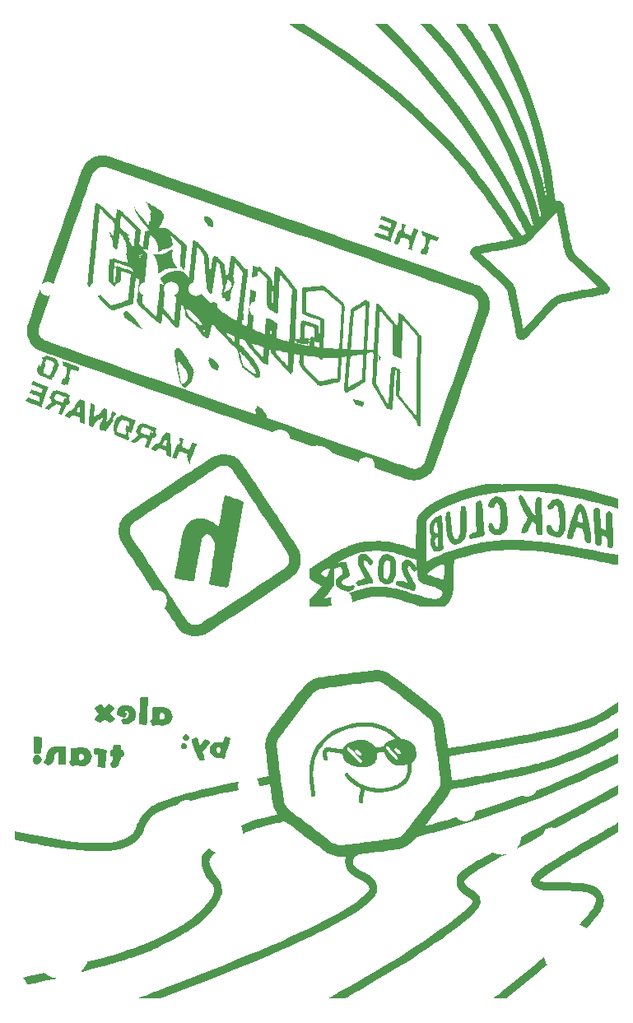
<source format=gbo>
G04 #@! TF.GenerationSoftware,KiCad,Pcbnew,9.0.1*
G04 #@! TF.CreationDate,2025-06-23T17:34:09-04:00*
G04 #@! TF.ProjectId,engiboard,656e6769-626f-4617-9264-2e6b69636164,rev?*
G04 #@! TF.SameCoordinates,Original*
G04 #@! TF.FileFunction,Legend,Bot*
G04 #@! TF.FilePolarity,Positive*
%FSLAX46Y46*%
G04 Gerber Fmt 4.6, Leading zero omitted, Abs format (unit mm)*
G04 Created by KiCad (PCBNEW 9.0.1) date 2025-06-23 17:34:09*
%MOMM*%
%LPD*%
G01*
G04 APERTURE LIST*
%ADD10C,0.000000*%
%ADD11C,1.524000*%
%ADD12C,5.700000*%
%ADD13C,1.700000*%
%ADD14C,4.000000*%
%ADD15C,2.200000*%
%ADD16R,1.700000X1.700000*%
G04 APERTURE END LIST*
D10*
G04 #@! TO.C,G\u002A\u002A\u002A*
G36*
X179307133Y-113132769D02*
G01*
X179292524Y-113330582D01*
X179251437Y-113490714D01*
X179249847Y-113496911D01*
X179177742Y-113638694D01*
X179074852Y-113762868D01*
X179072900Y-113764801D01*
X178994842Y-113838813D01*
X178925687Y-113898843D01*
X178880200Y-113932060D01*
X178870180Y-113938245D01*
X178853408Y-113956680D01*
X178841453Y-113989353D01*
X178833364Y-114044460D01*
X178828188Y-114130197D01*
X178824974Y-114254760D01*
X178822768Y-114426344D01*
X178818904Y-114620811D01*
X178809433Y-114810701D01*
X178794157Y-114959092D01*
X178772503Y-115073370D01*
X178760056Y-115121527D01*
X178649132Y-115460342D01*
X178507392Y-115755298D01*
X178332803Y-116009423D01*
X178123334Y-116225744D01*
X177876953Y-116407287D01*
X177505656Y-116610386D01*
X177081332Y-116784191D01*
X176635004Y-116911899D01*
X176171921Y-116992886D01*
X175697334Y-117026530D01*
X175216494Y-117012206D01*
X174734649Y-116949291D01*
X174257051Y-116837163D01*
X174158394Y-116811541D01*
X174070037Y-116797589D01*
X174027275Y-116804973D01*
X174024940Y-116807498D01*
X173996804Y-116861722D01*
X173965940Y-116956608D01*
X173934140Y-117081686D01*
X173903198Y-117226488D01*
X173874904Y-117380543D01*
X173851051Y-117533380D01*
X173833431Y-117674531D01*
X173823836Y-117793525D01*
X173824058Y-117879892D01*
X173835888Y-117923163D01*
X173843260Y-117930968D01*
X173863720Y-117971440D01*
X173853534Y-118023882D01*
X173810543Y-118103677D01*
X173769096Y-118162103D01*
X173727829Y-118183733D01*
X173665701Y-118177875D01*
X173537826Y-118144343D01*
X173452720Y-118100009D01*
X173414145Y-118044186D01*
X173399821Y-117952197D01*
X173397161Y-117802277D01*
X173409328Y-117619425D01*
X173435216Y-117414361D01*
X173473720Y-117197809D01*
X173523736Y-116980489D01*
X173548219Y-116885774D01*
X173576061Y-116767269D01*
X173585769Y-116684666D01*
X173574012Y-116626899D01*
X173537458Y-116582901D01*
X173472774Y-116541608D01*
X173376628Y-116491955D01*
X173274237Y-116438267D01*
X172947302Y-116241149D01*
X172649401Y-116016467D01*
X172362009Y-115750686D01*
X172255611Y-115641029D01*
X172119945Y-115490157D01*
X172024171Y-115365570D01*
X171965616Y-115263108D01*
X171941611Y-115178610D01*
X171949485Y-115107913D01*
X171957945Y-115088323D01*
X172018961Y-115017799D01*
X172104977Y-114974966D01*
X172194153Y-114971959D01*
X172211824Y-114980438D01*
X172267394Y-115026447D01*
X172339079Y-115101788D01*
X172416241Y-115195740D01*
X172569139Y-115377593D01*
X172847078Y-115643119D01*
X173168401Y-115883528D01*
X173528349Y-116096127D01*
X173922161Y-116278222D01*
X174345078Y-116427121D01*
X174792340Y-116540129D01*
X174802114Y-116542107D01*
X174995928Y-116571621D01*
X175225161Y-116591949D01*
X175474856Y-116602980D01*
X175730053Y-116604604D01*
X175975794Y-116596708D01*
X176197120Y-116579183D01*
X176379074Y-116551916D01*
X176523369Y-116519103D01*
X176738059Y-116460563D01*
X176951529Y-116392542D01*
X177145969Y-116320831D01*
X177303570Y-116251224D01*
X177401841Y-116200235D01*
X177674606Y-116033243D01*
X177898770Y-115850225D01*
X178077607Y-115646015D01*
X178214393Y-115415448D01*
X178312404Y-115153357D01*
X178374916Y-114854577D01*
X178405205Y-114513941D01*
X178405642Y-114503418D01*
X178409434Y-114356138D01*
X178403371Y-114256738D01*
X178382692Y-114198496D01*
X178342638Y-114174689D01*
X178278447Y-114178594D01*
X178185358Y-114203487D01*
X178128982Y-114218566D01*
X178011280Y-114238732D01*
X177864873Y-114250024D01*
X177676683Y-114253733D01*
X177524827Y-114252648D01*
X177410459Y-114247510D01*
X177322272Y-114236469D01*
X177245637Y-114217677D01*
X177165922Y-114189289D01*
X177120926Y-114171022D01*
X176880754Y-114049045D01*
X176666916Y-113893767D01*
X176473851Y-113699746D01*
X176295995Y-113461542D01*
X176127787Y-113173713D01*
X176000739Y-112931935D01*
X175666243Y-112932414D01*
X175588092Y-112933066D01*
X175441973Y-112938513D01*
X175344816Y-112949245D01*
X175299647Y-112964993D01*
X175293571Y-112974724D01*
X175278934Y-113036127D01*
X175273326Y-113092763D01*
X175268516Y-113141339D01*
X175263274Y-113282014D01*
X175262131Y-113341475D01*
X175256542Y-113463874D01*
X175245080Y-113552546D01*
X175225121Y-113622967D01*
X175194043Y-113690618D01*
X175117535Y-113807473D01*
X175072658Y-113876017D01*
X174894011Y-114059297D01*
X174676702Y-114211938D01*
X174426472Y-114330682D01*
X174149060Y-114412272D01*
X173850207Y-114453448D01*
X173738292Y-114458191D01*
X173371600Y-114438464D01*
X173014704Y-114365180D01*
X172672080Y-114239501D01*
X172348204Y-114062594D01*
X172240173Y-113988559D01*
X172058156Y-113834235D01*
X171922010Y-113668154D01*
X171825472Y-113481810D01*
X171762277Y-113266692D01*
X171755891Y-113238188D01*
X171718558Y-113127540D01*
X171672457Y-113068456D01*
X171634938Y-113054211D01*
X171547575Y-113032181D01*
X171421296Y-113005722D01*
X171264608Y-112976351D01*
X171086019Y-112945583D01*
X170894036Y-112914938D01*
X170697167Y-112885931D01*
X170503920Y-112860081D01*
X170363762Y-112844661D01*
X170251614Y-112841238D01*
X170178435Y-112856076D01*
X170136234Y-112893027D01*
X170117020Y-112955944D01*
X170112801Y-113048680D01*
X170115838Y-113106879D01*
X170135471Y-113239599D01*
X170167117Y-113359870D01*
X170187943Y-113424712D01*
X170211780Y-113518379D01*
X170221433Y-113585638D01*
X170213586Y-113630868D01*
X170164636Y-113702661D01*
X170083355Y-113754234D01*
X169984329Y-113774001D01*
X169928151Y-113768225D01*
X169876292Y-113738194D01*
X169823614Y-113670468D01*
X169787106Y-113607533D01*
X169725524Y-113450795D01*
X169687374Y-113275076D01*
X169672475Y-113091956D01*
X169680644Y-112913014D01*
X169711698Y-112749831D01*
X169765458Y-112613985D01*
X169841739Y-112517055D01*
X169886051Y-112484332D01*
X169961123Y-112446493D01*
X170052896Y-112420769D01*
X170166676Y-112407177D01*
X170307771Y-112405737D01*
X170481485Y-112416466D01*
X170693124Y-112439382D01*
X170947995Y-112474504D01*
X171251403Y-112521849D01*
X171296888Y-112529217D01*
X171459227Y-112554518D01*
X171577645Y-112569020D01*
X171660682Y-112571333D01*
X171716876Y-112560064D01*
X171754764Y-112533823D01*
X171758945Y-112527488D01*
X172189139Y-112527488D01*
X172208449Y-112576650D01*
X172254457Y-112639824D01*
X172333514Y-112729346D01*
X172464001Y-112871385D01*
X172622110Y-113042057D01*
X172780422Y-113211575D01*
X172934233Y-113375007D01*
X173078841Y-113527422D01*
X173209542Y-113663890D01*
X173321635Y-113779478D01*
X173410416Y-113869256D01*
X173471182Y-113928293D01*
X173499230Y-113951657D01*
X173560167Y-113964413D01*
X173644222Y-113946352D01*
X173705150Y-113891041D01*
X173728639Y-113807473D01*
X173716408Y-113779686D01*
X173665900Y-113710306D01*
X173576652Y-113603219D01*
X173449091Y-113458913D01*
X173283640Y-113277878D01*
X173080725Y-113060605D01*
X172961910Y-112934912D01*
X172815400Y-112781314D01*
X172796263Y-112761475D01*
X173010813Y-112761475D01*
X173022839Y-112798203D01*
X173070760Y-112869034D01*
X173147244Y-112956625D01*
X173243690Y-113051330D01*
X173351499Y-113143506D01*
X173379760Y-113165706D01*
X173457166Y-113220939D01*
X173512043Y-113243812D01*
X173558854Y-113237820D01*
X173612061Y-113206457D01*
X173648585Y-113170728D01*
X173672048Y-113092763D01*
X173645295Y-112999988D01*
X173619841Y-112964306D01*
X173556488Y-112897791D01*
X173472176Y-112821632D01*
X173378950Y-112745524D01*
X173288854Y-112679159D01*
X173213933Y-112632232D01*
X173166231Y-112614435D01*
X173165639Y-112614437D01*
X173093258Y-112637506D01*
X173034833Y-112692968D01*
X173010813Y-112761475D01*
X172796263Y-112761475D01*
X172683141Y-112644206D01*
X172569815Y-112528366D01*
X172480106Y-112438570D01*
X172418696Y-112379596D01*
X172390268Y-112356223D01*
X172379280Y-112352769D01*
X172304472Y-112357381D01*
X172234835Y-112397270D01*
X172194637Y-112459611D01*
X172190175Y-112480000D01*
X172189139Y-112527488D01*
X171758945Y-112527488D01*
X171782885Y-112491219D01*
X171809777Y-112430859D01*
X171834053Y-112383563D01*
X171912370Y-112275701D01*
X172019702Y-112160896D01*
X172143150Y-112052268D01*
X172269816Y-111962935D01*
X172459227Y-111865731D01*
X172715370Y-111772037D01*
X172998019Y-111701036D01*
X173293331Y-111655431D01*
X173587460Y-111637925D01*
X173866564Y-111651221D01*
X173951161Y-111662249D01*
X174260855Y-111734430D01*
X174543741Y-111854455D01*
X174802560Y-112023710D01*
X175040052Y-112243576D01*
X175205704Y-112422243D01*
X175342644Y-112399473D01*
X176176071Y-112399473D01*
X176184070Y-112485612D01*
X176200504Y-112512052D01*
X176251068Y-112576827D01*
X176328723Y-112669319D01*
X176427169Y-112782616D01*
X176540104Y-112909802D01*
X176661229Y-113043963D01*
X176784241Y-113178186D01*
X176902841Y-113305556D01*
X177010727Y-113419158D01*
X177101598Y-113512079D01*
X177169153Y-113577404D01*
X177207093Y-113608219D01*
X177256613Y-113630280D01*
X177305465Y-113628850D01*
X177366844Y-113592979D01*
X177397922Y-113564704D01*
X177426750Y-113490714D01*
X177406559Y-113402018D01*
X177337955Y-113304653D01*
X177323904Y-113289474D01*
X177265887Y-113226457D01*
X177180204Y-113133121D01*
X177073673Y-113016904D01*
X176953115Y-112885243D01*
X176825349Y-112745577D01*
X176700531Y-112609795D01*
X176657648Y-112564093D01*
X177076124Y-112564093D01*
X177078390Y-112618329D01*
X177112376Y-112684970D01*
X177181573Y-112771757D01*
X177289467Y-112886431D01*
X177325591Y-112922940D01*
X177433750Y-113024572D01*
X177517087Y-113086192D01*
X177582406Y-113110793D01*
X177636512Y-113101365D01*
X177686208Y-113060903D01*
X177694349Y-113051564D01*
X177727267Y-112995790D01*
X177729218Y-112936501D01*
X177697007Y-112866153D01*
X177627440Y-112777202D01*
X177517322Y-112662103D01*
X177502437Y-112647379D01*
X177387070Y-112540607D01*
X177297299Y-112475105D01*
X177226467Y-112448178D01*
X177167914Y-112457132D01*
X177114983Y-112499272D01*
X177102091Y-112514522D01*
X177076124Y-112564093D01*
X176657648Y-112564093D01*
X176588173Y-112490051D01*
X176502486Y-112402804D01*
X176438268Y-112343272D01*
X176390317Y-112306671D01*
X176353432Y-112288219D01*
X176322409Y-112283131D01*
X176283832Y-112287690D01*
X176212734Y-112328510D01*
X176176071Y-112399473D01*
X175342644Y-112399473D01*
X175564617Y-112362564D01*
X175589078Y-112358438D01*
X175722783Y-112333735D01*
X175835602Y-112309406D01*
X175916295Y-112288059D01*
X175953622Y-112272302D01*
X175966376Y-112254629D01*
X175998211Y-112192521D01*
X176032010Y-112110102D01*
X176072100Y-112024939D01*
X176142145Y-111937765D01*
X176245620Y-111858758D01*
X176392878Y-111778403D01*
X176453602Y-111751955D01*
X176582182Y-111705516D01*
X176736014Y-111657694D01*
X176897386Y-111613866D01*
X177048585Y-111579406D01*
X177058251Y-111577308D01*
X177109981Y-111553700D01*
X177121328Y-111514347D01*
X177090657Y-111455903D01*
X177016338Y-111375025D01*
X176896737Y-111268370D01*
X176538859Y-110992095D01*
X176170553Y-110762238D01*
X175784453Y-110576044D01*
X175371007Y-110428911D01*
X174920664Y-110316236D01*
X174859111Y-110304032D01*
X174754704Y-110286231D01*
X174649649Y-110273258D01*
X174533035Y-110264383D01*
X174393951Y-110258878D01*
X174221485Y-110256014D01*
X174004726Y-110255061D01*
X173849416Y-110255078D01*
X173677266Y-110256194D01*
X173539733Y-110259488D01*
X173424939Y-110265964D01*
X173321007Y-110276625D01*
X173216058Y-110292477D01*
X173098213Y-110314523D01*
X172955596Y-110343768D01*
X172677314Y-110403919D01*
X172408510Y-110468008D01*
X172172154Y-110532601D01*
X171956454Y-110601497D01*
X171749621Y-110678490D01*
X171539863Y-110767380D01*
X171315389Y-110871962D01*
X171174905Y-110942171D01*
X170726844Y-111202812D01*
X170320873Y-111498508D01*
X169957846Y-111828073D01*
X169638618Y-112190323D01*
X169364047Y-112584075D01*
X169134988Y-113008145D01*
X168952296Y-113461347D01*
X168816827Y-113942498D01*
X168729437Y-114450414D01*
X168720219Y-114545270D01*
X168710066Y-114716972D01*
X168703805Y-114915987D01*
X168701426Y-115128582D01*
X168702918Y-115341025D01*
X168708269Y-115539582D01*
X168717471Y-115710520D01*
X168730511Y-115840107D01*
X168732931Y-115856753D01*
X168750212Y-115969386D01*
X168773725Y-116115930D01*
X168800691Y-116279269D01*
X168828330Y-116442288D01*
X168837634Y-116497819D01*
X168874013Y-116759358D01*
X168893460Y-116990355D01*
X168895558Y-117183612D01*
X168879890Y-117331929D01*
X168865412Y-117379975D01*
X168828172Y-117419962D01*
X168753924Y-117447344D01*
X168733492Y-117452915D01*
X168657712Y-117474742D01*
X168608795Y-117490588D01*
X168602594Y-117491781D01*
X168562699Y-117470591D01*
X168517724Y-117413135D01*
X168503192Y-117387049D01*
X168479935Y-117323673D01*
X168471979Y-117245377D01*
X168476419Y-117132423D01*
X168479698Y-117062066D01*
X168478288Y-116962233D01*
X168469247Y-116847184D01*
X168451500Y-116707246D01*
X168423975Y-116532743D01*
X168385598Y-116314001D01*
X168345619Y-116066860D01*
X168316130Y-115812715D01*
X168298883Y-115551090D01*
X168292867Y-115266330D01*
X168297070Y-114942780D01*
X168297200Y-114937787D01*
X168323983Y-114456500D01*
X168379217Y-114015345D01*
X168465041Y-113605977D01*
X168583597Y-113220054D01*
X168737025Y-112849230D01*
X168927464Y-112485164D01*
X169192027Y-112078332D01*
X169508475Y-111690403D01*
X169868210Y-111334856D01*
X170269779Y-111012737D01*
X170711733Y-110725092D01*
X171192618Y-110472967D01*
X171710984Y-110257409D01*
X172265378Y-110079464D01*
X172416850Y-110037983D01*
X172567012Y-109999097D01*
X172701945Y-109967811D01*
X172839139Y-109940398D01*
X172996084Y-109913128D01*
X173190270Y-109882271D01*
X173708681Y-109824703D01*
X174226436Y-109816267D01*
X174729108Y-109859980D01*
X175219234Y-109956203D01*
X175699355Y-110105300D01*
X176172009Y-110307633D01*
X176410607Y-110429669D01*
X176632305Y-110557631D01*
X176838262Y-110694906D01*
X177040652Y-110850243D01*
X177251648Y-111032391D01*
X177483422Y-111250097D01*
X177530039Y-111295168D01*
X177631678Y-111391907D01*
X177706661Y-111458525D01*
X177764245Y-111501287D01*
X177813686Y-111526457D01*
X177864239Y-111540301D01*
X177925161Y-111549082D01*
X178045607Y-111568368D01*
X178281133Y-111631165D01*
X178510386Y-111722516D01*
X178721166Y-111836312D01*
X178901278Y-111966442D01*
X179038523Y-112106798D01*
X179047113Y-112117981D01*
X179151902Y-112289847D01*
X179226927Y-112492614D01*
X179275878Y-112736070D01*
X179295031Y-112896534D01*
X179297078Y-112936501D01*
X179307133Y-113132769D01*
G37*
G36*
X154228002Y-61185269D02*
G01*
X154236618Y-61315940D01*
X154224765Y-61516458D01*
X154216227Y-61868275D01*
X154309391Y-62322226D01*
X154533207Y-62745613D01*
X154626494Y-62886106D01*
X154714655Y-63039537D01*
X154739270Y-63115493D01*
X154693098Y-63129322D01*
X154537962Y-63134041D01*
X154315913Y-63121978D01*
X153975498Y-63121378D01*
X153527209Y-63228262D01*
X153097212Y-63469437D01*
X153011617Y-63528506D01*
X152862691Y-63615980D01*
X152784507Y-63639270D01*
X152772820Y-63615230D01*
X152763612Y-63484225D01*
X152775235Y-63283543D01*
X152783774Y-62931726D01*
X152690609Y-62477775D01*
X152466793Y-62054388D01*
X152373603Y-61913843D01*
X152285664Y-61759945D01*
X152261412Y-61683326D01*
X152285269Y-61671999D01*
X152415939Y-61663383D01*
X152616458Y-61675235D01*
X152968274Y-61683774D01*
X153422226Y-61590609D01*
X153845612Y-61366794D01*
X153986157Y-61273603D01*
X154140055Y-61185664D01*
X154216674Y-61161412D01*
X154228002Y-61185269D01*
G37*
G36*
X149309533Y-60346764D02*
G01*
X149287654Y-60356966D01*
X149277452Y-60335087D01*
X149299330Y-60324885D01*
X149309533Y-60346764D01*
G37*
G36*
X149394100Y-60413874D02*
G01*
X149372221Y-60424076D01*
X149362018Y-60402198D01*
X149383897Y-60391996D01*
X149394100Y-60413874D01*
G37*
G36*
X149755953Y-59818962D02*
G01*
X149734074Y-59829165D01*
X149723872Y-59807286D01*
X149745751Y-59797085D01*
X149755953Y-59818962D01*
G37*
G36*
X149834622Y-60101911D02*
G01*
X149812744Y-60112112D01*
X149802541Y-60090234D01*
X149824420Y-60080031D01*
X149834622Y-60101911D01*
G37*
G36*
X149927916Y-60244860D02*
G01*
X149906037Y-60255062D01*
X149895835Y-60233183D01*
X149917713Y-60222981D01*
X149927916Y-60244860D01*
G37*
G36*
X151454587Y-56150179D02*
G01*
X151432710Y-56160382D01*
X151422508Y-56138504D01*
X151444386Y-56128301D01*
X151454587Y-56150179D01*
G37*
G36*
X151955852Y-57567873D02*
G01*
X151933974Y-57578076D01*
X151923772Y-57556196D01*
X151945650Y-57545994D01*
X151955852Y-57567873D01*
G37*
G36*
X152704330Y-61400714D02*
G01*
X152682451Y-61410917D01*
X152672248Y-61389038D01*
X152694128Y-61378836D01*
X152704330Y-61400714D01*
G37*
G36*
X160038826Y-65305501D02*
G01*
X160016948Y-65315702D01*
X160006745Y-65293824D01*
X160028624Y-65283622D01*
X160038826Y-65305501D01*
G37*
G36*
X160117613Y-65188853D02*
G01*
X160095735Y-65199056D01*
X160085532Y-65177176D01*
X160107411Y-65166975D01*
X160117613Y-65188853D01*
G37*
G36*
X149916221Y-60343540D02*
G01*
X149917727Y-60355016D01*
X149887049Y-60357143D01*
X149870907Y-60348646D01*
X149873445Y-60327971D01*
X149879545Y-60325842D01*
X149916221Y-60343540D01*
G37*
G36*
X150337358Y-56524654D02*
G01*
X150328863Y-56540795D01*
X150308187Y-56538257D01*
X150306060Y-56532158D01*
X150323756Y-56495482D01*
X150335232Y-56493977D01*
X150337358Y-56524654D01*
G37*
G36*
X150898697Y-61936380D02*
G01*
X150900204Y-61947855D01*
X150869525Y-61949982D01*
X150853386Y-61941486D01*
X150855923Y-61920811D01*
X150862022Y-61918683D01*
X150898697Y-61936380D01*
G37*
G36*
X152013661Y-57327945D02*
G01*
X152024307Y-57344896D01*
X151987224Y-57340272D01*
X151955511Y-57326161D01*
X151951250Y-57308097D01*
X151964914Y-57305872D01*
X152013661Y-57327945D01*
G37*
G36*
X149464041Y-60620984D02*
G01*
X149470325Y-60630696D01*
X149477227Y-60684569D01*
X149470830Y-60694456D01*
X149440688Y-60685146D01*
X149434404Y-60675433D01*
X149427499Y-60621562D01*
X149433897Y-60611674D01*
X149464041Y-60620984D01*
G37*
G36*
X149777489Y-59882692D02*
G01*
X149790923Y-59922517D01*
X149787913Y-59929643D01*
X149765100Y-59949448D01*
X149760491Y-59946100D01*
X149742802Y-59905002D01*
X149742312Y-59890751D01*
X149768626Y-59878073D01*
X149777489Y-59882692D01*
G37*
G36*
X173515048Y-78007847D02*
G01*
X173530914Y-78045506D01*
X173527280Y-78052803D01*
X173489049Y-78066599D01*
X173480493Y-78062098D01*
X173450711Y-78016314D01*
X173453709Y-77998688D01*
X173492575Y-77995220D01*
X173515048Y-78007847D01*
G37*
G36*
X152835974Y-54493626D02*
G01*
X152890089Y-54601804D01*
X152912397Y-54656411D01*
X152930182Y-54720889D01*
X152921570Y-54740422D01*
X152911223Y-54735227D01*
X152876806Y-54687204D01*
X152871804Y-54673889D01*
X152833614Y-54654505D01*
X152829431Y-54654561D01*
X152802658Y-54621296D01*
X152783806Y-54546142D01*
X152783150Y-54540927D01*
X152780588Y-54462185D01*
X152798836Y-54446752D01*
X152835974Y-54493626D01*
G37*
G36*
X175463652Y-71992195D02*
G01*
X175535738Y-72066031D01*
X175606653Y-72155856D01*
X175628346Y-72189487D01*
X175651728Y-72250866D01*
X175645935Y-72322031D01*
X175611423Y-72429168D01*
X175583496Y-72498909D01*
X175546832Y-72570170D01*
X175521919Y-72593937D01*
X175514449Y-72588331D01*
X175480124Y-72537805D01*
X175438663Y-72454641D01*
X175424383Y-72419181D01*
X175409189Y-72357282D01*
X175421924Y-72339556D01*
X175437411Y-72328254D01*
X175440929Y-72260935D01*
X175425603Y-72140930D01*
X175388845Y-71927585D01*
X175463652Y-71992195D01*
G37*
G36*
X173182297Y-76659948D02*
G01*
X173325303Y-76696254D01*
X173497437Y-76739301D01*
X173646373Y-76775865D01*
X173750659Y-76800635D01*
X173823566Y-76818238D01*
X173889631Y-76842046D01*
X173915282Y-76872519D01*
X173916634Y-76921383D01*
X173905892Y-76989464D01*
X173874955Y-77099399D01*
X173833551Y-77202896D01*
X173790117Y-77279887D01*
X173753092Y-77310302D01*
X173749378Y-77310206D01*
X173688396Y-77301092D01*
X173584095Y-77280035D01*
X173456751Y-77251085D01*
X173363641Y-77228949D01*
X173220252Y-77192915D01*
X173122267Y-77159386D01*
X173055994Y-77118269D01*
X173007736Y-77059466D01*
X172963797Y-76972881D01*
X172910480Y-76848419D01*
X172787022Y-76558832D01*
X173182297Y-76659948D01*
G37*
G36*
X157781628Y-57753035D02*
G01*
X157822801Y-57765146D01*
X158036124Y-57859784D01*
X158210815Y-57992405D01*
X158339473Y-58154134D01*
X158414699Y-58336098D01*
X158429092Y-58529421D01*
X158412692Y-58667779D01*
X158386024Y-58791038D01*
X158351734Y-58854563D01*
X158308100Y-58863102D01*
X158279429Y-58856116D01*
X158219279Y-58860126D01*
X158188473Y-58861918D01*
X158125862Y-58835241D01*
X158087294Y-58810811D01*
X158013360Y-58774025D01*
X157986150Y-58753323D01*
X157922851Y-58685557D01*
X157839204Y-58583720D01*
X157746009Y-58460479D01*
X157744175Y-58457956D01*
X157604642Y-58247337D01*
X157513641Y-58068651D01*
X157471030Y-57924719D01*
X157476665Y-57818369D01*
X157530405Y-57752420D01*
X157632105Y-57729701D01*
X157781628Y-57753035D01*
G37*
G36*
X157990445Y-72207659D02*
G01*
X158080216Y-72252368D01*
X158202257Y-72325386D01*
X158336835Y-72413794D01*
X158464221Y-72504674D01*
X158564682Y-72585106D01*
X158676070Y-72687613D01*
X158840724Y-72865414D01*
X158945038Y-73023509D01*
X158991086Y-73165430D01*
X158980941Y-73294711D01*
X158979384Y-73300077D01*
X158962344Y-73371332D01*
X158942727Y-73467349D01*
X158921361Y-73549452D01*
X158886025Y-73583915D01*
X158815961Y-73590913D01*
X158759672Y-73587346D01*
X158595578Y-73549043D01*
X158432000Y-73479265D01*
X158302719Y-73391160D01*
X158221365Y-73299936D01*
X158140958Y-73169282D01*
X158061138Y-72993081D01*
X157976243Y-72760390D01*
X157935397Y-72636855D01*
X157908177Y-72542235D01*
X157902585Y-72492317D01*
X157917720Y-72476578D01*
X157952686Y-72484487D01*
X157999976Y-72483142D01*
X158015096Y-72427299D01*
X157993959Y-72314381D01*
X157989001Y-72295422D01*
X157977627Y-72228368D01*
X157985143Y-72205654D01*
X157990445Y-72207659D01*
G37*
G36*
X149532452Y-67474547D02*
G01*
X149610532Y-67538005D01*
X149728802Y-67642595D01*
X149743110Y-67655523D01*
X149896965Y-67806136D01*
X150079448Y-68001826D01*
X150281846Y-68232225D01*
X150495444Y-68486965D01*
X150711530Y-68755679D01*
X150921390Y-69027998D01*
X151116309Y-69293552D01*
X151167348Y-69367556D01*
X151205550Y-69429110D01*
X151212005Y-69449787D01*
X151211954Y-69449768D01*
X151177677Y-69429090D01*
X151095854Y-69376712D01*
X150975754Y-69298659D01*
X150826651Y-69200955D01*
X150657814Y-69089626D01*
X150522883Y-69000711D01*
X150320397Y-68868248D01*
X150123377Y-68740367D01*
X149948938Y-68628166D01*
X149814199Y-68542740D01*
X149744567Y-68499150D01*
X149580844Y-68395526D01*
X149462790Y-68316049D01*
X149381462Y-68251597D01*
X149327921Y-68193046D01*
X149293225Y-68131276D01*
X149268436Y-68057163D01*
X149244609Y-67961586D01*
X149228836Y-67896150D01*
X149201853Y-67777061D01*
X149192965Y-67703619D01*
X149204378Y-67660952D01*
X149238293Y-67634187D01*
X149296912Y-67608453D01*
X149305222Y-67604805D01*
X149385949Y-67553250D01*
X149432288Y-67495849D01*
X149438013Y-67480842D01*
X149456324Y-67450983D01*
X149484427Y-67447213D01*
X149532452Y-67474547D01*
G37*
G36*
X162928158Y-77260193D02*
G01*
X163009707Y-77290177D01*
X163112250Y-77339708D01*
X163219713Y-77400491D01*
X163316024Y-77464233D01*
X163385108Y-77522638D01*
X163570589Y-77725254D01*
X163728223Y-77918856D01*
X163837035Y-78088537D01*
X163899470Y-78244067D01*
X163917966Y-78395216D01*
X163894964Y-78551755D01*
X163832907Y-78723457D01*
X163791552Y-78805868D01*
X163734235Y-78920087D01*
X163733987Y-78920511D01*
X163694044Y-78940317D01*
X163616691Y-78957594D01*
X163598691Y-78959808D01*
X163437716Y-78944429D01*
X163272517Y-78874828D01*
X163117050Y-78760957D01*
X162985265Y-78612764D01*
X162985232Y-78612704D01*
X163260837Y-78612704D01*
X163271040Y-78634583D01*
X163292918Y-78624380D01*
X163282716Y-78602502D01*
X163260837Y-78612704D01*
X162985232Y-78612704D01*
X162891119Y-78440201D01*
X162859187Y-78335999D01*
X162827177Y-78183994D01*
X162807058Y-78031458D01*
X162793261Y-77896770D01*
X162775102Y-77765670D01*
X162757156Y-77673563D01*
X162755896Y-77668740D01*
X162740570Y-77592862D01*
X162754543Y-77552476D01*
X162807041Y-77519000D01*
X162828179Y-77507043D01*
X162873381Y-77459654D01*
X162878959Y-77381930D01*
X162876272Y-77311444D01*
X162880434Y-77262221D01*
X162883679Y-77258053D01*
X162928158Y-77260193D01*
G37*
G36*
X154726305Y-71316308D02*
G01*
X154737837Y-71319147D01*
X154822212Y-71330374D01*
X154873854Y-71321442D01*
X154900366Y-71318597D01*
X154966464Y-71357671D01*
X155057758Y-71442822D01*
X155167602Y-71566917D01*
X155289346Y-71722825D01*
X155416347Y-71903420D01*
X155462180Y-71972618D01*
X155584524Y-72162343D01*
X155715364Y-72371206D01*
X155849054Y-72589617D01*
X155979940Y-72807987D01*
X156102375Y-73016726D01*
X156136814Y-73076976D01*
X156210707Y-73206247D01*
X156299286Y-73366959D01*
X156362462Y-73489273D01*
X156394584Y-73563601D01*
X156395938Y-73567957D01*
X156420642Y-73662357D01*
X156431621Y-73753594D01*
X156427411Y-73855288D01*
X156406543Y-73981066D01*
X156367556Y-74144548D01*
X156308980Y-74359359D01*
X156179566Y-74819860D01*
X155823893Y-75125570D01*
X155784298Y-75159400D01*
X155657234Y-75265098D01*
X155550934Y-75349247D01*
X155475560Y-75403991D01*
X155441272Y-75421472D01*
X155439842Y-75420893D01*
X155398905Y-75384558D01*
X155342734Y-75314989D01*
X155286183Y-75233511D01*
X155244105Y-75161442D01*
X155231353Y-75120111D01*
X155232752Y-75110100D01*
X155204840Y-75098142D01*
X155178664Y-75085351D01*
X155156377Y-75028150D01*
X155154645Y-75014934D01*
X155158642Y-74967594D01*
X155194488Y-74968342D01*
X155219128Y-74972844D01*
X155255824Y-74953058D01*
X155272928Y-74940231D01*
X155317878Y-74975643D01*
X155346251Y-75006444D01*
X155382547Y-75029972D01*
X155415218Y-75006457D01*
X155463270Y-74929930D01*
X155472719Y-74914389D01*
X155527775Y-74837102D01*
X155572861Y-74792347D01*
X155590830Y-74777271D01*
X155643054Y-74702154D01*
X155700058Y-74588862D01*
X155753409Y-74457322D01*
X155794674Y-74327460D01*
X155815421Y-74219201D01*
X155816244Y-74165546D01*
X155786013Y-73995315D01*
X155713801Y-73799184D01*
X155606441Y-73591103D01*
X155470767Y-73385022D01*
X155313615Y-73194889D01*
X155271921Y-73147135D01*
X155178573Y-73025327D01*
X155097114Y-72902242D01*
X155058291Y-72840907D01*
X155002869Y-72774734D01*
X154969571Y-72770210D01*
X154955340Y-72782473D01*
X154894259Y-72786095D01*
X154823005Y-72747638D01*
X154763810Y-72677154D01*
X154734936Y-72632581D01*
X154726172Y-72636207D01*
X154727587Y-72644887D01*
X154738464Y-72710625D01*
X154758589Y-72831835D01*
X154786537Y-72999933D01*
X154820879Y-73206330D01*
X154860186Y-73442440D01*
X154903030Y-73699675D01*
X154917103Y-73784260D01*
X154959926Y-74043095D01*
X154999239Y-74282823D01*
X155033487Y-74493796D01*
X155061106Y-74666368D01*
X155080539Y-74790896D01*
X155090229Y-74857733D01*
X155106676Y-74990877D01*
X155056735Y-74900039D01*
X155040611Y-74868254D01*
X154981966Y-74716575D01*
X154918150Y-74499766D01*
X154849725Y-74220061D01*
X154777250Y-73879701D01*
X154701286Y-73480923D01*
X154663566Y-73272963D01*
X154607387Y-72962652D01*
X154561517Y-72707984D01*
X154534762Y-72557908D01*
X154710687Y-72557908D01*
X154720889Y-72579787D01*
X154742768Y-72569585D01*
X154732566Y-72547706D01*
X154710687Y-72557908D01*
X154534762Y-72557908D01*
X154524735Y-72501661D01*
X154495811Y-72336377D01*
X154473521Y-72204834D01*
X154456641Y-72099729D01*
X154443939Y-72013763D01*
X154434194Y-71939629D01*
X154426179Y-71870032D01*
X154418670Y-71797669D01*
X154411280Y-71721605D01*
X154404322Y-71617288D01*
X154409162Y-71557805D01*
X154428205Y-71528003D01*
X154463855Y-71512719D01*
X154520349Y-71475346D01*
X154573020Y-71388964D01*
X154603244Y-71323746D01*
X154646054Y-71302027D01*
X154726305Y-71316308D01*
G37*
G36*
X151535863Y-56273090D02*
G01*
X151609205Y-56368527D01*
X151719434Y-56523224D01*
X151775038Y-56431804D01*
X151788449Y-56410752D01*
X151828656Y-56369370D01*
X151857696Y-56386657D01*
X151863104Y-56395168D01*
X151930826Y-56468495D01*
X152035583Y-56554202D01*
X152156327Y-56636410D01*
X152272009Y-56699238D01*
X152393227Y-56758342D01*
X152579630Y-56863225D01*
X152766696Y-56982419D01*
X152942061Y-57106993D01*
X153093361Y-57228007D01*
X153208231Y-57336527D01*
X153274310Y-57423618D01*
X153288746Y-57455714D01*
X153325744Y-57565714D01*
X153354847Y-57687403D01*
X153354863Y-57687487D01*
X153367322Y-57783152D01*
X153362616Y-57871057D01*
X153337062Y-57974514D01*
X153286973Y-58116834D01*
X153279104Y-58137649D01*
X153174913Y-58380256D01*
X153059816Y-58581767D01*
X152919618Y-58767315D01*
X152891636Y-58802743D01*
X152837219Y-58889412D01*
X152814318Y-58954817D01*
X152814470Y-58966637D01*
X152824972Y-58989949D01*
X152858917Y-59002065D01*
X152927376Y-59003619D01*
X153041419Y-58995238D01*
X153212119Y-58977562D01*
X153351384Y-58963862D01*
X153498640Y-58955431D01*
X153584481Y-58960500D01*
X153612176Y-58979086D01*
X153615086Y-58990558D01*
X153663870Y-59033922D01*
X153762971Y-59079384D01*
X153809219Y-59097645D01*
X153892539Y-59139071D01*
X153934793Y-59172942D01*
X153934986Y-59173291D01*
X153968903Y-59209988D01*
X154044241Y-59280020D01*
X154150008Y-59373462D01*
X154275212Y-59480384D01*
X154287116Y-59490412D01*
X154418240Y-59602437D01*
X154584656Y-59746702D01*
X154772503Y-59911086D01*
X154967922Y-60083463D01*
X155157052Y-60251711D01*
X155718980Y-60754079D01*
X155677801Y-61193226D01*
X155648514Y-61504321D01*
X155607335Y-61936476D01*
X155571595Y-62304220D01*
X155541062Y-62609763D01*
X155515503Y-62855311D01*
X155505339Y-62946995D01*
X155494687Y-63043074D01*
X155478381Y-63175260D01*
X155466355Y-63254077D01*
X155458374Y-63281735D01*
X155435759Y-63273267D01*
X155381197Y-63226872D01*
X155313052Y-63156352D01*
X155246943Y-63079152D01*
X155198489Y-63012718D01*
X155183307Y-62974497D01*
X155185144Y-62966159D01*
X155161443Y-62939903D01*
X155156196Y-62938555D01*
X155110679Y-62903476D01*
X155062966Y-62848640D01*
X155168563Y-62848640D01*
X155176386Y-62857171D01*
X155197736Y-62835037D01*
X155201602Y-62817210D01*
X155184132Y-62805866D01*
X155178581Y-62809170D01*
X155168563Y-62848640D01*
X155062966Y-62848640D01*
X155052578Y-62836701D01*
X155042593Y-62823451D01*
X155022091Y-62793700D01*
X155006549Y-62760974D01*
X154996103Y-62718048D01*
X154990884Y-62657698D01*
X154991027Y-62572697D01*
X154996665Y-62455820D01*
X155007933Y-62299844D01*
X155024963Y-62097541D01*
X155047891Y-61841689D01*
X155076848Y-61525059D01*
X155152055Y-60704262D01*
X154878830Y-60461948D01*
X154795161Y-60388509D01*
X154666365Y-60277399D01*
X154527293Y-60159082D01*
X154388285Y-60042185D01*
X154259670Y-59935335D01*
X154151789Y-59847162D01*
X154074975Y-59786290D01*
X154039563Y-59761347D01*
X154038253Y-59761476D01*
X154047478Y-59791658D01*
X154080414Y-59857961D01*
X154098229Y-59899779D01*
X154132360Y-60008662D01*
X154169052Y-60152451D01*
X154202936Y-60311277D01*
X154206201Y-60328265D01*
X154270491Y-60662842D01*
X154144985Y-60780651D01*
X154094697Y-60825485D01*
X153997015Y-60904911D01*
X153891805Y-60983943D01*
X153794129Y-61051832D01*
X153719056Y-61097834D01*
X153681644Y-61111201D01*
X153661463Y-61106188D01*
X153573852Y-61113749D01*
X153443552Y-61147028D01*
X153283553Y-61202307D01*
X153120041Y-61270372D01*
X153106848Y-61275864D01*
X153017278Y-61315950D01*
X152901355Y-61366832D01*
X152820330Y-61401111D01*
X152787820Y-61412937D01*
X152760742Y-61396960D01*
X152717413Y-61344878D01*
X152706561Y-61294765D01*
X152707887Y-61291002D01*
X152716074Y-61245960D01*
X152979026Y-61245960D01*
X152988166Y-61290504D01*
X153009766Y-61283944D01*
X153035811Y-61239714D01*
X153058288Y-61171254D01*
X153069180Y-61091995D01*
X153064520Y-61008178D01*
X153045316Y-60965174D01*
X153019935Y-60981982D01*
X152997375Y-61062321D01*
X152984787Y-61159790D01*
X152979032Y-61243130D01*
X152979026Y-61245960D01*
X152716074Y-61245960D01*
X152728106Y-61179766D01*
X152733158Y-61027214D01*
X152724253Y-60857199D01*
X152702593Y-60693571D01*
X152669391Y-60560184D01*
X152609223Y-60417480D01*
X152520443Y-60253288D01*
X152415940Y-60090901D01*
X152304728Y-59942287D01*
X152195817Y-59819416D01*
X152098219Y-59734260D01*
X152020945Y-59698790D01*
X152012554Y-59697961D01*
X151968309Y-59699182D01*
X151938974Y-59722855D01*
X151914406Y-59783657D01*
X151884461Y-59896271D01*
X151875403Y-59936507D01*
X151851704Y-60068472D01*
X151825661Y-60242562D01*
X151799853Y-60440833D01*
X151776860Y-60645338D01*
X151764203Y-60763439D01*
X151743847Y-60934552D01*
X151724816Y-61073430D01*
X151708798Y-61168159D01*
X151697476Y-61206821D01*
X151680805Y-61209785D01*
X151613300Y-61198292D01*
X151518006Y-61168749D01*
X151398225Y-61129042D01*
X151330482Y-61115633D01*
X151295275Y-61108663D01*
X151249002Y-61123753D01*
X151259026Y-61175500D01*
X151285302Y-61211209D01*
X151324966Y-61265108D01*
X151429929Y-61376276D01*
X151446442Y-61393766D01*
X151509025Y-61456125D01*
X151667927Y-61614456D01*
X151661771Y-61672181D01*
X151644677Y-61832476D01*
X151639082Y-61884936D01*
X151635353Y-61919908D01*
X151627892Y-61989855D01*
X151620433Y-62059802D01*
X151588235Y-62361728D01*
X151587439Y-62369196D01*
X151570184Y-62534939D01*
X151560342Y-62629485D01*
X151532801Y-62904257D01*
X151506813Y-63172925D01*
X151484370Y-63414903D01*
X151467463Y-63609605D01*
X151464780Y-63641656D01*
X151444835Y-63852470D01*
X151440314Y-63893365D01*
X151421427Y-64064200D01*
X151397255Y-64253833D01*
X151375017Y-64398356D01*
X151359454Y-64496366D01*
X151336714Y-64659034D01*
X151309834Y-64865780D01*
X151280398Y-65104038D01*
X151249996Y-65361244D01*
X151220212Y-65624833D01*
X151218550Y-65639903D01*
X151191212Y-65887841D01*
X151166097Y-66115496D01*
X151144255Y-66313352D01*
X151126740Y-66471891D01*
X151114601Y-66581596D01*
X151108888Y-66632949D01*
X151112548Y-66653563D01*
X151139354Y-66698540D01*
X151195528Y-66765745D01*
X151285477Y-66859722D01*
X151413604Y-66985015D01*
X151584319Y-67146165D01*
X151802027Y-67347721D01*
X151819865Y-67364132D01*
X152003435Y-67532850D01*
X152171470Y-67687011D01*
X152317035Y-67820271D01*
X152433195Y-67926290D01*
X152513012Y-67998724D01*
X152549552Y-68031233D01*
X152559357Y-68037557D01*
X152577107Y-68032777D01*
X152592508Y-67995972D01*
X152607565Y-67918136D01*
X152624276Y-67790265D01*
X152644643Y-67603353D01*
X152651926Y-67534091D01*
X152671181Y-67354095D01*
X152693309Y-67149717D01*
X153291404Y-67149717D01*
X153301471Y-67175665D01*
X153347235Y-67248536D01*
X153415250Y-67335107D01*
X153476717Y-67406914D01*
X153577961Y-67526585D01*
X153676368Y-67644171D01*
X153751900Y-67733365D01*
X153810203Y-67799013D01*
X153837953Y-67826066D01*
X153845451Y-67831932D01*
X153886125Y-67876539D01*
X153945569Y-67949275D01*
X154021104Y-68043290D01*
X154127219Y-68169619D01*
X154226671Y-68282238D01*
X154310418Y-68371281D01*
X154369416Y-68426882D01*
X154394625Y-68439179D01*
X154398302Y-68417003D01*
X154408661Y-68333610D01*
X154424380Y-68196244D01*
X154444566Y-68012966D01*
X154468341Y-67791837D01*
X154494818Y-67540916D01*
X154523111Y-67268266D01*
X154641047Y-66122540D01*
X154454498Y-65930753D01*
X154411900Y-65887184D01*
X154287621Y-65761485D01*
X154147291Y-65620990D01*
X154013880Y-65488743D01*
X153949611Y-65424700D01*
X153826558Y-65298480D01*
X153716865Y-65181727D01*
X153638483Y-65093342D01*
X153587947Y-65033511D01*
X153533243Y-64970669D01*
X153508512Y-64945020D01*
X153503989Y-64965264D01*
X153493514Y-65044152D01*
X153478552Y-65173507D01*
X153460060Y-65343618D01*
X153438995Y-65544773D01*
X153416313Y-65767259D01*
X153392970Y-66001365D01*
X153369923Y-66237382D01*
X153348128Y-66465596D01*
X153328542Y-66676296D01*
X153312119Y-66859768D01*
X153299818Y-67006304D01*
X153292594Y-67106191D01*
X153291404Y-67149717D01*
X152693309Y-67149717D01*
X152695979Y-67125057D01*
X152724959Y-66859419D01*
X152756765Y-66569611D01*
X152790037Y-66268074D01*
X152823415Y-65967243D01*
X152847657Y-65748961D01*
X152876673Y-65486417D01*
X152902613Y-65250264D01*
X152924577Y-65048793D01*
X152941660Y-64890299D01*
X152952959Y-64783073D01*
X152957571Y-64735411D01*
X152971007Y-64696164D01*
X153021456Y-64695084D01*
X153057702Y-64702734D01*
X153132247Y-64693162D01*
X153147620Y-64687777D01*
X153176784Y-64704183D01*
X153188118Y-64777077D01*
X153193298Y-64847041D01*
X153205248Y-64858003D01*
X153232612Y-64815772D01*
X153233622Y-64814026D01*
X153275861Y-64770555D01*
X153326736Y-64788900D01*
X153373612Y-64819100D01*
X153382000Y-64806801D01*
X153346752Y-64750071D01*
X153310956Y-64704823D01*
X156399931Y-64704823D01*
X156400132Y-64743431D01*
X156406402Y-64751332D01*
X156448155Y-64801792D01*
X156522281Y-64890560D01*
X156620969Y-65008297D01*
X156736406Y-65145658D01*
X156749741Y-65161490D01*
X156958929Y-65405820D01*
X157170319Y-65645768D01*
X157378155Y-65875340D01*
X157576681Y-66088542D01*
X157760142Y-66279378D01*
X157922778Y-66441853D01*
X158058834Y-66569973D01*
X158162555Y-66657744D01*
X158228185Y-66699171D01*
X158273756Y-66701151D01*
X158314737Y-66648585D01*
X158334463Y-66615205D01*
X158398921Y-66568808D01*
X158474073Y-66553738D01*
X158531190Y-66579207D01*
X158535317Y-66583666D01*
X158593139Y-66618276D01*
X158681111Y-66650697D01*
X158748876Y-66680007D01*
X158812505Y-66748542D01*
X158849029Y-66860703D01*
X158863955Y-67027856D01*
X158864407Y-67040039D01*
X158877009Y-67133577D01*
X158911888Y-67213531D01*
X158978542Y-67291314D01*
X159086471Y-67378347D01*
X159245173Y-67486045D01*
X159284263Y-67512152D01*
X159374916Y-67574487D01*
X159477450Y-67646413D01*
X159533490Y-67684969D01*
X159649651Y-67762413D01*
X159800366Y-67861201D01*
X159972353Y-67972639D01*
X160152322Y-68088032D01*
X160182203Y-68107084D01*
X160395549Y-68242990D01*
X160558935Y-68346667D01*
X160679094Y-68422181D01*
X160762761Y-68473598D01*
X160816669Y-68504981D01*
X160847553Y-68520396D01*
X160862149Y-68523910D01*
X160867188Y-68519589D01*
X160869733Y-68503952D01*
X160877859Y-68432425D01*
X160889395Y-68317712D01*
X160902731Y-68175412D01*
X160903393Y-68168171D01*
X160920491Y-68002086D01*
X160944391Y-67795450D01*
X160972019Y-67573882D01*
X161000297Y-67362994D01*
X161031728Y-67134989D01*
X161071604Y-66837454D01*
X161113339Y-66518352D01*
X161146797Y-66257234D01*
X161339420Y-66257234D01*
X161347243Y-66265764D01*
X161368592Y-66243630D01*
X161372458Y-66225804D01*
X161354989Y-66214459D01*
X161349438Y-66217762D01*
X161339420Y-66257234D01*
X161146797Y-66257234D01*
X161156110Y-66184551D01*
X161168617Y-66085153D01*
X161365722Y-66085153D01*
X161373544Y-66093684D01*
X161394893Y-66071549D01*
X161398759Y-66053722D01*
X161381291Y-66042377D01*
X161375740Y-66045682D01*
X161365722Y-66085153D01*
X161168617Y-66085153D01*
X161183358Y-65967994D01*
X161359923Y-65967994D01*
X161370126Y-65989872D01*
X161392004Y-65979670D01*
X161381802Y-65957792D01*
X161359923Y-65967994D01*
X161183358Y-65967994D01*
X161199096Y-65842918D01*
X161241480Y-65500321D01*
X161282443Y-65163628D01*
X161321161Y-64839705D01*
X161356818Y-64535422D01*
X161388595Y-64257643D01*
X161415669Y-64013237D01*
X161437223Y-63809073D01*
X161452437Y-63652016D01*
X161460490Y-63548935D01*
X161460563Y-63506695D01*
X161456936Y-63500081D01*
X161420088Y-63447452D01*
X161352250Y-63357599D01*
X161261521Y-63240648D01*
X161156003Y-63106725D01*
X161043798Y-62965950D01*
X160933007Y-62828452D01*
X160831730Y-62704352D01*
X160748068Y-62603777D01*
X160690124Y-62536849D01*
X160665997Y-62513694D01*
X160660686Y-62527419D01*
X160646843Y-62597332D01*
X160628114Y-62715378D01*
X160606083Y-62869234D01*
X160582338Y-63046576D01*
X160558466Y-63235079D01*
X160536052Y-63422421D01*
X160516682Y-63596277D01*
X160501947Y-63744325D01*
X160493425Y-63854240D01*
X160492824Y-63973883D01*
X160504976Y-64104106D01*
X160527943Y-64197004D01*
X160573635Y-64329726D01*
X160601568Y-64567772D01*
X160561279Y-64808454D01*
X160452771Y-65051741D01*
X160437915Y-65077287D01*
X160385097Y-65171450D01*
X160344619Y-65254962D01*
X160312928Y-65340881D01*
X160286472Y-65442261D01*
X160261697Y-65572159D01*
X160235050Y-65743633D01*
X160202981Y-65969736D01*
X160190942Y-66053128D01*
X160163430Y-66225063D01*
X160136871Y-66368351D01*
X160113796Y-66469958D01*
X160096737Y-66516855D01*
X160096213Y-66517448D01*
X160035020Y-66541316D01*
X159940337Y-66536319D01*
X159837861Y-66506897D01*
X159753288Y-66457492D01*
X159720371Y-66415783D01*
X159672261Y-66318263D01*
X159633610Y-66200032D01*
X159609874Y-66112880D01*
X159580139Y-66023886D01*
X159557955Y-65980058D01*
X159550576Y-65971522D01*
X159539363Y-65916073D01*
X159540520Y-65909446D01*
X159546919Y-65841872D01*
X159551575Y-65746540D01*
X159563792Y-65650687D01*
X159600911Y-65589759D01*
X159650347Y-65542631D01*
X159705503Y-65467818D01*
X159758008Y-65406670D01*
X159799808Y-65403886D01*
X159832698Y-65414768D01*
X159897848Y-65397643D01*
X159921881Y-65384132D01*
X159954502Y-65378273D01*
X159960042Y-65421975D01*
X159961167Y-65428809D01*
X159985219Y-65418716D01*
X160036283Y-65357790D01*
X160108664Y-65252524D01*
X160115499Y-65241994D01*
X160201927Y-65112436D01*
X160286944Y-64990351D01*
X160353071Y-64900893D01*
X160420420Y-64808987D01*
X160466627Y-64716630D01*
X160472601Y-64633236D01*
X160443644Y-64537516D01*
X160394558Y-64417714D01*
X160374756Y-64537664D01*
X160373038Y-64548676D01*
X160365901Y-64639193D01*
X160372562Y-64698538D01*
X160376338Y-64710370D01*
X160372300Y-64781734D01*
X160341972Y-64853528D01*
X160298540Y-64891397D01*
X160279386Y-64876765D01*
X160288228Y-64819914D01*
X160295225Y-64791279D01*
X160291780Y-64690383D01*
X160261510Y-64573995D01*
X160212853Y-64462968D01*
X160154252Y-64378156D01*
X160094149Y-64340417D01*
X160053474Y-64315112D01*
X160023767Y-64241200D01*
X160004479Y-64178435D01*
X159972036Y-64148325D01*
X159962755Y-64148601D01*
X159950130Y-64154305D01*
X159936591Y-64173047D01*
X159919648Y-64212363D01*
X159896812Y-64279783D01*
X159865593Y-64382840D01*
X159823502Y-64529070D01*
X159768046Y-64726001D01*
X159696737Y-64981171D01*
X159654635Y-65130741D01*
X159600835Y-65318341D01*
X159553115Y-65480898D01*
X159515480Y-65604810D01*
X159491936Y-65676484D01*
X159470747Y-65781488D01*
X159489468Y-65951502D01*
X159503052Y-66024015D01*
X159501000Y-66120247D01*
X159473739Y-66180738D01*
X159425346Y-66190302D01*
X159408592Y-66172536D01*
X159378135Y-66100808D01*
X159347624Y-65993313D01*
X159321647Y-65869909D01*
X159304794Y-65750455D01*
X159301647Y-65654813D01*
X159310102Y-65583505D01*
X159335831Y-65447678D01*
X159370496Y-65310533D01*
X159390695Y-65231692D01*
X159403370Y-65146821D01*
X159406266Y-65048941D01*
X159399075Y-64924457D01*
X159381495Y-64759773D01*
X159353219Y-64541298D01*
X159335990Y-64415350D01*
X159308597Y-64221568D01*
X159283394Y-64050626D01*
X159262604Y-63917478D01*
X159248455Y-63837078D01*
X159242653Y-63806701D01*
X159224243Y-63698820D01*
X159199889Y-63546365D01*
X159172077Y-63365089D01*
X159143299Y-63170759D01*
X159117081Y-62996068D01*
X159089457Y-62834861D01*
X159063186Y-62718300D01*
X159034671Y-62633654D01*
X159000322Y-62568200D01*
X158956546Y-62509208D01*
X158915304Y-62462211D01*
X158855759Y-62405377D01*
X158821805Y-62388123D01*
X158817121Y-62395923D01*
X158800995Y-62457161D01*
X158779516Y-62568686D01*
X158754921Y-62718244D01*
X158729449Y-62893589D01*
X158704079Y-63076027D01*
X158664772Y-63349397D01*
X158621817Y-63639380D01*
X158589611Y-63851593D01*
X158576565Y-63937554D01*
X158571660Y-63969190D01*
X158530365Y-64235503D01*
X158512206Y-64350217D01*
X158484569Y-64524811D01*
X158460051Y-64676377D01*
X158440527Y-64797058D01*
X158399592Y-65043830D01*
X158363112Y-65256706D01*
X158332439Y-65427271D01*
X158308921Y-65547106D01*
X158300522Y-65581079D01*
X158293914Y-65607795D01*
X158264273Y-65674906D01*
X158222792Y-65704762D01*
X158149493Y-65697742D01*
X158114595Y-65686888D01*
X158013143Y-65612710D01*
X157913945Y-65476992D01*
X158014546Y-65476992D01*
X158024747Y-65498871D01*
X158046626Y-65488668D01*
X158036424Y-65466790D01*
X158014546Y-65476992D01*
X157913945Y-65476992D01*
X157911703Y-65473924D01*
X157808843Y-65268722D01*
X157804991Y-65259666D01*
X157791663Y-65223777D01*
X157779047Y-65179589D01*
X157766597Y-65122125D01*
X157753779Y-65046408D01*
X157740050Y-64947458D01*
X157724872Y-64820297D01*
X157707703Y-64659948D01*
X157707511Y-64658016D01*
X158160062Y-64658016D01*
X158189253Y-64577815D01*
X158207397Y-64512013D01*
X158221951Y-64408061D01*
X158225457Y-64318510D01*
X158196266Y-64398713D01*
X158178120Y-64464515D01*
X158163568Y-64568466D01*
X158160062Y-64658016D01*
X157707511Y-64658016D01*
X157688006Y-64461432D01*
X157668532Y-64254743D01*
X158215391Y-64254743D01*
X158219877Y-64283286D01*
X158236018Y-64249693D01*
X158251121Y-64191199D01*
X158262876Y-64095980D01*
X158263657Y-64065541D01*
X158259172Y-64036998D01*
X158243029Y-64070591D01*
X158227927Y-64129086D01*
X158216171Y-64224304D01*
X158215391Y-64254743D01*
X157668532Y-64254743D01*
X157665237Y-64219773D01*
X157638860Y-63929990D01*
X157636916Y-63908156D01*
X158272958Y-63908156D01*
X158284090Y-63911645D01*
X158305133Y-63872182D01*
X158311473Y-63838779D01*
X158292807Y-63845746D01*
X158280928Y-63862431D01*
X158272958Y-63908156D01*
X157636916Y-63908156D01*
X157624209Y-63765421D01*
X158286309Y-63765421D01*
X158294131Y-63773952D01*
X158315481Y-63751818D01*
X158319347Y-63733993D01*
X158301877Y-63722647D01*
X158296327Y-63725951D01*
X158286309Y-63765421D01*
X157624209Y-63765421D01*
X157608334Y-63587103D01*
X157573120Y-63186140D01*
X157532674Y-62722118D01*
X157528532Y-62674550D01*
X157506571Y-62424613D01*
X157486251Y-62196971D01*
X157468414Y-62000773D01*
X157453898Y-61845162D01*
X157443541Y-61739288D01*
X157438182Y-61692296D01*
X157436889Y-61687707D01*
X157406875Y-61635171D01*
X157345153Y-61547233D01*
X157260804Y-61435150D01*
X157162904Y-61310180D01*
X157060535Y-61183578D01*
X156962773Y-61066604D01*
X156878698Y-60970514D01*
X156817390Y-60906567D01*
X156787927Y-60886016D01*
X156785647Y-60888096D01*
X156771490Y-60935355D01*
X156757297Y-61030100D01*
X156745828Y-61154717D01*
X156743532Y-61185193D01*
X156732859Y-61307045D01*
X156716250Y-61481811D01*
X156694788Y-61698684D01*
X156669548Y-61946858D01*
X156641613Y-62215524D01*
X156612061Y-62493878D01*
X156578210Y-62813233D01*
X156544749Y-63136554D01*
X156513127Y-63449414D01*
X156484021Y-63744630D01*
X156458110Y-64015026D01*
X156436070Y-64253422D01*
X156418574Y-64452638D01*
X156406303Y-64605498D01*
X156399931Y-64704823D01*
X153310956Y-64704823D01*
X153269169Y-64652003D01*
X153214724Y-64581208D01*
X153123307Y-64444730D01*
X153045600Y-64309835D01*
X153028330Y-64276176D01*
X152983712Y-64182410D01*
X152969097Y-64123548D01*
X152982903Y-64079552D01*
X153023551Y-64030387D01*
X153048682Y-64006219D01*
X153133885Y-63937220D01*
X153250779Y-63851865D01*
X153381781Y-63763264D01*
X153397850Y-63752874D01*
X153524270Y-63675881D01*
X153642135Y-63616341D01*
X153770374Y-63566820D01*
X153927919Y-63519890D01*
X154133699Y-63468119D01*
X154246955Y-63441643D01*
X154442942Y-63401321D01*
X154601732Y-63378879D01*
X154742025Y-63372087D01*
X154882522Y-63378710D01*
X155064461Y-63397467D01*
X155226159Y-63427650D01*
X155352018Y-63476222D01*
X155459446Y-63552914D01*
X155565842Y-63667467D01*
X155688613Y-63829611D01*
X155776710Y-63947590D01*
X155853677Y-64042949D01*
X155907946Y-64101430D01*
X155931340Y-64113470D01*
X155932863Y-64106328D01*
X155941327Y-64043268D01*
X155955114Y-63923931D01*
X155973291Y-63756991D01*
X155994925Y-63551124D01*
X156019084Y-63315004D01*
X156044837Y-63057307D01*
X156050636Y-62998635D01*
X156106177Y-62439180D01*
X156155551Y-61946786D01*
X156198847Y-61520605D01*
X156236155Y-61159790D01*
X156267564Y-60863495D01*
X156293165Y-60630870D01*
X156313048Y-60461070D01*
X156327300Y-60353246D01*
X156336014Y-60306551D01*
X156368727Y-60270383D01*
X156432482Y-60242346D01*
X156496553Y-60235172D01*
X156531726Y-60256351D01*
X156554021Y-60278175D01*
X156625365Y-60318896D01*
X156726894Y-60363922D01*
X156755136Y-60375343D01*
X156815501Y-60403306D01*
X156871199Y-60438133D01*
X156930056Y-60487617D01*
X156999893Y-60559548D01*
X157088537Y-60661719D01*
X157203812Y-60801922D01*
X157353541Y-60987946D01*
X157380745Y-61021880D01*
X157516632Y-61191256D01*
X157640299Y-61345203D01*
X157744130Y-61474255D01*
X157820511Y-61568948D01*
X157861826Y-61619809D01*
X157874580Y-61639465D01*
X157895789Y-61696118D01*
X157915531Y-61786032D01*
X157934767Y-61916194D01*
X157954456Y-62093595D01*
X157975560Y-62325215D01*
X157999039Y-62618048D01*
X158015685Y-62833326D01*
X158036586Y-63095276D01*
X158053896Y-63297784D01*
X158068283Y-63446004D01*
X158080410Y-63545099D01*
X158090941Y-63600225D01*
X158100543Y-63616541D01*
X158109880Y-63599203D01*
X158119616Y-63553371D01*
X158119709Y-63552843D01*
X158131139Y-63486619D01*
X158151904Y-63365808D01*
X158179854Y-63202933D01*
X158212842Y-63010518D01*
X158248716Y-62801083D01*
X158265774Y-62701560D01*
X158308855Y-62452095D01*
X158342831Y-62260204D01*
X158368968Y-62120449D01*
X158558053Y-62120449D01*
X158565875Y-62128980D01*
X158587223Y-62106845D01*
X158591090Y-62089020D01*
X158573621Y-62077674D01*
X158568070Y-62080979D01*
X158558053Y-62120449D01*
X158368968Y-62120449D01*
X158369313Y-62118604D01*
X158389907Y-62020009D01*
X158406226Y-61957134D01*
X158419878Y-61922696D01*
X158432473Y-61909408D01*
X158445624Y-61909984D01*
X158465112Y-61903949D01*
X158480655Y-61854509D01*
X158498449Y-61810670D01*
X158552563Y-61800274D01*
X158650081Y-61825056D01*
X158798127Y-61885719D01*
X158816608Y-61894291D01*
X158886554Y-61933984D01*
X158956101Y-61989094D01*
X159035323Y-62069616D01*
X159134303Y-62185548D01*
X159263116Y-62346882D01*
X159269676Y-62355238D01*
X159569147Y-62736718D01*
X159607746Y-63041415D01*
X159627304Y-63187562D01*
X159652842Y-63364089D01*
X159680990Y-63548116D01*
X159709694Y-63727129D01*
X159736894Y-63888616D01*
X159760532Y-64020061D01*
X159778551Y-64108951D01*
X159788890Y-64142772D01*
X159799394Y-64128084D01*
X159825391Y-64062713D01*
X159860267Y-63960061D01*
X159898909Y-63836604D01*
X159936211Y-63708822D01*
X159967057Y-63593191D01*
X159986342Y-63506188D01*
X159998131Y-63433478D01*
X160017936Y-63304302D01*
X160043428Y-63133931D01*
X160072589Y-62935843D01*
X160103404Y-62723513D01*
X160134389Y-62515530D01*
X160164657Y-62325190D01*
X160192026Y-62165308D01*
X160214374Y-62048283D01*
X160229579Y-61986507D01*
X160245364Y-61912472D01*
X160238187Y-61843074D01*
X160235026Y-61835975D01*
X160234902Y-61806190D01*
X160284281Y-61816255D01*
X160329758Y-61826370D01*
X160364576Y-61815242D01*
X160386934Y-61811890D01*
X160455840Y-61830873D01*
X160553281Y-61870732D01*
X160567780Y-61877478D01*
X160628963Y-61909394D01*
X160686065Y-61948372D01*
X160746579Y-62002350D01*
X160817995Y-62079270D01*
X160907806Y-62187068D01*
X161023502Y-62333686D01*
X161172575Y-62527062D01*
X161274828Y-62659135D01*
X161428296Y-62850962D01*
X161546990Y-62989853D01*
X161629814Y-63074561D01*
X161675679Y-63103826D01*
X161719490Y-63121226D01*
X161735297Y-63188053D01*
X161734676Y-63216024D01*
X161741763Y-63246380D01*
X161767541Y-63218974D01*
X161767783Y-63218631D01*
X161820510Y-63189602D01*
X161911662Y-63207850D01*
X161948545Y-63221254D01*
X161979448Y-63237939D01*
X161999226Y-63265328D01*
X162008404Y-63312946D01*
X162007508Y-63390308D01*
X161997062Y-63506927D01*
X161977593Y-63672326D01*
X161949623Y-63896020D01*
X161944652Y-63935777D01*
X161920930Y-64126155D01*
X161892780Y-64352860D01*
X161863308Y-64590844D01*
X161835624Y-64815060D01*
X161817010Y-64965646D01*
X161785727Y-65217548D01*
X161751092Y-65495395D01*
X161716143Y-65774813D01*
X161683920Y-66031425D01*
X161677363Y-66083532D01*
X161666434Y-66170382D01*
X161664237Y-66187847D01*
X161644616Y-66344094D01*
X161623409Y-66512939D01*
X161590057Y-66780052D01*
X161563389Y-66996049D01*
X161542621Y-67167790D01*
X161526962Y-67302136D01*
X161515631Y-67405946D01*
X161507834Y-67486083D01*
X161502786Y-67549407D01*
X161499698Y-67602778D01*
X161497785Y-67653058D01*
X161497994Y-67711499D01*
X161510055Y-67846686D01*
X161533859Y-67956909D01*
X161541132Y-67980604D01*
X161563065Y-68082821D01*
X161577771Y-68198785D01*
X161584664Y-68312242D01*
X161583155Y-68406939D01*
X161572660Y-68466624D01*
X161552588Y-68475043D01*
X161535197Y-68459342D01*
X161472749Y-68403004D01*
X161440297Y-68396681D01*
X161403928Y-68443716D01*
X161374178Y-68540827D01*
X161355281Y-68678105D01*
X161354438Y-68696933D01*
X161352665Y-68736570D01*
X161361943Y-68783416D01*
X161393134Y-68824902D01*
X161456054Y-68869953D01*
X161560514Y-68927493D01*
X161716332Y-69006446D01*
X161726675Y-69011607D01*
X161827994Y-69057524D01*
X161884518Y-69070308D01*
X161908331Y-69052884D01*
X161912616Y-69024082D01*
X161923162Y-68931645D01*
X161939080Y-68781278D01*
X161959826Y-68578478D01*
X161984854Y-68328735D01*
X162013617Y-68037541D01*
X162045571Y-67710391D01*
X162080170Y-67352775D01*
X162116868Y-66970187D01*
X162125563Y-66878800D01*
X162348436Y-66878800D01*
X162356258Y-66887332D01*
X162377608Y-66865197D01*
X162381473Y-66847371D01*
X162364005Y-66836025D01*
X162358453Y-66839330D01*
X162348436Y-66878800D01*
X162125563Y-66878800D01*
X162155123Y-66568117D01*
X162176756Y-66339919D01*
X162216861Y-65917503D01*
X162256327Y-65502575D01*
X162294429Y-65102699D01*
X162330447Y-64725434D01*
X162363653Y-64378343D01*
X162393329Y-64068984D01*
X162418750Y-63804920D01*
X162439192Y-63593712D01*
X162453934Y-63442919D01*
X162456674Y-63414984D01*
X162476451Y-63201795D01*
X162492546Y-63007975D01*
X162504085Y-62845654D01*
X162510196Y-62726967D01*
X162510005Y-62664050D01*
X162505367Y-62583744D01*
X162509603Y-62472502D01*
X162518547Y-62416052D01*
X162540338Y-62400452D01*
X162591784Y-62438836D01*
X162674481Y-62493984D01*
X162775164Y-62541208D01*
X162788089Y-62547039D01*
X162849622Y-62589256D01*
X162942943Y-62669013D01*
X163070820Y-62788964D01*
X163236023Y-62951757D01*
X163441319Y-63160043D01*
X163689477Y-63416470D01*
X163696473Y-63423749D01*
X163917376Y-63654411D01*
X164094465Y-63841484D01*
X164231865Y-63989740D01*
X164333710Y-64103947D01*
X164404127Y-64188876D01*
X164447251Y-64249297D01*
X164467210Y-64289981D01*
X164468135Y-64315697D01*
X164460943Y-64358391D01*
X164479351Y-64422171D01*
X164487221Y-64464982D01*
X164491045Y-64546308D01*
X164492017Y-64566964D01*
X164493586Y-64718577D01*
X164491930Y-64910448D01*
X164487051Y-65133217D01*
X164478958Y-65377517D01*
X164471118Y-65581058D01*
X164461023Y-65843042D01*
X164451471Y-66090783D01*
X164442983Y-66310782D01*
X164436079Y-66489545D01*
X164431280Y-66613576D01*
X164428123Y-66685151D01*
X164419374Y-66830820D01*
X164409242Y-66949177D01*
X164399337Y-67019755D01*
X164398233Y-67083215D01*
X164448343Y-67140028D01*
X164453673Y-67142836D01*
X164499121Y-67159200D01*
X164524872Y-67141308D01*
X164536615Y-67077837D01*
X164540040Y-66957458D01*
X164542226Y-66866341D01*
X164548852Y-66717852D01*
X164558134Y-66568921D01*
X164563578Y-66485790D01*
X164572225Y-66338480D01*
X164582931Y-66145458D01*
X164595055Y-65918618D01*
X164607950Y-65669848D01*
X164620972Y-65411041D01*
X164636023Y-65110769D01*
X164659809Y-64652240D01*
X164682091Y-64243014D01*
X164702701Y-63885795D01*
X164721464Y-63583285D01*
X164738215Y-63338188D01*
X164752779Y-63153207D01*
X164764987Y-63031047D01*
X164774670Y-62974409D01*
X164795472Y-62942867D01*
X164846347Y-62927207D01*
X164906726Y-62944129D01*
X165011030Y-62977783D01*
X165104024Y-63017614D01*
X165192282Y-63069643D01*
X165282384Y-63139896D01*
X165380907Y-63234396D01*
X165494427Y-63359168D01*
X165629522Y-63520236D01*
X165792769Y-63723622D01*
X165990747Y-63975353D01*
X166167421Y-64201226D01*
X166386726Y-64482322D01*
X166569005Y-64717153D01*
X166717414Y-64910000D01*
X166835107Y-65065147D01*
X166925240Y-65186874D01*
X166990965Y-65279463D01*
X167035438Y-65347197D01*
X167061816Y-65394356D01*
X167073249Y-65425221D01*
X167072895Y-65444075D01*
X167067562Y-65478549D01*
X167059828Y-65573277D01*
X167051477Y-65714307D01*
X167043208Y-65889515D01*
X167035722Y-66086782D01*
X167032155Y-66189760D01*
X167022897Y-66436835D01*
X167012642Y-66688839D01*
X167002406Y-66921383D01*
X166993199Y-67110069D01*
X166993170Y-67110603D01*
X166982520Y-67316126D01*
X166970176Y-67559392D01*
X166957666Y-67810033D01*
X166946521Y-68037680D01*
X166943583Y-68097885D01*
X166933334Y-68302974D01*
X166920647Y-68551424D01*
X166906467Y-68825035D01*
X166891732Y-69105602D01*
X166877385Y-69374921D01*
X166868832Y-69543020D01*
X166859055Y-69765520D01*
X166852255Y-69960822D01*
X166848712Y-70118684D01*
X166848709Y-70228869D01*
X166852523Y-70281137D01*
X166853788Y-70285365D01*
X166871162Y-70321415D01*
X166906916Y-70344605D01*
X166977576Y-70361443D01*
X167099665Y-70378431D01*
X167107321Y-70379415D01*
X167178962Y-70390021D01*
X167235197Y-70396078D01*
X167278247Y-70390520D01*
X167310337Y-70366285D01*
X167333686Y-70316307D01*
X167350524Y-70233525D01*
X167363068Y-70110873D01*
X167373543Y-69941289D01*
X167384173Y-69717707D01*
X167397179Y-69433065D01*
X167403237Y-69311040D01*
X167415902Y-69089502D01*
X167429277Y-68892593D01*
X167442513Y-68731211D01*
X167454766Y-68616257D01*
X167465184Y-68558630D01*
X167485606Y-68514379D01*
X167525618Y-68491940D01*
X167601128Y-68509534D01*
X167655939Y-68526633D01*
X167679039Y-68525279D01*
X167652086Y-68494304D01*
X167645811Y-68487877D01*
X167648170Y-68472414D01*
X167706677Y-68482697D01*
X167824674Y-68519212D01*
X167891796Y-68541499D01*
X168035827Y-68588874D01*
X168217242Y-68648201D01*
X168419487Y-68714070D01*
X168626012Y-68781073D01*
X169200634Y-68967104D01*
X169247732Y-69078712D01*
X169248674Y-69081019D01*
X169267012Y-69171345D01*
X169276971Y-69326643D01*
X169278467Y-69544218D01*
X169271413Y-69821380D01*
X169265383Y-70017392D01*
X169262337Y-70196562D01*
X169262485Y-70341472D01*
X169262744Y-70349160D01*
X169265815Y-70440807D01*
X169272308Y-70483249D01*
X169273725Y-70485334D01*
X169277766Y-70539149D01*
X169257806Y-70620705D01*
X169256622Y-70623920D01*
X169219143Y-70690912D01*
X169162395Y-70719377D01*
X169072767Y-70711357D01*
X168936648Y-70668898D01*
X168883855Y-70651817D01*
X168828698Y-70647235D01*
X168813666Y-70676856D01*
X168813662Y-70686873D01*
X168810283Y-70763894D01*
X168802900Y-70864798D01*
X168801553Y-70883248D01*
X168801578Y-70991776D01*
X168813111Y-71075642D01*
X168823690Y-71105531D01*
X168851709Y-71137917D01*
X168909502Y-71156976D01*
X169016236Y-71171782D01*
X169084356Y-71181619D01*
X169187866Y-71204766D01*
X169251746Y-71229978D01*
X169269429Y-71241339D01*
X169291009Y-71244394D01*
X169304851Y-71215959D01*
X169315204Y-71143829D01*
X169326315Y-71015804D01*
X169328746Y-70982871D01*
X169336246Y-70860958D01*
X169345529Y-70689440D01*
X169356125Y-70479030D01*
X169367559Y-70240434D01*
X169379363Y-69984362D01*
X169391062Y-69721524D01*
X169402186Y-69462627D01*
X169412262Y-69218380D01*
X169420820Y-68999493D01*
X169427387Y-68816673D01*
X169431491Y-68680631D01*
X169432659Y-68602073D01*
X169431449Y-68479132D01*
X168806036Y-68259734D01*
X168523803Y-68160669D01*
X168288819Y-68077833D01*
X168104690Y-68012138D01*
X167964520Y-67960815D01*
X167861405Y-67921088D01*
X167788447Y-67890193D01*
X167738747Y-67865352D01*
X167705404Y-67843792D01*
X167681516Y-67822748D01*
X167660187Y-67799444D01*
X167649716Y-67787265D01*
X167604118Y-67722454D01*
X167571008Y-67645782D01*
X167553981Y-67570284D01*
X167958177Y-67570284D01*
X168414815Y-67754653D01*
X168451838Y-67769508D01*
X168636188Y-67840993D01*
X168813170Y-67905989D01*
X168964254Y-67957849D01*
X169070909Y-67989931D01*
X169172882Y-68023016D01*
X169334996Y-68090849D01*
X169511425Y-68176712D01*
X169678683Y-68269019D01*
X169813284Y-68356181D01*
X169813874Y-68356621D01*
X169828883Y-68377106D01*
X169840283Y-68416932D01*
X169848111Y-68482205D01*
X169852408Y-68579032D01*
X169853214Y-68713522D01*
X169850568Y-68891783D01*
X169844510Y-69119920D01*
X169835078Y-69404045D01*
X169822313Y-69750260D01*
X169819383Y-69827001D01*
X169807815Y-70123740D01*
X169796676Y-70400028D01*
X169786313Y-70647901D01*
X169777073Y-70859396D01*
X169769297Y-71026547D01*
X169763336Y-71141393D01*
X169759536Y-71195968D01*
X169757195Y-71244053D01*
X169770892Y-71281601D01*
X169811670Y-71305642D01*
X169889826Y-71319258D01*
X170015656Y-71325528D01*
X170199458Y-71327533D01*
X170290067Y-71328408D01*
X170442885Y-71332073D01*
X170568890Y-71337765D01*
X170647349Y-71344688D01*
X170663964Y-71346971D01*
X170760610Y-71356957D01*
X170895200Y-71367952D01*
X171043962Y-71377957D01*
X171069343Y-71379512D01*
X171187958Y-71385818D01*
X171272013Y-71381183D01*
X171328225Y-71356087D01*
X171363313Y-71301016D01*
X171383989Y-71206455D01*
X171396971Y-71062887D01*
X171408975Y-70860797D01*
X171410073Y-70842185D01*
X171418951Y-70695376D01*
X171431304Y-70495470D01*
X171446324Y-70255339D01*
X171463202Y-69987849D01*
X171481130Y-69705871D01*
X171499301Y-69422275D01*
X171503196Y-69361552D01*
X171520777Y-69082758D01*
X171537378Y-68812289D01*
X171552295Y-68562105D01*
X171564825Y-68344167D01*
X171574265Y-68170438D01*
X171579906Y-68052878D01*
X171583957Y-67966407D01*
X171595692Y-67765176D01*
X171610679Y-67547624D01*
X171626661Y-67347782D01*
X171633569Y-67259637D01*
X171640415Y-67094058D01*
X171634998Y-66982882D01*
X171617458Y-66932521D01*
X171599261Y-66917762D01*
X171533997Y-66862083D01*
X171438861Y-66779272D01*
X171327478Y-66681142D01*
X171250239Y-66612875D01*
X171096180Y-66477281D01*
X170930156Y-66331690D01*
X170776807Y-66197736D01*
X170686587Y-66118707D01*
X170510035Y-65962465D01*
X170327333Y-65799203D01*
X170166176Y-65653598D01*
X170163706Y-65651348D01*
X170042710Y-65542562D01*
X169938998Y-65451841D01*
X169863531Y-65388606D01*
X169827264Y-65362277D01*
X169819832Y-65361799D01*
X169757789Y-65365029D01*
X169642924Y-65373943D01*
X169486187Y-65387473D01*
X169298526Y-65404551D01*
X169090888Y-65424109D01*
X168874225Y-65445078D01*
X168659484Y-65466394D01*
X168457614Y-65486983D01*
X168279562Y-65505782D01*
X168136278Y-65521719D01*
X168038712Y-65533729D01*
X167997811Y-65540742D01*
X167996412Y-65544774D01*
X167991739Y-65599406D01*
X167986844Y-65711138D01*
X167981960Y-65871485D01*
X167977319Y-66071964D01*
X167973159Y-66304089D01*
X167969711Y-66559375D01*
X167958177Y-67570284D01*
X167553981Y-67570284D01*
X167548500Y-67545982D01*
X167534715Y-67411780D01*
X167527765Y-67231909D01*
X167525769Y-66995098D01*
X167526549Y-66660919D01*
X167530356Y-66271665D01*
X167537199Y-65933108D01*
X167546942Y-65648173D01*
X167559453Y-65419787D01*
X167574598Y-65250871D01*
X167592241Y-65144348D01*
X167612252Y-65103146D01*
X167650043Y-65095978D01*
X167749389Y-65082947D01*
X167898577Y-65065915D01*
X168087743Y-65045852D01*
X168307023Y-65023730D01*
X168546553Y-65000520D01*
X168796471Y-64977195D01*
X169046911Y-64954725D01*
X169288009Y-64934084D01*
X169509903Y-64916241D01*
X169576617Y-64911303D01*
X169679902Y-64908248D01*
X169754842Y-64920512D01*
X169828358Y-64954595D01*
X169927367Y-65016992D01*
X169943390Y-65027984D01*
X170028268Y-65093079D01*
X170153149Y-65195226D01*
X170309909Y-65327515D01*
X170490429Y-65483033D01*
X170686584Y-65654875D01*
X170890256Y-65836132D01*
X171023151Y-65955326D01*
X171248690Y-66157611D01*
X171430539Y-66321100D01*
X171573325Y-66450423D01*
X171681675Y-66550201D01*
X171760213Y-66625059D01*
X171813572Y-66679622D01*
X171846374Y-66718513D01*
X171863248Y-66746356D01*
X171868821Y-66767775D01*
X171867719Y-66787396D01*
X171864572Y-66809841D01*
X171867928Y-66871150D01*
X171895118Y-66928798D01*
X171901683Y-66935334D01*
X171915784Y-66959038D01*
X171926197Y-66997741D01*
X171932811Y-67057342D01*
X171935508Y-67143746D01*
X171934170Y-67262852D01*
X171928680Y-67420563D01*
X171918920Y-67622782D01*
X171904774Y-67875410D01*
X171886125Y-68184349D01*
X171862856Y-68555502D01*
X171833784Y-69015683D01*
X171805321Y-69470643D01*
X171781038Y-69865405D01*
X171760752Y-70204162D01*
X171744281Y-70491103D01*
X171731440Y-70730421D01*
X171722049Y-70926306D01*
X171715925Y-71082953D01*
X171712884Y-71204549D01*
X171712747Y-71295289D01*
X171715328Y-71359363D01*
X171720446Y-71400962D01*
X171727918Y-71424279D01*
X171737562Y-71433505D01*
X171753966Y-71437932D01*
X171838390Y-71448184D01*
X171947775Y-71450998D01*
X172058856Y-71447004D01*
X172148366Y-71436835D01*
X172193041Y-71421124D01*
X172200808Y-71381821D01*
X172207720Y-71326418D01*
X172593413Y-71326418D01*
X172599736Y-71409994D01*
X172625323Y-71456453D01*
X172635439Y-71459608D01*
X172704888Y-71467937D01*
X172824247Y-71474967D01*
X172979970Y-71480042D01*
X173158512Y-71482498D01*
X173311375Y-71483209D01*
X173506513Y-71483575D01*
X173648043Y-71482402D01*
X173745005Y-71479024D01*
X173806432Y-71472774D01*
X173841360Y-71462984D01*
X173858824Y-71448987D01*
X173867862Y-71430116D01*
X173872779Y-71407402D01*
X173882646Y-71323298D01*
X173892569Y-71198512D01*
X173901004Y-71050723D01*
X173903865Y-70992120D01*
X173913239Y-70815900D01*
X173925352Y-70602599D01*
X173938950Y-70373973D01*
X173952781Y-70151781D01*
X173961056Y-70017523D01*
X173976055Y-69755843D01*
X173991438Y-69468380D01*
X174005806Y-69181612D01*
X174017759Y-68922018D01*
X174025155Y-68753888D01*
X174037126Y-68489490D01*
X174049520Y-68223299D01*
X174061247Y-67978653D01*
X174071216Y-67778889D01*
X174072361Y-67756559D01*
X174082368Y-67555276D01*
X174091749Y-67356733D01*
X174099496Y-67182748D01*
X174104603Y-67055133D01*
X174113213Y-66812822D01*
X173572747Y-67150028D01*
X173405092Y-67253840D01*
X173244579Y-67351644D01*
X173110141Y-67431913D01*
X173012335Y-67488347D01*
X172961717Y-67514645D01*
X172914899Y-67544849D01*
X172892269Y-67620108D01*
X172891881Y-67635535D01*
X172886843Y-67716262D01*
X172876720Y-67849397D01*
X172862406Y-68023903D01*
X172844796Y-68228746D01*
X172824783Y-68452892D01*
X172809566Y-68623830D01*
X172785080Y-68909106D01*
X172758467Y-69228828D01*
X172731336Y-69563315D01*
X172705296Y-69892889D01*
X172681960Y-70197872D01*
X172678407Y-70245220D01*
X172658967Y-70502235D01*
X172640690Y-70740663D01*
X172624350Y-70950603D01*
X172610725Y-71122154D01*
X172600591Y-71245415D01*
X172594725Y-71310485D01*
X172593413Y-71326418D01*
X172207720Y-71326418D01*
X172213458Y-71280421D01*
X172230405Y-71122955D01*
X172251077Y-70915434D01*
X172274906Y-70663868D01*
X172301322Y-70374267D01*
X172329758Y-70052638D01*
X172359642Y-69704996D01*
X172390405Y-69337348D01*
X172423870Y-68936408D01*
X172458930Y-68528448D01*
X172489858Y-68183631D01*
X172516939Y-67899273D01*
X172540451Y-67672689D01*
X172560672Y-67501194D01*
X172577888Y-67382106D01*
X172592378Y-67312741D01*
X172604421Y-67290416D01*
X172621656Y-67288643D01*
X172660938Y-67259760D01*
X172686998Y-67237751D01*
X172762742Y-67185701D01*
X172878362Y-67110287D01*
X173024108Y-67017515D01*
X173190233Y-66913384D01*
X173366989Y-66803898D01*
X173544630Y-66695058D01*
X173713404Y-66592867D01*
X173863568Y-66503327D01*
X173985371Y-66432441D01*
X174069065Y-66386209D01*
X174104905Y-66370636D01*
X174258336Y-66409283D01*
X174375920Y-66461266D01*
X174444395Y-66526602D01*
X174450605Y-66536589D01*
X174459135Y-66553645D01*
X174466197Y-66576280D01*
X174471642Y-66608671D01*
X174475325Y-66654987D01*
X174477097Y-66719405D01*
X174476811Y-66806097D01*
X174474321Y-66919235D01*
X174469480Y-67062994D01*
X174462138Y-67241546D01*
X174452152Y-67459066D01*
X174439372Y-67719727D01*
X174423651Y-68027702D01*
X174404843Y-68387163D01*
X174382802Y-68802285D01*
X174357378Y-69277241D01*
X174328425Y-69816204D01*
X174312185Y-70124731D01*
X174296814Y-70430439D01*
X174283535Y-70709170D01*
X174272637Y-70954063D01*
X174264414Y-71158248D01*
X174259155Y-71314860D01*
X174257154Y-71417034D01*
X174258701Y-71457901D01*
X174263149Y-71463761D01*
X174317787Y-71484782D01*
X174414974Y-71498783D01*
X174534081Y-71504572D01*
X174654477Y-71500951D01*
X174755531Y-71486719D01*
X174834941Y-71477413D01*
X174894495Y-71487990D01*
X174920356Y-71493017D01*
X174937235Y-71447935D01*
X174937491Y-71442747D01*
X174940814Y-71378197D01*
X174947030Y-71259052D01*
X174955540Y-71096716D01*
X174965748Y-70902590D01*
X174977057Y-70688076D01*
X174984056Y-70554559D01*
X174996612Y-70312417D01*
X175011363Y-70025540D01*
X175027602Y-69707819D01*
X175044619Y-69373146D01*
X175061704Y-69035412D01*
X175078148Y-68708511D01*
X175092923Y-68418992D01*
X175108427Y-68125331D01*
X175123422Y-67850990D01*
X175137350Y-67605747D01*
X175149657Y-67399377D01*
X175159784Y-67241656D01*
X175167179Y-67142359D01*
X175170041Y-67106615D01*
X175176303Y-66968471D01*
X175174379Y-66854654D01*
X175164436Y-66786912D01*
X175151386Y-66725272D01*
X175180617Y-66699918D01*
X175261925Y-66714416D01*
X175267870Y-66716199D01*
X175334385Y-66737372D01*
X175394094Y-66761340D01*
X175451817Y-66793254D01*
X175512374Y-66838263D01*
X175580584Y-66901520D01*
X175661267Y-66988176D01*
X175759240Y-67103382D01*
X175879325Y-67252289D01*
X176026338Y-67440049D01*
X176205101Y-67671812D01*
X176420431Y-67952731D01*
X177278481Y-69073396D01*
X177276897Y-69672278D01*
X177276703Y-69754328D01*
X177276275Y-70019853D01*
X177276067Y-70304902D01*
X177276088Y-70580207D01*
X177276356Y-70816502D01*
X177276388Y-70895012D01*
X177275431Y-71111012D01*
X177273169Y-71320499D01*
X177269865Y-71502885D01*
X177265786Y-71637581D01*
X177262809Y-71725930D01*
X177264525Y-71853462D01*
X177278786Y-71930264D01*
X177308635Y-71967645D01*
X177357113Y-71976911D01*
X177378860Y-71970315D01*
X177397004Y-71935633D01*
X177405097Y-71859256D01*
X177405713Y-71727982D01*
X177405019Y-71670613D01*
X177404410Y-71591526D01*
X177404141Y-71499189D01*
X177404243Y-71386721D01*
X177404751Y-71247248D01*
X177405698Y-71073888D01*
X177407118Y-70859766D01*
X177409042Y-70598000D01*
X177411504Y-70281714D01*
X177414537Y-69904029D01*
X177414947Y-69854414D01*
X177419866Y-69355453D01*
X177425718Y-68924133D01*
X177432520Y-68559873D01*
X177440291Y-68262096D01*
X177449047Y-68030218D01*
X177458807Y-67863667D01*
X177469589Y-67761857D01*
X177481409Y-67724212D01*
X177512330Y-67723250D01*
X177593613Y-67740647D01*
X177698987Y-67774999D01*
X177730361Y-67787091D01*
X177805746Y-67821963D01*
X177873926Y-67867305D01*
X177947318Y-67933865D01*
X178038339Y-68032395D01*
X178159405Y-68173645D01*
X178167291Y-68182990D01*
X178321147Y-68364673D01*
X178492739Y-68566289D01*
X178675179Y-68779845D01*
X178861587Y-68997344D01*
X179045077Y-69210791D01*
X179218768Y-69412191D01*
X179375774Y-69593546D01*
X179509212Y-69746860D01*
X179612198Y-69864141D01*
X179677849Y-69937390D01*
X179820109Y-70092000D01*
X179814797Y-70479272D01*
X179814545Y-70497571D01*
X179809909Y-70827522D01*
X179804272Y-71216776D01*
X179797760Y-71656887D01*
X179790500Y-72139409D01*
X179782620Y-72655900D01*
X179774247Y-73197913D01*
X179765506Y-73757002D01*
X179761921Y-73987096D01*
X179753230Y-74567076D01*
X179746003Y-75088997D01*
X179740186Y-75560319D01*
X179735724Y-75988495D01*
X179732563Y-76380984D01*
X179730650Y-76745240D01*
X179729933Y-77088718D01*
X179730355Y-77418875D01*
X179731865Y-77743167D01*
X179734407Y-78069048D01*
X179735444Y-78204567D01*
X179736119Y-78435356D01*
X179736220Y-78470137D01*
X179735315Y-78714265D01*
X179732853Y-78927587D01*
X179728970Y-79100734D01*
X179723794Y-79224342D01*
X179717456Y-79289043D01*
X179713946Y-79305212D01*
X179692680Y-79377405D01*
X179662841Y-79399174D01*
X179607570Y-79385289D01*
X179551420Y-79354031D01*
X179513678Y-79305702D01*
X179505436Y-79284692D01*
X179455859Y-79239244D01*
X179432819Y-79213432D01*
X179401284Y-79135493D01*
X179375680Y-79027050D01*
X179373005Y-79010834D01*
X179366312Y-78966975D01*
X179359242Y-78928487D01*
X179348304Y-78890455D01*
X179330004Y-78847967D01*
X179300847Y-78796106D01*
X179257341Y-78729958D01*
X179195992Y-78644609D01*
X179113308Y-78535145D01*
X179005795Y-78396651D01*
X178869961Y-78224213D01*
X178702311Y-78012915D01*
X178499351Y-77757846D01*
X178257589Y-77454086D01*
X178137918Y-77303323D01*
X177945731Y-77059752D01*
X177767364Y-76831939D01*
X177607635Y-76626137D01*
X177471360Y-76448595D01*
X177363355Y-76305567D01*
X177288437Y-76203302D01*
X177251419Y-76148052D01*
X177215652Y-76069390D01*
X177190119Y-75944231D01*
X177191177Y-75780984D01*
X177195739Y-75710272D01*
X177204814Y-75560993D01*
X177215868Y-75372300D01*
X177227906Y-75161265D01*
X177239934Y-74944957D01*
X177247195Y-74813915D01*
X177260440Y-74580673D01*
X177273672Y-74353960D01*
X177285686Y-74154330D01*
X177295271Y-74002332D01*
X177302678Y-73842067D01*
X177297538Y-73721469D01*
X177275257Y-73648531D01*
X177232473Y-73612907D01*
X177165821Y-73604252D01*
X177160941Y-73604781D01*
X177138529Y-73625544D01*
X177121704Y-73683959D01*
X177108454Y-73790235D01*
X177096767Y-73954583D01*
X177091318Y-74044461D01*
X177080426Y-74217477D01*
X177066462Y-74434411D01*
X177050337Y-74681223D01*
X177032968Y-74943876D01*
X177015262Y-75208324D01*
X176998459Y-75457856D01*
X176968709Y-75899462D01*
X176942818Y-76279686D01*
X176920188Y-76602991D01*
X176900213Y-76873839D01*
X176882298Y-77096692D01*
X176865838Y-77276015D01*
X176850233Y-77416268D01*
X176834882Y-77521912D01*
X176819184Y-77597411D01*
X176802537Y-77647229D01*
X176784341Y-77675825D01*
X176763994Y-77687664D01*
X176740896Y-77687208D01*
X176714446Y-77678918D01*
X176684041Y-77667257D01*
X176619859Y-77631320D01*
X176601374Y-77591754D01*
X176593829Y-77575206D01*
X176547076Y-77595144D01*
X176524280Y-77607827D01*
X176458573Y-77615493D01*
X176371009Y-77578494D01*
X176357509Y-77570919D01*
X176329844Y-77553961D01*
X176302926Y-77532557D01*
X176273291Y-77501219D01*
X176237485Y-77454461D01*
X176192044Y-77386802D01*
X176133512Y-77292755D01*
X176058424Y-77166835D01*
X175963323Y-77003558D01*
X175844750Y-76797436D01*
X175699243Y-76542991D01*
X175523343Y-76234733D01*
X175492636Y-76180978D01*
X175360738Y-75951658D01*
X175235923Y-75737060D01*
X175123488Y-75546127D01*
X175028732Y-75387810D01*
X174956952Y-75271055D01*
X174913448Y-75204807D01*
X174877190Y-75153086D01*
X174819696Y-75062852D01*
X174787616Y-75000869D01*
X174785050Y-74967084D01*
X174785089Y-74895496D01*
X175189898Y-74895496D01*
X175194346Y-74933415D01*
X175217540Y-75004674D01*
X175262835Y-75107550D01*
X175332930Y-75247370D01*
X175430517Y-75429470D01*
X175558295Y-75659179D01*
X175718960Y-75941833D01*
X175773660Y-76037378D01*
X175907292Y-76270872D01*
X176031889Y-76488684D01*
X176142470Y-76682100D01*
X176234054Y-76842402D01*
X176301663Y-76960884D01*
X176340315Y-77028831D01*
X176374765Y-77086764D01*
X176420061Y-77152676D01*
X176445046Y-77174951D01*
X176445145Y-77174897D01*
X176453641Y-77138858D01*
X176463867Y-77048334D01*
X176474545Y-76916865D01*
X176484397Y-76757993D01*
X176495582Y-76560400D01*
X176511556Y-76296221D01*
X176531148Y-75984948D01*
X176553651Y-75637351D01*
X176578361Y-75264196D01*
X176604571Y-74876254D01*
X176631574Y-74484294D01*
X176658667Y-74099084D01*
X176661044Y-74066082D01*
X176677851Y-73852559D01*
X176695407Y-73659328D01*
X176712457Y-73498355D01*
X176727752Y-73381602D01*
X176740043Y-73321034D01*
X176757733Y-73284601D01*
X176797562Y-73250600D01*
X176861978Y-73241377D01*
X176960387Y-73257773D01*
X177102197Y-73300624D01*
X177296812Y-73370775D01*
X177388646Y-73405744D01*
X177512518Y-73456795D01*
X177591141Y-73497575D01*
X177637189Y-73535217D01*
X177663326Y-73576837D01*
X177670026Y-73597069D01*
X177676495Y-73636031D01*
X177680529Y-73694816D01*
X177681969Y-73778796D01*
X177680660Y-73893343D01*
X177676444Y-74043829D01*
X177669161Y-74235626D01*
X177658656Y-74474105D01*
X177644769Y-74764641D01*
X177627345Y-75112603D01*
X177606225Y-75523364D01*
X177598835Y-75671637D01*
X177590881Y-75848550D01*
X177585372Y-75993231D01*
X177582751Y-76093698D01*
X177583464Y-76137972D01*
X177586735Y-76144158D01*
X177623021Y-76195412D01*
X177695708Y-76292075D01*
X177800248Y-76428282D01*
X177932098Y-76598164D01*
X178086704Y-76795848D01*
X178259523Y-77015469D01*
X178446006Y-77251153D01*
X178513911Y-77336643D01*
X178697266Y-77566417D01*
X178866598Y-77777098D01*
X179017199Y-77962933D01*
X179144370Y-78118160D01*
X179243399Y-78237030D01*
X179309584Y-78313778D01*
X179338217Y-78342651D01*
X179347657Y-78342614D01*
X179363709Y-78299810D01*
X179361935Y-78196878D01*
X179357866Y-78145591D01*
X179348501Y-78004864D01*
X179340476Y-77845928D01*
X179333801Y-77665653D01*
X179328491Y-77460913D01*
X179324555Y-77228577D01*
X179322007Y-76965520D01*
X179320859Y-76668607D01*
X179321122Y-76334720D01*
X179322809Y-75960721D01*
X179325930Y-75543487D01*
X179330499Y-75079890D01*
X179336528Y-74566799D01*
X179344029Y-74001088D01*
X179353013Y-73379627D01*
X179363492Y-72699288D01*
X179375479Y-71956945D01*
X179388985Y-71149466D01*
X179390256Y-71072654D01*
X179393960Y-70820359D01*
X179396615Y-70591792D01*
X179398165Y-70395862D01*
X179398555Y-70241473D01*
X179397725Y-70137538D01*
X179395623Y-70092962D01*
X179388723Y-70079324D01*
X179344614Y-70018053D01*
X179267125Y-69920868D01*
X179164460Y-69797908D01*
X179044826Y-69659316D01*
X178981152Y-69586521D01*
X178821565Y-69403150D01*
X178643415Y-69197485D01*
X178464178Y-68989724D01*
X178301336Y-68800064D01*
X178178537Y-68658006D01*
X178063377Y-68527699D01*
X177970309Y-68425507D01*
X177906647Y-68359455D01*
X177879703Y-68337566D01*
X177876602Y-68346175D01*
X177870457Y-68408998D01*
X177865431Y-68522324D01*
X177861974Y-68674006D01*
X177860539Y-68851901D01*
X177859447Y-69241452D01*
X177857361Y-69634082D01*
X177854382Y-70022368D01*
X177850620Y-70399917D01*
X177846177Y-70760337D01*
X177841157Y-71097233D01*
X177835666Y-71404210D01*
X177829807Y-71674878D01*
X177823682Y-71902841D01*
X177817402Y-72081703D01*
X177811065Y-72205076D01*
X177804780Y-72266562D01*
X177776161Y-72397151D01*
X177407751Y-72263061D01*
X177382935Y-72254011D01*
X177227245Y-72195503D01*
X177120670Y-72150047D01*
X177049377Y-72110057D01*
X176999531Y-72067954D01*
X176957304Y-72016156D01*
X176937661Y-71988752D01*
X176920545Y-71960321D01*
X176906460Y-71925862D01*
X176895026Y-71879148D01*
X176885861Y-71813955D01*
X176878584Y-71724058D01*
X176872812Y-71603236D01*
X176868167Y-71445259D01*
X176864263Y-71243906D01*
X176860721Y-70992953D01*
X176857161Y-70686173D01*
X176853199Y-70317342D01*
X176853094Y-70307428D01*
X176850543Y-70069274D01*
X176847994Y-69832688D01*
X176845628Y-69614347D01*
X176843624Y-69430926D01*
X176842166Y-69299104D01*
X176838721Y-68992080D01*
X176223936Y-68193342D01*
X176175829Y-68130896D01*
X176023183Y-67933475D01*
X175885457Y-67756439D01*
X175767970Y-67606548D01*
X175676043Y-67490571D01*
X175614995Y-67415270D01*
X175590146Y-67387411D01*
X175587891Y-67390836D01*
X175579812Y-67442920D01*
X175569788Y-67549963D01*
X175558566Y-67702174D01*
X175546895Y-67889767D01*
X175535520Y-68102950D01*
X175532720Y-68159243D01*
X175518766Y-68429982D01*
X175502138Y-68740349D01*
X175484103Y-69067328D01*
X175465925Y-69387901D01*
X175448871Y-69679051D01*
X175433286Y-69946487D01*
X175414022Y-70296542D01*
X175396300Y-70640261D01*
X175380502Y-70968815D01*
X175367018Y-71273371D01*
X175356232Y-71545099D01*
X175348534Y-71775171D01*
X175344306Y-71954755D01*
X175343939Y-72075021D01*
X175344099Y-72113641D01*
X175340229Y-72250804D01*
X175331240Y-72417532D01*
X175318513Y-72586045D01*
X175312382Y-72663992D01*
X175301795Y-72819564D01*
X175289016Y-73024007D01*
X175274662Y-73266272D01*
X175259348Y-73535313D01*
X175243687Y-73820083D01*
X175228298Y-74109533D01*
X175213792Y-74392616D01*
X175200788Y-74658287D01*
X175189898Y-74895496D01*
X174785089Y-74895496D01*
X174785103Y-74869879D01*
X174788327Y-74717509D01*
X174794480Y-74517063D01*
X174803315Y-74275631D01*
X174814589Y-74000304D01*
X174828059Y-73698171D01*
X174843481Y-73376323D01*
X174848997Y-73264504D01*
X174866298Y-72904173D01*
X174879633Y-72604818D01*
X174889008Y-72360813D01*
X174894422Y-72166531D01*
X174895875Y-72016351D01*
X174893369Y-71904642D01*
X174886907Y-71825783D01*
X174876487Y-71774149D01*
X174862111Y-71744112D01*
X174843781Y-71730047D01*
X174841336Y-71729377D01*
X174789239Y-71732361D01*
X174726546Y-71742651D01*
X174694113Y-71747974D01*
X174574327Y-71772090D01*
X174448253Y-71800581D01*
X174334261Y-71829324D01*
X174250722Y-71854190D01*
X174216005Y-71871055D01*
X174210861Y-71904732D01*
X174204549Y-71990660D01*
X174199746Y-72104768D01*
X174198667Y-72138410D01*
X174192841Y-72284575D01*
X174184685Y-72458932D01*
X174175611Y-72630718D01*
X174171284Y-72709381D01*
X174160917Y-72909993D01*
X174150366Y-73127417D01*
X174141349Y-73326697D01*
X174123713Y-73716924D01*
X174106491Y-74054087D01*
X174090307Y-74323566D01*
X174075143Y-74525657D01*
X174060975Y-74660658D01*
X174057677Y-74677718D01*
X174047785Y-74728870D01*
X174045234Y-74734419D01*
X174019602Y-74765228D01*
X173966844Y-74810358D01*
X173883027Y-74872404D01*
X173764219Y-74953960D01*
X173606491Y-75057621D01*
X173405908Y-75185981D01*
X173158540Y-75341636D01*
X172860456Y-75527180D01*
X172507721Y-75745206D01*
X172482281Y-75760801D01*
X172331610Y-75846597D01*
X172219981Y-75892280D01*
X172134304Y-75899307D01*
X172061488Y-75869145D01*
X171988444Y-75803258D01*
X171974814Y-75787438D01*
X171935142Y-75717799D01*
X171910959Y-75622085D01*
X171901326Y-75490004D01*
X171905299Y-75311253D01*
X171905715Y-75305361D01*
X172266009Y-75305361D01*
X172267824Y-75339827D01*
X172288468Y-75377113D01*
X172317221Y-75367113D01*
X172396258Y-75326900D01*
X172514998Y-75261216D01*
X172663547Y-75175551D01*
X172832014Y-75075400D01*
X172958742Y-74999153D01*
X173139832Y-74890661D01*
X173305244Y-74792070D01*
X173440733Y-74711864D01*
X173532051Y-74658524D01*
X173715364Y-74553126D01*
X173769328Y-73545970D01*
X173789692Y-73160794D01*
X173807673Y-72808940D01*
X173822000Y-72514496D01*
X173832576Y-72279610D01*
X173839303Y-72106431D01*
X173842087Y-71997109D01*
X173840830Y-71953792D01*
X173840357Y-71953139D01*
X173828248Y-71951527D01*
X173795185Y-71953841D01*
X173734521Y-71961019D01*
X173639611Y-71973994D01*
X173503812Y-71993703D01*
X173335510Y-72018838D01*
X173320476Y-72021082D01*
X173082958Y-72057069D01*
X172784617Y-72102597D01*
X172531504Y-72141303D01*
X172517548Y-72299713D01*
X172516499Y-72311722D01*
X172508902Y-72400359D01*
X172496862Y-72542448D01*
X172481098Y-72729314D01*
X172462338Y-72952275D01*
X172441309Y-73202657D01*
X172418739Y-73471781D01*
X172395350Y-73750967D01*
X172371874Y-74031539D01*
X172349031Y-74304817D01*
X172327552Y-74562124D01*
X172308161Y-74794782D01*
X172291586Y-74994113D01*
X172278551Y-75151438D01*
X172269782Y-75258081D01*
X172266009Y-75305361D01*
X171905715Y-75305361D01*
X171921940Y-75075536D01*
X171949705Y-74746715D01*
X171991918Y-74242685D01*
X172029478Y-73788838D01*
X172062210Y-73387402D01*
X172089937Y-73040610D01*
X172112488Y-72750685D01*
X172129683Y-72519857D01*
X172141350Y-72350355D01*
X172147313Y-72244407D01*
X172147398Y-72204241D01*
X172131696Y-72197172D01*
X172064949Y-72194776D01*
X171966310Y-72201787D01*
X171857608Y-72215755D01*
X171760678Y-72234229D01*
X171697354Y-72254757D01*
X171680118Y-72265858D01*
X171657162Y-72294778D01*
X171640201Y-72346274D01*
X171627074Y-72431759D01*
X171615628Y-72562647D01*
X171603705Y-72750349D01*
X171600456Y-72805451D01*
X171587111Y-73026723D01*
X171571439Y-73280832D01*
X171555134Y-73540531D01*
X171539882Y-73778577D01*
X171532106Y-73899958D01*
X171519822Y-74098401D01*
X171509337Y-74275931D01*
X171501569Y-74416810D01*
X171497440Y-74505299D01*
X171491978Y-74571727D01*
X171487812Y-74622386D01*
X171462244Y-74741040D01*
X171425500Y-74813609D01*
X171381540Y-74829034D01*
X171379887Y-74828657D01*
X171329550Y-74833128D01*
X171222586Y-74850891D01*
X171067978Y-74880187D01*
X170874701Y-74919255D01*
X170651733Y-74966338D01*
X170408056Y-75019676D01*
X170257717Y-75053062D01*
X170013641Y-75106510D01*
X169823074Y-75146474D01*
X169677427Y-75174141D01*
X169568113Y-75190696D01*
X169486541Y-75197323D01*
X169424127Y-75195209D01*
X169372279Y-75185539D01*
X169322409Y-75169496D01*
X169279821Y-75152621D01*
X169188279Y-75101523D01*
X169099124Y-75023945D01*
X168992942Y-74904256D01*
X168970430Y-74877205D01*
X168892294Y-74784376D01*
X168835541Y-74718631D01*
X168811185Y-74692780D01*
X168791553Y-74674356D01*
X168731048Y-74614171D01*
X168637461Y-74519818D01*
X168518609Y-74399179D01*
X168382305Y-74260142D01*
X168302247Y-74178346D01*
X168132286Y-74004990D01*
X167961766Y-73831393D01*
X167806770Y-73673922D01*
X167683383Y-73548944D01*
X167594066Y-73457423D01*
X167458437Y-73306747D01*
X167364318Y-73174563D01*
X167309365Y-73053319D01*
X167690935Y-73053319D01*
X167876930Y-73250896D01*
X167879214Y-73253321D01*
X167978163Y-73356448D01*
X168108674Y-73489887D01*
X168254037Y-73636667D01*
X168397547Y-73779810D01*
X168530651Y-73912091D01*
X168710543Y-74091901D01*
X168889953Y-74272160D01*
X169044785Y-74428706D01*
X169068195Y-74452467D01*
X169182105Y-74567478D01*
X169275621Y-74660926D01*
X169339617Y-74723738D01*
X169364962Y-74746844D01*
X169377150Y-74744751D01*
X169442581Y-74731350D01*
X169551259Y-74708257D01*
X169688208Y-74678633D01*
X170010741Y-74609504D01*
X170321038Y-74545686D01*
X170584004Y-74494678D01*
X170795840Y-74457152D01*
X170952741Y-74433778D01*
X171050906Y-74425224D01*
X171086535Y-74432163D01*
X171097741Y-74459333D01*
X171135752Y-74481507D01*
X171168682Y-74454057D01*
X171170526Y-74442795D01*
X171177212Y-74373947D01*
X171187138Y-74252201D01*
X171199619Y-74087640D01*
X171213974Y-73890350D01*
X171229515Y-73670410D01*
X171245561Y-73437905D01*
X171261425Y-73202919D01*
X171276425Y-72975532D01*
X171289874Y-72765829D01*
X171301091Y-72583892D01*
X171309388Y-72439805D01*
X171314085Y-72343650D01*
X171314494Y-72305511D01*
X171313514Y-72304832D01*
X171270937Y-72301534D01*
X171174972Y-72300481D01*
X171095282Y-72301184D01*
X171038565Y-72301684D01*
X170928311Y-72304019D01*
X170874655Y-72305155D01*
X170718358Y-72308252D01*
X170489837Y-72310075D01*
X170266374Y-72309263D01*
X170079552Y-72305789D01*
X170029613Y-72304411D01*
X169878311Y-72303443D01*
X169781762Y-72310296D01*
X169729466Y-72326311D01*
X169710919Y-72352826D01*
X169696075Y-72401162D01*
X169654941Y-72479771D01*
X169613362Y-72515660D01*
X169529884Y-72519535D01*
X169426451Y-72469346D01*
X169311727Y-72367917D01*
X169209003Y-72257647D01*
X168743090Y-72212353D01*
X168739846Y-72212037D01*
X168538414Y-72191532D01*
X168333651Y-72169172D01*
X168149336Y-72147636D01*
X168009243Y-72129606D01*
X167973780Y-72124805D01*
X167854299Y-72111194D01*
X167769247Y-72105541D01*
X167735149Y-72109084D01*
X167734423Y-72113200D01*
X167730262Y-72167660D01*
X167724343Y-72273887D01*
X167717349Y-72418891D01*
X167709960Y-72589667D01*
X167690935Y-73053319D01*
X167309365Y-73053319D01*
X167305009Y-73043708D01*
X167273806Y-72897017D01*
X167264006Y-72717324D01*
X167268908Y-72487467D01*
X167286753Y-72023138D01*
X167178227Y-72007035D01*
X167160112Y-72004241D01*
X167046290Y-71984244D01*
X166925472Y-71960249D01*
X166887858Y-71952986D01*
X166803271Y-71942811D01*
X166759121Y-71947024D01*
X166754098Y-71965289D01*
X166744344Y-72043232D01*
X166732559Y-72173338D01*
X166719507Y-72346003D01*
X166705956Y-72551631D01*
X166692670Y-72780620D01*
X166690591Y-72818614D01*
X166674180Y-73093519D01*
X166658061Y-73311058D01*
X166656008Y-73331631D01*
X166641106Y-73480940D01*
X166622183Y-73612876D01*
X166600165Y-73716572D01*
X166573922Y-73801741D01*
X166499503Y-74006723D01*
X166335573Y-73924263D01*
X166320597Y-73916433D01*
X166254648Y-73874632D01*
X166179266Y-73813703D01*
X166087658Y-73726928D01*
X165973026Y-73607595D01*
X165828574Y-73448989D01*
X165647509Y-73244392D01*
X165631189Y-73225792D01*
X165446437Y-73015393D01*
X165247259Y-72788822D01*
X165048510Y-72562959D01*
X164865046Y-72354688D01*
X164711721Y-72180894D01*
X164650290Y-72111314D01*
X164520735Y-71963493D01*
X164428065Y-71853840D01*
X164366285Y-71772988D01*
X164329401Y-71711566D01*
X164323153Y-71693721D01*
X164867861Y-71693721D01*
X164888685Y-71786150D01*
X164959245Y-71888329D01*
X164971287Y-71902379D01*
X165036939Y-71978560D01*
X165136433Y-72093673D01*
X165261403Y-72238051D01*
X165403486Y-72402028D01*
X165554317Y-72575938D01*
X165616666Y-72647671D01*
X165755035Y-72805945D01*
X165875628Y-72942626D01*
X165971740Y-73050180D01*
X166036667Y-73121086D01*
X166063703Y-73147816D01*
X166066449Y-73148513D01*
X166093163Y-73126772D01*
X166094951Y-73117011D01*
X166101012Y-73051230D01*
X166108935Y-72936425D01*
X166118058Y-72785616D01*
X166127717Y-72611826D01*
X166137251Y-72428073D01*
X166145997Y-72247376D01*
X166153294Y-72082756D01*
X166158478Y-71947232D01*
X166160887Y-71853826D01*
X166159859Y-71815555D01*
X166156139Y-71812779D01*
X166105209Y-71797497D01*
X166008020Y-71776562D01*
X165881134Y-71753653D01*
X165819957Y-71742853D01*
X165643669Y-71707752D01*
X165447495Y-71664587D01*
X165263670Y-71620320D01*
X165154123Y-71592960D01*
X165028237Y-71563084D01*
X164939556Y-71543969D01*
X164902507Y-71538874D01*
X164901568Y-71539508D01*
X164886620Y-71578416D01*
X164871115Y-71655632D01*
X164867861Y-71693721D01*
X164323153Y-71693721D01*
X164311418Y-71660203D01*
X164306340Y-71609530D01*
X164308171Y-71550178D01*
X164309303Y-71495585D01*
X164296015Y-71404759D01*
X164257767Y-71364254D01*
X164224652Y-71356261D01*
X164191198Y-71365112D01*
X164189920Y-71372688D01*
X164183801Y-71435369D01*
X164174264Y-71552045D01*
X164162091Y-71712512D01*
X164148065Y-71906567D01*
X164139518Y-72029665D01*
X164133368Y-72118253D01*
X164132968Y-72124005D01*
X164127485Y-72202956D01*
X164113990Y-72383682D01*
X164111449Y-72417727D01*
X164108129Y-72457698D01*
X164095627Y-72608265D01*
X164081029Y-72763589D01*
X164068661Y-72872720D01*
X164059531Y-72924683D01*
X164055479Y-72934625D01*
X163997698Y-72992063D01*
X163905234Y-73002602D01*
X163787551Y-72970035D01*
X163654111Y-72898151D01*
X163514378Y-72790740D01*
X163377814Y-72651594D01*
X163320368Y-72584712D01*
X163201819Y-72447087D01*
X163069713Y-72294081D01*
X162943429Y-72148152D01*
X162851314Y-72041812D01*
X162604795Y-71756494D01*
X162398715Y-71516504D01*
X162229533Y-71317429D01*
X162093714Y-71154860D01*
X161987719Y-71024387D01*
X161908013Y-70921595D01*
X161871069Y-70870018D01*
X162343914Y-70870018D01*
X162344831Y-70871727D01*
X162378372Y-70917549D01*
X162450045Y-71006688D01*
X162553576Y-71131724D01*
X162682691Y-71285239D01*
X162831116Y-71459811D01*
X162992577Y-71648020D01*
X163160801Y-71842446D01*
X163329511Y-72035670D01*
X163370359Y-72083200D01*
X163432217Y-72159521D01*
X163465314Y-72206565D01*
X163471538Y-72218173D01*
X163505314Y-72259798D01*
X163518323Y-72254316D01*
X163758562Y-72254316D01*
X163768765Y-72276195D01*
X163790644Y-72265992D01*
X163780441Y-72244115D01*
X163758562Y-72254316D01*
X163518323Y-72254316D01*
X163532696Y-72248259D01*
X163555033Y-72179779D01*
X163573670Y-72050581D01*
X163576608Y-72015636D01*
X163784883Y-72015636D01*
X163792705Y-72024167D01*
X163814054Y-72002033D01*
X163817920Y-71984208D01*
X163800452Y-71972862D01*
X163794900Y-71976166D01*
X163784883Y-72015636D01*
X163576608Y-72015636D01*
X163586457Y-71898478D01*
X163779085Y-71898478D01*
X163789287Y-71920356D01*
X163811165Y-71910155D01*
X163800963Y-71888276D01*
X163779085Y-71898478D01*
X163586457Y-71898478D01*
X163589954Y-71856888D01*
X163601605Y-71692880D01*
X163613448Y-71537661D01*
X163623605Y-71415894D01*
X163630693Y-71344920D01*
X163631454Y-71338863D01*
X163632840Y-71286975D01*
X163611850Y-71251381D01*
X163554393Y-71219328D01*
X163446379Y-71178058D01*
X163431112Y-71172572D01*
X163314244Y-71132401D01*
X163154625Y-71079526D01*
X162971284Y-71020180D01*
X162783244Y-70960606D01*
X162744027Y-70948368D01*
X162569022Y-70895225D01*
X162449314Y-70862426D01*
X162377096Y-70848367D01*
X162344566Y-70851434D01*
X162343914Y-70870018D01*
X161871069Y-70870018D01*
X161851055Y-70842077D01*
X161813311Y-70781418D01*
X161791242Y-70735214D01*
X161781311Y-70699047D01*
X161772465Y-70655967D01*
X166813967Y-70655967D01*
X166814076Y-70745695D01*
X166835621Y-70801049D01*
X166888815Y-70831758D01*
X166929973Y-70843741D01*
X167011410Y-70850811D01*
X167013243Y-70850214D01*
X167179105Y-70850214D01*
X167181902Y-70857778D01*
X167225372Y-70878779D01*
X167295420Y-70903659D01*
X167367925Y-70924180D01*
X167418756Y-70932095D01*
X167442908Y-70934640D01*
X167524894Y-70948638D01*
X167646934Y-70972180D01*
X167792866Y-71002235D01*
X167925825Y-71029126D01*
X168108114Y-71059094D01*
X168235106Y-71068288D01*
X168312893Y-71056965D01*
X168347570Y-71025378D01*
X168349186Y-71019620D01*
X168357021Y-70955299D01*
X168363444Y-70846667D01*
X168367192Y-70713725D01*
X168367345Y-70704600D01*
X168374948Y-70552943D01*
X168390157Y-70409815D01*
X168409854Y-70305085D01*
X168419597Y-70270705D01*
X168445594Y-70202185D01*
X168476699Y-70181316D01*
X168528168Y-70193743D01*
X168579653Y-70203310D01*
X168599534Y-70183387D01*
X168599301Y-70182056D01*
X168622224Y-70165154D01*
X168689519Y-70179808D01*
X168692322Y-70180812D01*
X168763574Y-70194849D01*
X168800282Y-70180837D01*
X168801003Y-70178452D01*
X168808471Y-70123362D01*
X168817330Y-70018672D01*
X168826672Y-69881100D01*
X168835593Y-69727375D01*
X168843183Y-69574220D01*
X168848534Y-69438359D01*
X168850738Y-69336516D01*
X168848889Y-69285416D01*
X168818094Y-69258254D01*
X168729521Y-69217700D01*
X168580392Y-69163230D01*
X168367822Y-69093692D01*
X168296187Y-69071212D01*
X168136323Y-69022162D01*
X168005655Y-68983632D01*
X167916120Y-68959085D01*
X167879650Y-68951987D01*
X167873920Y-68976811D01*
X167866292Y-69058506D01*
X167858314Y-69184409D01*
X167850475Y-69341380D01*
X167843260Y-69516280D01*
X167837153Y-69695970D01*
X167832641Y-69867312D01*
X167830210Y-70017168D01*
X167830345Y-70132396D01*
X167833530Y-70199861D01*
X167845958Y-70299844D01*
X168047534Y-70323734D01*
X168138077Y-70334928D01*
X168227280Y-70347148D01*
X168269921Y-70354632D01*
X168280187Y-70362111D01*
X168291079Y-70423301D01*
X168273789Y-70544168D01*
X168228183Y-70725910D01*
X168161857Y-70961650D01*
X167959608Y-70930905D01*
X167902919Y-70922598D01*
X167755366Y-70903026D01*
X167597879Y-70884317D01*
X167445982Y-70868075D01*
X167315203Y-70855908D01*
X167221068Y-70849419D01*
X167179105Y-70850214D01*
X167013243Y-70850214D01*
X167063660Y-70833794D01*
X167068224Y-70796341D01*
X167006014Y-70687738D01*
X166936995Y-70577784D01*
X166878065Y-70494142D01*
X166837066Y-70447846D01*
X166821852Y-70449934D01*
X166821792Y-70465361D01*
X166819201Y-70549797D01*
X166813967Y-70655967D01*
X161772465Y-70655967D01*
X161769826Y-70643113D01*
X161747248Y-70601310D01*
X161700724Y-70563873D01*
X161617304Y-70520410D01*
X161484037Y-70460532D01*
X161425806Y-70435272D01*
X161306415Y-70386046D01*
X161217273Y-70352844D01*
X161174335Y-70341784D01*
X161162956Y-70344189D01*
X161151778Y-70355318D01*
X161143430Y-70386525D01*
X161136106Y-70449824D01*
X161127995Y-70557231D01*
X161117289Y-70720762D01*
X161108300Y-70860211D01*
X161100702Y-70978121D01*
X161227813Y-71024387D01*
X161284968Y-71051573D01*
X161354917Y-71099445D01*
X161437192Y-71170343D01*
X161534852Y-71267869D01*
X161650960Y-71395620D01*
X161788576Y-71557198D01*
X161950761Y-71756204D01*
X162140576Y-71996236D01*
X162361081Y-72280895D01*
X162615341Y-72613780D01*
X162906411Y-72998492D01*
X163022212Y-73164677D01*
X163112495Y-73330436D01*
X163183706Y-73514150D01*
X163247378Y-73740925D01*
X163270622Y-73842310D01*
X163285249Y-73953305D01*
X163277130Y-74045544D01*
X163259922Y-74101450D01*
X163246187Y-74146079D01*
X163232248Y-74181586D01*
X163171423Y-74292511D01*
X163098370Y-74354229D01*
X163067934Y-74367104D01*
X162979347Y-74374858D01*
X162860732Y-74342878D01*
X162855491Y-74340866D01*
X162767664Y-74295871D01*
X162639511Y-74217208D01*
X162481864Y-74112772D01*
X162305549Y-73990459D01*
X162121396Y-73858162D01*
X161940235Y-73723773D01*
X161772892Y-73595193D01*
X161630200Y-73480312D01*
X161522985Y-73387025D01*
X161462078Y-73323227D01*
X161456694Y-73315258D01*
X161416640Y-73232911D01*
X161363687Y-73095995D01*
X161300952Y-72914467D01*
X161231552Y-72698282D01*
X161158601Y-72457396D01*
X161085217Y-72201762D01*
X161014515Y-71941339D01*
X160972569Y-71776363D01*
X161158766Y-71776363D01*
X161160231Y-71805414D01*
X161176221Y-71879146D01*
X161207818Y-72001686D01*
X161256099Y-72177160D01*
X161322145Y-72409690D01*
X161407038Y-72703402D01*
X161547812Y-73187673D01*
X161793358Y-73361492D01*
X161817319Y-73378452D01*
X162053557Y-73545474D01*
X162241131Y-73677401D01*
X162386431Y-73778351D01*
X162495847Y-73852447D01*
X162575769Y-73903807D01*
X162632587Y-73936551D01*
X162672692Y-73954801D01*
X162702474Y-73962674D01*
X162728323Y-73964292D01*
X162741290Y-73963856D01*
X162810388Y-73937833D01*
X162824149Y-73877197D01*
X162780267Y-73789705D01*
X162737259Y-73710698D01*
X162710586Y-73611158D01*
X162697139Y-73569681D01*
X162643448Y-73470185D01*
X162551608Y-73325495D01*
X162424499Y-73140086D01*
X162265002Y-72918439D01*
X162149587Y-72762087D01*
X161977190Y-72534092D01*
X161835083Y-72355005D01*
X161718711Y-72219651D01*
X161623525Y-72122859D01*
X161544975Y-72059453D01*
X161478508Y-72024257D01*
X161476616Y-72023539D01*
X161402336Y-71965491D01*
X161339225Y-71864217D01*
X161325438Y-71833834D01*
X161276897Y-71748312D01*
X161240011Y-71726314D01*
X161211687Y-71765444D01*
X161197826Y-71787367D01*
X161165266Y-71779706D01*
X161158766Y-71776363D01*
X160972569Y-71776363D01*
X160949614Y-71686080D01*
X160919478Y-71566634D01*
X160887183Y-71458633D01*
X160856620Y-71392790D01*
X160820811Y-71355117D01*
X160772779Y-71331626D01*
X160752084Y-71319764D01*
X160683726Y-71265202D01*
X160589955Y-71179465D01*
X160484718Y-71074978D01*
X160298851Y-70883196D01*
X159970338Y-70544358D01*
X159687625Y-70252957D01*
X159449630Y-70007881D01*
X159255274Y-69808016D01*
X159103474Y-69652253D01*
X159038806Y-69586147D01*
X159556829Y-69586147D01*
X159588070Y-69626960D01*
X159657292Y-69707314D01*
X159758367Y-69820318D01*
X159885171Y-69959075D01*
X160031575Y-70116692D01*
X160094924Y-70184268D01*
X160239791Y-70337827D01*
X160366551Y-70470850D01*
X160468107Y-70575971D01*
X160537366Y-70645821D01*
X160567231Y-70673028D01*
X160582233Y-70668739D01*
X160597273Y-70622318D01*
X160601872Y-70578845D01*
X160614960Y-70480078D01*
X160632570Y-70360643D01*
X160638974Y-70314676D01*
X160642376Y-70209972D01*
X160617001Y-70132104D01*
X160553449Y-70070363D01*
X160448568Y-70017205D01*
X164281708Y-70017205D01*
X164282947Y-70066318D01*
X164294422Y-70094215D01*
X164332544Y-70115750D01*
X164365626Y-70086520D01*
X164371171Y-70047373D01*
X164379437Y-69949721D01*
X164389219Y-69806167D01*
X164399727Y-69628384D01*
X164410171Y-69428046D01*
X164419573Y-69214274D01*
X164425117Y-69010972D01*
X164423910Y-68865593D01*
X164415695Y-68772603D01*
X164400209Y-68726471D01*
X164377199Y-68721667D01*
X164373851Y-68732365D01*
X164365082Y-68798070D01*
X164353876Y-68912589D01*
X164341118Y-69063257D01*
X164327697Y-69237411D01*
X164314500Y-69422385D01*
X164302414Y-69605515D01*
X164292329Y-69774139D01*
X164285131Y-69915590D01*
X164281708Y-70017205D01*
X160448568Y-70017205D01*
X160442319Y-70014038D01*
X160274212Y-69952424D01*
X160258939Y-69947200D01*
X160136745Y-69902647D01*
X160040007Y-69862810D01*
X159988502Y-69835764D01*
X159969190Y-69821624D01*
X159895722Y-69774095D01*
X159797002Y-69714244D01*
X159693785Y-69654251D01*
X159606829Y-69606294D01*
X159556891Y-69582548D01*
X159556829Y-69586147D01*
X159038806Y-69586147D01*
X158993153Y-69539478D01*
X158923228Y-69468582D01*
X158864226Y-69404664D01*
X158770941Y-69287306D01*
X162478365Y-69287306D01*
X162486218Y-69329637D01*
X162518335Y-69369259D01*
X162587808Y-69412673D01*
X162707777Y-69470361D01*
X162832287Y-69525439D01*
X162993573Y-69593277D01*
X163164496Y-69662353D01*
X163332960Y-69728047D01*
X163486869Y-69785740D01*
X163614130Y-69830817D01*
X163702644Y-69858653D01*
X163740315Y-69864634D01*
X163747806Y-69841515D01*
X163754799Y-69765833D01*
X163756417Y-69658758D01*
X163757804Y-69539390D01*
X163764391Y-69377785D01*
X163775154Y-69190990D01*
X163789019Y-68992347D01*
X163804906Y-68795198D01*
X163821738Y-68612882D01*
X163838435Y-68458740D01*
X163853925Y-68346114D01*
X163867125Y-68288343D01*
X163894577Y-68247988D01*
X163942032Y-68239032D01*
X164029166Y-68263039D01*
X164099738Y-68285093D01*
X164127433Y-68284795D01*
X164105461Y-68256770D01*
X164098972Y-68250275D01*
X164097025Y-68235628D01*
X164143902Y-68251394D01*
X164231503Y-68293465D01*
X164351723Y-68357739D01*
X164496461Y-68440110D01*
X164657612Y-68536472D01*
X164743236Y-68590074D01*
X164858287Y-68666366D01*
X164942365Y-68727497D01*
X164981553Y-68763702D01*
X164986054Y-68773496D01*
X164994054Y-68811175D01*
X164998600Y-68875437D01*
X164999590Y-68973212D01*
X164996923Y-69111428D01*
X164990502Y-69297017D01*
X164980221Y-69536905D01*
X164965982Y-69838023D01*
X164943658Y-70296906D01*
X164942719Y-70316231D01*
X165259695Y-70409710D01*
X165299242Y-70421218D01*
X165497560Y-70475828D01*
X165713215Y-70531413D01*
X165906072Y-70577552D01*
X165966098Y-70590898D01*
X166100335Y-70617735D01*
X166183368Y-70627329D01*
X166226082Y-70620329D01*
X166239362Y-70597381D01*
X166241187Y-70566758D01*
X166246504Y-70472709D01*
X166254835Y-70323266D01*
X166265788Y-70125518D01*
X166278969Y-69886558D01*
X166293987Y-69613474D01*
X166310452Y-69313358D01*
X166327971Y-68993297D01*
X166338250Y-68805643D01*
X166365474Y-68312174D01*
X166391735Y-67841107D01*
X166416767Y-67397017D01*
X166440303Y-66984487D01*
X166462070Y-66608091D01*
X166481805Y-66272409D01*
X166499236Y-65982018D01*
X166514097Y-65741498D01*
X166526119Y-65555425D01*
X166535033Y-65428378D01*
X166540572Y-65364937D01*
X166538294Y-65329987D01*
X166512891Y-65266820D01*
X166457000Y-65177931D01*
X166365336Y-65055174D01*
X166232617Y-64890411D01*
X166092795Y-64719040D01*
X165922438Y-64507832D01*
X165752312Y-64294849D01*
X165604136Y-64107156D01*
X165552948Y-64042059D01*
X165449357Y-63912283D01*
X165364571Y-63808730D01*
X165306243Y-63740663D01*
X165282030Y-63717349D01*
X165280399Y-63720206D01*
X165273410Y-63769030D01*
X165266561Y-63865137D01*
X165261131Y-63991767D01*
X165258011Y-64070939D01*
X165251158Y-64218487D01*
X165241340Y-64415885D01*
X165229067Y-64653256D01*
X165214850Y-64920728D01*
X165199202Y-65208428D01*
X165182636Y-65506477D01*
X165170446Y-65725100D01*
X165153270Y-66038637D01*
X165136824Y-66344875D01*
X165121747Y-66631642D01*
X165108676Y-66886762D01*
X165098249Y-67098063D01*
X165091102Y-67253371D01*
X165087632Y-67331980D01*
X165085502Y-67376124D01*
X165079451Y-67501448D01*
X165071764Y-67640775D01*
X165065303Y-67737263D01*
X165060800Y-67778221D01*
X165060651Y-67778601D01*
X165024588Y-67785727D01*
X164947068Y-67762871D01*
X164844232Y-67716235D01*
X164732216Y-67652016D01*
X164660969Y-67607426D01*
X164539224Y-67533014D01*
X164414295Y-67458162D01*
X164319105Y-67398114D01*
X164212782Y-67322502D01*
X164140799Y-67261315D01*
X164122814Y-67241889D01*
X164008952Y-67071257D01*
X163970928Y-66970698D01*
X164064921Y-66970698D01*
X164068056Y-66982593D01*
X164089112Y-67015834D01*
X164094261Y-67015342D01*
X164097001Y-66982375D01*
X164093867Y-66970479D01*
X164072811Y-66937240D01*
X164067663Y-66937729D01*
X164064921Y-66970698D01*
X163970928Y-66970698D01*
X163932045Y-66867868D01*
X163902815Y-66658862D01*
X163902633Y-66578208D01*
X163903958Y-66416683D01*
X163906982Y-66217778D01*
X163911428Y-65991099D01*
X163917024Y-65746248D01*
X163923497Y-65492830D01*
X163930573Y-65240450D01*
X163937981Y-64998710D01*
X163945444Y-64777217D01*
X163952690Y-64585574D01*
X163958463Y-64455512D01*
X164175041Y-64455512D01*
X164182864Y-64464044D01*
X164204213Y-64441909D01*
X164208079Y-64424083D01*
X164190610Y-64412738D01*
X164185058Y-64416041D01*
X164175041Y-64455512D01*
X163958463Y-64455512D01*
X163959445Y-64433385D01*
X163965437Y-64330255D01*
X163970390Y-64285788D01*
X163961118Y-64248661D01*
X163913713Y-64179227D01*
X163825021Y-64074300D01*
X163692035Y-63930323D01*
X163511745Y-63743742D01*
X163474930Y-63706261D01*
X163307796Y-63538690D01*
X163182768Y-63418630D01*
X163096815Y-63343396D01*
X163046903Y-63310296D01*
X163029997Y-63316641D01*
X163029058Y-63329981D01*
X163022330Y-63409668D01*
X163009858Y-63549406D01*
X162992171Y-63743454D01*
X162969797Y-63986071D01*
X162943270Y-64271519D01*
X162913122Y-64594054D01*
X162879880Y-64947939D01*
X162844078Y-65327430D01*
X162835099Y-65422558D01*
X162809425Y-65695795D01*
X162781929Y-65989861D01*
X162755374Y-66275155D01*
X162732524Y-66522076D01*
X162731648Y-66531582D01*
X162713711Y-66724487D01*
X162690754Y-66969021D01*
X162689828Y-66978836D01*
X162664239Y-67249775D01*
X162635623Y-67551329D01*
X162606364Y-67858273D01*
X162577925Y-68155189D01*
X162567285Y-68266483D01*
X162543074Y-68523931D01*
X162521564Y-68758465D01*
X162503545Y-68961078D01*
X162489811Y-69122762D01*
X162481153Y-69234507D01*
X162478365Y-69287306D01*
X158770941Y-69287306D01*
X158769215Y-69285134D01*
X158698774Y-69176641D01*
X158622250Y-69066462D01*
X158476903Y-68953582D01*
X158429188Y-68928972D01*
X158350550Y-68895110D01*
X158308719Y-68886853D01*
X158308152Y-68887249D01*
X158292152Y-68926587D01*
X158263974Y-69021354D01*
X158226429Y-69161107D01*
X158184178Y-69328099D01*
X158182331Y-69335398D01*
X158134491Y-69533787D01*
X158115588Y-69613706D01*
X158065263Y-69821578D01*
X158056067Y-69857037D01*
X158025289Y-69975689D01*
X157992545Y-70085843D01*
X157963912Y-70161852D01*
X157936269Y-70213525D01*
X157906498Y-70250670D01*
X157879685Y-70277124D01*
X157829853Y-70307786D01*
X157768495Y-70306036D01*
X157670077Y-70274440D01*
X157642559Y-70263437D01*
X157481206Y-70163772D01*
X157305498Y-69999507D01*
X157116860Y-69772139D01*
X156916719Y-69483168D01*
X156861395Y-69398020D01*
X156860592Y-69396854D01*
X157305202Y-69396854D01*
X157412925Y-69554137D01*
X157458712Y-69618946D01*
X157512442Y-69688888D01*
X157542011Y-69719196D01*
X157546461Y-69717524D01*
X157563453Y-69677740D01*
X157580150Y-69607410D01*
X157590713Y-69534982D01*
X157589296Y-69488900D01*
X157583407Y-69484253D01*
X157531440Y-69463276D01*
X157444597Y-69436234D01*
X157305202Y-69396854D01*
X156860592Y-69396854D01*
X156643670Y-69081724D01*
X156610260Y-69038730D01*
X157640673Y-69038730D01*
X157642461Y-69054317D01*
X157645970Y-69084914D01*
X157660417Y-69120642D01*
X157679497Y-69151614D01*
X157684873Y-69146367D01*
X157689652Y-69100813D01*
X157685404Y-69073790D01*
X157656124Y-69034114D01*
X157640673Y-69038730D01*
X156610260Y-69038730D01*
X156441701Y-68821817D01*
X156249757Y-68611889D01*
X156062105Y-68445533D01*
X155874466Y-68317332D01*
X156036145Y-68317332D01*
X156046348Y-68339210D01*
X156068225Y-68329008D01*
X156058024Y-68307129D01*
X156036145Y-68317332D01*
X155874466Y-68317332D01*
X155873017Y-68316342D01*
X155739744Y-68220539D01*
X155639116Y-68094856D01*
X155581952Y-67935606D01*
X155560656Y-67728499D01*
X155557597Y-67679189D01*
X155516599Y-67475581D01*
X155431214Y-67240336D01*
X155408615Y-67186843D01*
X155393787Y-67149166D01*
X155569658Y-67149166D01*
X155594565Y-67249736D01*
X155648110Y-67399536D01*
X155730234Y-67595853D01*
X155773837Y-67692197D01*
X155899242Y-67935236D01*
X156030882Y-68130471D01*
X156181598Y-68292510D01*
X156364234Y-68435959D01*
X156367393Y-68437896D01*
X156591639Y-68575427D01*
X156683668Y-68630644D01*
X156786068Y-68700846D01*
X156852544Y-68756966D01*
X156903333Y-68802387D01*
X156986550Y-68860524D01*
X157077947Y-68913712D01*
X157161407Y-68953531D01*
X157220807Y-68971560D01*
X157240029Y-68959378D01*
X157243080Y-68938120D01*
X157283659Y-68934878D01*
X157324906Y-68938736D01*
X157335772Y-68905680D01*
X157307012Y-68842472D01*
X157241452Y-68760780D01*
X157227946Y-68746215D01*
X157149591Y-68648671D01*
X157090467Y-68555908D01*
X157066042Y-68519073D01*
X156997169Y-68432798D01*
X156896213Y-68315740D01*
X156772327Y-68178432D01*
X156634663Y-68031407D01*
X156435664Y-67827426D01*
X156255421Y-67652535D01*
X156103975Y-67516493D01*
X155985193Y-67422587D01*
X155902940Y-67374101D01*
X155861085Y-67374319D01*
X155838687Y-67370853D01*
X155787613Y-67324592D01*
X155722882Y-67243548D01*
X155667328Y-67169989D01*
X155605982Y-67106579D01*
X155573445Y-67100542D01*
X155569658Y-67149166D01*
X155393787Y-67149166D01*
X155352241Y-67043599D01*
X155308146Y-66917792D01*
X155284363Y-66831765D01*
X155268854Y-66769858D01*
X155236530Y-66697255D01*
X155202627Y-66665084D01*
X155176617Y-66686146D01*
X155171919Y-66714707D01*
X155160789Y-66805170D01*
X155144598Y-66949026D01*
X155124214Y-67138205D01*
X155100503Y-67364643D01*
X155074331Y-67620271D01*
X155046565Y-67897022D01*
X155024520Y-68112805D01*
X154995529Y-68379498D01*
X154967315Y-68621238D01*
X154964124Y-68646459D01*
X154940979Y-68829415D01*
X154917619Y-68995424D01*
X154898339Y-69110658D01*
X154884238Y-69166508D01*
X154859583Y-69212696D01*
X154825623Y-69240504D01*
X154768835Y-69238471D01*
X154668179Y-69210923D01*
X154635673Y-69201591D01*
X154598509Y-69190579D01*
X154564328Y-69176850D01*
X154528323Y-69155552D01*
X154485681Y-69121828D01*
X154431595Y-69070825D01*
X154361257Y-68997690D01*
X154269858Y-68897567D01*
X154152588Y-68765601D01*
X154004638Y-68596940D01*
X153821199Y-68386727D01*
X153597463Y-68130111D01*
X153528099Y-68051460D01*
X153415928Y-67928279D01*
X153323845Y-67832251D01*
X153259907Y-67771658D01*
X153232171Y-67754778D01*
X153223983Y-67780229D01*
X153208837Y-67862426D01*
X153190938Y-67986028D01*
X153172648Y-68135936D01*
X153165005Y-68203606D01*
X153145263Y-68368045D01*
X153128092Y-68485599D01*
X153110465Y-68572098D01*
X153089348Y-68643358D01*
X153061711Y-68715206D01*
X153033274Y-68759448D01*
X152982234Y-68780648D01*
X152908298Y-68764706D01*
X152806822Y-68708981D01*
X152673160Y-68610828D01*
X152502669Y-68467608D01*
X152290704Y-68276679D01*
X152156082Y-68153091D01*
X152008899Y-68018778D01*
X151880776Y-67902704D01*
X151782065Y-67814243D01*
X151723124Y-67762771D01*
X151715734Y-67756548D01*
X151619240Y-67671795D01*
X151531687Y-67590017D01*
X151524200Y-67582757D01*
X151458507Y-67520992D01*
X151356871Y-67427190D01*
X151231721Y-67312771D01*
X151095486Y-67189156D01*
X150953782Y-67057496D01*
X150815675Y-66916647D01*
X150717195Y-66796923D01*
X150649250Y-66688117D01*
X150552746Y-66503192D01*
X150683392Y-65388158D01*
X150704026Y-65211111D01*
X150733296Y-64956481D01*
X150758924Y-64729284D01*
X150780029Y-64537594D01*
X150795723Y-64389484D01*
X150805124Y-64293027D01*
X150807349Y-64256298D01*
X150799026Y-64247074D01*
X150746624Y-64211434D01*
X150665329Y-64164597D01*
X150576944Y-64118237D01*
X150503277Y-64084029D01*
X150466133Y-64073642D01*
X150465484Y-64074014D01*
X150459240Y-64085292D01*
X150452173Y-64114596D01*
X150443685Y-64167479D01*
X150433175Y-64249493D01*
X150420041Y-64366188D01*
X150403683Y-64523119D01*
X150383498Y-64725837D01*
X150358888Y-64979892D01*
X150329250Y-65290838D01*
X150293985Y-65664229D01*
X150287003Y-65738185D01*
X150258467Y-66033907D01*
X150234041Y-66269907D01*
X150212372Y-66452995D01*
X150196876Y-66557779D01*
X150192113Y-66589986D01*
X150171916Y-66687692D01*
X150150430Y-66752925D01*
X150126309Y-66792495D01*
X150098199Y-66813216D01*
X150064757Y-66821899D01*
X150034802Y-66828069D01*
X149940493Y-66854427D01*
X149811152Y-66895341D01*
X149665584Y-66945010D01*
X149560025Y-66981332D01*
X149382265Y-67040373D01*
X149171412Y-67108769D01*
X148945453Y-67180699D01*
X148722373Y-67250341D01*
X148557961Y-67300805D01*
X148369672Y-67356129D01*
X148227110Y-67391880D01*
X148118854Y-67408644D01*
X148033484Y-67407005D01*
X147959580Y-67387548D01*
X147885721Y-67350856D01*
X147800488Y-67297515D01*
X147792822Y-67292194D01*
X147725604Y-67235028D01*
X147620132Y-67135184D01*
X147482554Y-66999188D01*
X147319019Y-66833569D01*
X147135675Y-66644858D01*
X146938672Y-66439585D01*
X146734157Y-66224277D01*
X146528281Y-66005465D01*
X146327190Y-65789678D01*
X146137033Y-65583446D01*
X145963961Y-65393296D01*
X145814121Y-65225762D01*
X145693663Y-65087368D01*
X145608733Y-64984646D01*
X145569497Y-64929745D01*
X145988413Y-64929745D01*
X146922530Y-65906818D01*
X146982296Y-65969260D01*
X147185695Y-66180663D01*
X147374156Y-66374886D01*
X147542340Y-66546533D01*
X147684903Y-66690210D01*
X147796506Y-66800524D01*
X147871809Y-66872080D01*
X147905469Y-66899485D01*
X147927996Y-66898149D01*
X148010188Y-66880506D01*
X148141466Y-66846315D01*
X148312187Y-66798237D01*
X148512709Y-66738931D01*
X148733391Y-66671059D01*
X148872923Y-66627398D01*
X149085932Y-66560916D01*
X149274429Y-66502287D01*
X149428257Y-66454659D01*
X149537260Y-66421187D01*
X149591275Y-66405016D01*
X149610343Y-66398255D01*
X149628682Y-66384220D01*
X149644763Y-66356826D01*
X149659728Y-66309255D01*
X149674719Y-66234683D01*
X149690879Y-66126287D01*
X149709348Y-65977246D01*
X149731272Y-65780740D01*
X149757790Y-65529944D01*
X149790047Y-65218039D01*
X149810337Y-65020250D01*
X149838123Y-64746729D01*
X149863439Y-64494477D01*
X149885365Y-64272821D01*
X149902980Y-64091091D01*
X149915363Y-63958615D01*
X149921595Y-63884721D01*
X149933157Y-63716358D01*
X149453186Y-63541663D01*
X149367941Y-63510984D01*
X149211011Y-63456495D01*
X149084233Y-63415145D01*
X148998874Y-63390529D01*
X148966200Y-63386242D01*
X148965910Y-63387215D01*
X148960301Y-63434258D01*
X148951604Y-63538538D01*
X148940515Y-63689907D01*
X148927721Y-63878233D01*
X148913915Y-64093367D01*
X148899786Y-64325174D01*
X148886026Y-64563509D01*
X148882031Y-64630254D01*
X148863438Y-64851221D01*
X148839191Y-65010154D01*
X148807931Y-65111940D01*
X148768296Y-65161465D01*
X148718928Y-65163616D01*
X148679445Y-65156059D01*
X148643089Y-65172345D01*
X148637120Y-65182927D01*
X148602018Y-65190542D01*
X148537261Y-65160825D01*
X148438449Y-65090789D01*
X148301183Y-64977446D01*
X148121062Y-64817807D01*
X148070958Y-64772352D01*
X147937519Y-64650328D01*
X147821941Y-64543294D01*
X147735200Y-64461464D01*
X147688276Y-64415052D01*
X147665438Y-64384040D01*
X147647013Y-64339279D01*
X147634582Y-64275482D01*
X147633181Y-64255972D01*
X148146855Y-64255972D01*
X148155162Y-64342269D01*
X148214457Y-64453149D01*
X148214952Y-64453687D01*
X148280919Y-64520644D01*
X148316627Y-64541468D01*
X148334344Y-64523345D01*
X148339715Y-64501580D01*
X148351545Y-64413335D01*
X148363718Y-64277809D01*
X148375651Y-64107822D01*
X148386748Y-63916193D01*
X148396425Y-63715745D01*
X148404092Y-63519295D01*
X148409162Y-63339665D01*
X148411044Y-63189673D01*
X148409152Y-63082142D01*
X148402897Y-63029890D01*
X148384794Y-62985132D01*
X148375755Y-62930724D01*
X148411106Y-62905392D01*
X148502743Y-62892801D01*
X148548579Y-62892279D01*
X148610725Y-62900923D01*
X148694798Y-62921584D01*
X148809127Y-62956841D01*
X148962041Y-63009274D01*
X149161869Y-63081464D01*
X149416939Y-63175988D01*
X149587110Y-63238885D01*
X149788159Y-63311441D01*
X149960226Y-63371548D01*
X150094605Y-63416244D01*
X150182588Y-63442567D01*
X150215466Y-63447557D01*
X150215807Y-63446273D01*
X150200378Y-63403733D01*
X150155638Y-63337421D01*
X150093794Y-63249394D01*
X150032358Y-63146264D01*
X149977389Y-63041923D01*
X149142920Y-62769005D01*
X148943069Y-62704169D01*
X148735144Y-62637933D01*
X148556568Y-62582364D01*
X148416208Y-62540169D01*
X148322923Y-62514063D01*
X148285578Y-62506753D01*
X148280303Y-62523304D01*
X148269496Y-62598814D01*
X148256053Y-62726665D01*
X148240861Y-62897347D01*
X148224812Y-63101345D01*
X148208790Y-63329148D01*
X148199601Y-63467403D01*
X148184504Y-63694222D01*
X148170932Y-63897682D01*
X148159636Y-64066589D01*
X148151360Y-64189750D01*
X148146855Y-64255972D01*
X147633181Y-64255972D01*
X147628130Y-64185651D01*
X147627636Y-64062786D01*
X147633083Y-63899890D01*
X147644455Y-63689963D01*
X147661731Y-63426007D01*
X147684894Y-63101024D01*
X147700190Y-62889569D01*
X147715970Y-62667342D01*
X147729333Y-62474685D01*
X147739624Y-62321228D01*
X147746185Y-62216602D01*
X147748360Y-62170439D01*
X147760052Y-62143268D01*
X147815105Y-62146173D01*
X147858041Y-62154476D01*
X147894377Y-62138695D01*
X147905744Y-62116926D01*
X147930961Y-62115345D01*
X147951491Y-62162117D01*
X147959210Y-62244037D01*
X147957485Y-62361484D01*
X147987747Y-62236257D01*
X147996327Y-62201427D01*
X148019391Y-62140887D01*
X148058303Y-62129279D01*
X148136472Y-62153592D01*
X148185589Y-62169810D01*
X148227134Y-62174159D01*
X148218134Y-62147541D01*
X148206885Y-62128634D01*
X148223510Y-62117869D01*
X148294561Y-62137192D01*
X148603437Y-62240229D01*
X148899411Y-62335890D01*
X149151638Y-62413942D01*
X149356044Y-62473207D01*
X149508557Y-62512509D01*
X149605105Y-62530670D01*
X149641616Y-62526512D01*
X149641783Y-62525939D01*
X149636568Y-62479842D01*
X149615187Y-62401710D01*
X149614353Y-62399136D01*
X149593371Y-62321520D01*
X149588761Y-62276895D01*
X149588444Y-62261494D01*
X149578115Y-62190511D01*
X149557579Y-62077433D01*
X149529608Y-61938108D01*
X149518006Y-61882308D01*
X149489371Y-61737937D01*
X149477689Y-61662580D01*
X150789912Y-61662580D01*
X150818869Y-61756077D01*
X150829250Y-61781194D01*
X150850361Y-61854497D01*
X150845535Y-61890141D01*
X150844231Y-61891097D01*
X150840532Y-61933134D01*
X150852887Y-62021570D01*
X150878936Y-62138827D01*
X150881935Y-62150519D01*
X150912920Y-62264787D01*
X150938157Y-62346910D01*
X150952429Y-62379795D01*
X150966715Y-62374880D01*
X150985880Y-62322270D01*
X150995323Y-62227997D01*
X150992553Y-62108869D01*
X150989427Y-62057580D01*
X150988323Y-61961993D01*
X150990104Y-61945737D01*
X151307041Y-61945737D01*
X151317244Y-61967616D01*
X151339122Y-61957414D01*
X151328920Y-61935535D01*
X151307041Y-61945737D01*
X150990104Y-61945737D01*
X150994426Y-61906278D01*
X150998463Y-61883635D01*
X150978657Y-61810051D01*
X150944228Y-61764810D01*
X151009585Y-61764810D01*
X151019788Y-61786689D01*
X151041666Y-61776487D01*
X151031464Y-61754607D01*
X151009585Y-61764810D01*
X150944228Y-61764810D01*
X150928726Y-61744439D01*
X150868478Y-61716620D01*
X150830487Y-61708623D01*
X150839418Y-61688971D01*
X151000857Y-61688971D01*
X151008132Y-61699943D01*
X151050959Y-61734315D01*
X151084108Y-61748691D01*
X151103536Y-61739137D01*
X151321686Y-61739137D01*
X151329509Y-61747669D01*
X151350858Y-61725534D01*
X151354723Y-61707708D01*
X151337254Y-61696362D01*
X151331703Y-61699667D01*
X151327862Y-61714799D01*
X151323093Y-61733594D01*
X151321686Y-61739137D01*
X151103536Y-61739137D01*
X151118487Y-61731785D01*
X151115556Y-61708084D01*
X151068385Y-61686441D01*
X151032120Y-61684546D01*
X151000857Y-61688971D01*
X150839418Y-61688971D01*
X150846586Y-61673197D01*
X150862637Y-61647460D01*
X150855070Y-61617744D01*
X150804058Y-61615767D01*
X150789912Y-61662580D01*
X149477689Y-61662580D01*
X149475477Y-61648312D01*
X149476031Y-61604343D01*
X149490743Y-61596939D01*
X149519321Y-61617009D01*
X149534125Y-61628703D01*
X149563322Y-61633411D01*
X149567718Y-61594203D01*
X151089847Y-61594203D01*
X151092981Y-61606098D01*
X151114037Y-61639338D01*
X151119186Y-61638846D01*
X151121928Y-61605879D01*
X151120872Y-61601871D01*
X151337586Y-61601871D01*
X151348718Y-61605361D01*
X151369762Y-61565898D01*
X151376101Y-61532494D01*
X151357433Y-61539461D01*
X151345556Y-61556146D01*
X151337586Y-61601871D01*
X151120872Y-61601871D01*
X151118793Y-61593984D01*
X151097736Y-61560744D01*
X151092587Y-61561235D01*
X151089847Y-61594203D01*
X149567718Y-61594203D01*
X149568666Y-61585748D01*
X149561363Y-61540126D01*
X150691724Y-61540126D01*
X150701926Y-61562004D01*
X150723805Y-61551802D01*
X150714291Y-61531398D01*
X150767563Y-61531398D01*
X150777765Y-61553277D01*
X150799644Y-61543074D01*
X150789442Y-61521195D01*
X150767563Y-61531398D01*
X150714291Y-61531398D01*
X150713603Y-61529923D01*
X150691724Y-61540126D01*
X149561363Y-61540126D01*
X149551641Y-61479394D01*
X149546867Y-61453680D01*
X149544015Y-61427056D01*
X151362613Y-61427056D01*
X151370434Y-61435587D01*
X151391784Y-61413453D01*
X151395651Y-61395627D01*
X151378182Y-61384281D01*
X151372631Y-61387586D01*
X151362613Y-61427056D01*
X149544015Y-61427056D01*
X149539383Y-61383827D01*
X149546561Y-61359471D01*
X149551647Y-61342843D01*
X149538018Y-61298692D01*
X151113003Y-61298692D01*
X151135136Y-61320041D01*
X151152963Y-61323907D01*
X151164309Y-61306438D01*
X151161004Y-61300886D01*
X151124867Y-61291715D01*
X151121534Y-61290869D01*
X151113003Y-61298692D01*
X149538018Y-61298692D01*
X149533912Y-61285392D01*
X149514977Y-61223334D01*
X149510410Y-61164000D01*
X151155600Y-61164000D01*
X151165802Y-61185879D01*
X151187681Y-61175677D01*
X151177479Y-61153798D01*
X151155600Y-61164000D01*
X149510410Y-61164000D01*
X149509995Y-61158612D01*
X149511407Y-61150984D01*
X149516658Y-61070782D01*
X149513012Y-60994486D01*
X150424186Y-60994486D01*
X150438031Y-61029984D01*
X150456863Y-61022109D01*
X150473682Y-60970299D01*
X150475182Y-60928139D01*
X150467957Y-60895553D01*
X150456488Y-60904902D01*
X150432306Y-60955240D01*
X150424186Y-60994486D01*
X149513012Y-60994486D01*
X149512244Y-60978413D01*
X149500543Y-60900676D01*
X149483927Y-60864372D01*
X149471952Y-60853212D01*
X149458204Y-60799673D01*
X149458650Y-60781188D01*
X149472045Y-60767310D01*
X149513338Y-60806628D01*
X149522487Y-60816411D01*
X149543590Y-60827714D01*
X149538954Y-60788873D01*
X149508299Y-60693456D01*
X149506523Y-60688212D01*
X149948203Y-60688212D01*
X149958405Y-60710091D01*
X149980283Y-60699889D01*
X149970082Y-60678010D01*
X149948203Y-60688212D01*
X149506523Y-60688212D01*
X149485182Y-60625198D01*
X149452436Y-60521642D01*
X149434018Y-60453924D01*
X149409298Y-60383392D01*
X149365054Y-60295771D01*
X149328641Y-60229431D01*
X149311520Y-60195861D01*
X149437393Y-60195861D01*
X149451309Y-60243960D01*
X149456789Y-60260021D01*
X149484437Y-60316754D01*
X149503537Y-60312832D01*
X149497856Y-60292003D01*
X149467829Y-60236256D01*
X149451108Y-60209875D01*
X149437393Y-60195861D01*
X149311520Y-60195861D01*
X149296419Y-60166252D01*
X149389615Y-60166252D01*
X149400747Y-60169741D01*
X149400921Y-60169414D01*
X149604178Y-60169414D01*
X149612000Y-60177945D01*
X149633350Y-60155812D01*
X149637216Y-60137985D01*
X149619746Y-60126641D01*
X149614196Y-60129945D01*
X149614026Y-60130613D01*
X149604178Y-60169414D01*
X149400921Y-60169414D01*
X149421790Y-60130279D01*
X149422807Y-60124922D01*
X149703392Y-60124922D01*
X149705260Y-60152010D01*
X149719660Y-60186049D01*
X149740579Y-60160654D01*
X149742611Y-60151525D01*
X149726987Y-60099323D01*
X149713203Y-60090989D01*
X149709530Y-60103692D01*
X149703392Y-60124922D01*
X149422807Y-60124922D01*
X149428130Y-60096875D01*
X149409463Y-60103842D01*
X149397585Y-60120528D01*
X149389615Y-60166252D01*
X149296419Y-60166252D01*
X149271287Y-60116975D01*
X149231448Y-60034683D01*
X149350460Y-60034683D01*
X149360661Y-60056562D01*
X149382540Y-60046359D01*
X149372337Y-60024481D01*
X149350460Y-60034683D01*
X149231448Y-60034683D01*
X149211329Y-59993126D01*
X149167636Y-59906359D01*
X149397166Y-59906359D01*
X149407367Y-59928237D01*
X149429246Y-59918035D01*
X149419044Y-59896157D01*
X149397166Y-59906359D01*
X149167636Y-59906359D01*
X149158316Y-59887852D01*
X149123337Y-59828422D01*
X149510714Y-59828422D01*
X149511651Y-59839036D01*
X149519430Y-59927113D01*
X149521260Y-59940960D01*
X149524411Y-59952673D01*
X149542469Y-60019752D01*
X149571752Y-60057862D01*
X149591356Y-60060680D01*
X149576038Y-60038153D01*
X149570877Y-60031852D01*
X149642138Y-60031852D01*
X149652339Y-60053730D01*
X149674218Y-60043528D01*
X149664015Y-60021649D01*
X149642138Y-60031852D01*
X149570877Y-60031852D01*
X149563855Y-60023278D01*
X149566397Y-59987706D01*
X149566418Y-59987689D01*
X149573047Y-59945583D01*
X149554294Y-59871853D01*
X149535070Y-59824711D01*
X149515516Y-59794941D01*
X149510714Y-59828422D01*
X149123337Y-59828422D01*
X149111377Y-59808102D01*
X149081771Y-59773400D01*
X149072659Y-59768091D01*
X149066392Y-59740057D01*
X149239710Y-59740057D01*
X149249912Y-59761936D01*
X149271791Y-59751734D01*
X149267960Y-59743518D01*
X149432214Y-59743518D01*
X149440037Y-59752048D01*
X149461387Y-59729914D01*
X149465253Y-59712087D01*
X149447783Y-59700742D01*
X149442233Y-59704047D01*
X149432214Y-59743518D01*
X149267960Y-59743518D01*
X149261589Y-59729855D01*
X149239710Y-59740057D01*
X149066392Y-59740057D01*
X149063220Y-59725869D01*
X149062364Y-59704274D01*
X149017388Y-59710951D01*
X148972768Y-59718628D01*
X148948643Y-59684765D01*
X148947112Y-59662003D01*
X148967544Y-59673859D01*
X148981898Y-59686625D01*
X149008615Y-59676255D01*
X149010259Y-59668707D01*
X148997702Y-59646223D01*
X149502042Y-59646223D01*
X149510981Y-59693469D01*
X149528022Y-59729200D01*
X149563849Y-59767207D01*
X149576121Y-59759617D01*
X149563686Y-59712652D01*
X149541697Y-59672943D01*
X149510820Y-59638913D01*
X149502042Y-59646223D01*
X148997702Y-59646223D01*
X148989348Y-59631264D01*
X148945128Y-59623755D01*
X148943710Y-59623731D01*
X148919391Y-59593799D01*
X148881234Y-59526253D01*
X148874765Y-59514052D01*
X148835479Y-59458572D01*
X148808647Y-59449612D01*
X148805450Y-59458508D01*
X148792950Y-59523622D01*
X148774858Y-59642228D01*
X148752598Y-59804159D01*
X148727592Y-59999251D01*
X148703819Y-60196147D01*
X148701261Y-60217338D01*
X148699707Y-60230570D01*
X148690841Y-60303232D01*
X148680229Y-60390197D01*
X148664704Y-60517432D01*
X148633953Y-60742794D01*
X148606098Y-60912932D01*
X148579787Y-61034136D01*
X148553664Y-61112684D01*
X148526375Y-61154862D01*
X148496565Y-61166950D01*
X148447398Y-61157792D01*
X148371317Y-61120808D01*
X148314522Y-61070770D01*
X148299971Y-61024334D01*
X148302993Y-60991848D01*
X148262221Y-60995740D01*
X148215636Y-60983796D01*
X148167272Y-60922173D01*
X148127238Y-60828160D01*
X148103203Y-60720019D01*
X148102827Y-60616010D01*
X148111415Y-60500767D01*
X148107358Y-60389524D01*
X148107194Y-60388187D01*
X148106276Y-60307899D01*
X148121883Y-60261959D01*
X148126696Y-60248083D01*
X148088722Y-60232375D01*
X148070749Y-60224459D01*
X148045572Y-60192296D01*
X148069957Y-60192296D01*
X148077779Y-60200827D01*
X148099128Y-60178693D01*
X148102994Y-60160867D01*
X148085525Y-60149521D01*
X148079974Y-60152826D01*
X148069957Y-60192296D01*
X148045572Y-60192296D01*
X148026505Y-60167938D01*
X147993475Y-60098492D01*
X148128319Y-60098492D01*
X148138521Y-60120370D01*
X148160399Y-60110167D01*
X148150198Y-60088289D01*
X148128319Y-60098492D01*
X147993475Y-60098492D01*
X147972186Y-60053731D01*
X147965834Y-60036936D01*
X148064199Y-60036936D01*
X148066071Y-60065575D01*
X148075631Y-60097480D01*
X148089242Y-60092717D01*
X148124486Y-60052204D01*
X148156235Y-59996843D01*
X148164740Y-59957631D01*
X148154742Y-59952595D01*
X148132524Y-59987118D01*
X148117237Y-60012518D01*
X148087794Y-60011338D01*
X148074011Y-60003003D01*
X148064199Y-60036936D01*
X147965834Y-60036936D01*
X147905471Y-59877344D01*
X147868884Y-59771607D01*
X147818596Y-59619595D01*
X147779007Y-59491951D01*
X147756439Y-59408574D01*
X147729856Y-59287067D01*
X147833422Y-59365284D01*
X147875722Y-59406794D01*
X147950251Y-59515311D01*
X148018883Y-59650885D01*
X148069651Y-59788490D01*
X148090589Y-59903105D01*
X148094796Y-59926761D01*
X148113070Y-59906696D01*
X148146633Y-59821724D01*
X148164092Y-59768413D01*
X148176211Y-59703700D01*
X148156986Y-59698332D01*
X148150257Y-59702599D01*
X148140765Y-59692543D01*
X148171352Y-59632771D01*
X148171495Y-59632532D01*
X148205125Y-59558606D01*
X148196214Y-59523744D01*
X148184092Y-59511367D01*
X148198877Y-59469754D01*
X148214777Y-59437862D01*
X148212930Y-59365877D01*
X148211682Y-59360748D01*
X148796473Y-59360748D01*
X148806676Y-59382627D01*
X148828555Y-59372424D01*
X148818353Y-59350546D01*
X148796473Y-59360748D01*
X148211682Y-59360748D01*
X148204462Y-59331086D01*
X148214595Y-59312450D01*
X148224411Y-59307484D01*
X148217964Y-59263785D01*
X148212950Y-59229562D01*
X148236457Y-59161524D01*
X148252595Y-59135242D01*
X148244065Y-59105191D01*
X148236743Y-59096949D01*
X148230362Y-59039947D01*
X148241232Y-58949756D01*
X148248587Y-58908030D01*
X148254485Y-58860902D01*
X148835615Y-58860902D01*
X148845131Y-58898510D01*
X148872589Y-58941423D01*
X148925106Y-58997056D01*
X149009800Y-59072826D01*
X149133790Y-59176152D01*
X149304190Y-59314447D01*
X149379847Y-59375572D01*
X149549350Y-59512982D01*
X149672014Y-59613557D01*
X149752579Y-59681537D01*
X149795774Y-59721163D01*
X149798763Y-59725551D01*
X149806335Y-59736670D01*
X149788999Y-59732302D01*
X149748496Y-59712295D01*
X149682298Y-59688999D01*
X149631687Y-59693392D01*
X149621199Y-59705065D01*
X149644911Y-59709353D01*
X149670518Y-59720651D01*
X149660399Y-59782039D01*
X149658836Y-59789723D01*
X149648702Y-59839598D01*
X149662599Y-59875811D01*
X149675972Y-59888404D01*
X149675804Y-59939351D01*
X149675092Y-59975914D01*
X149725995Y-59997675D01*
X149764678Y-60005286D01*
X149781618Y-60022766D01*
X149777205Y-60031090D01*
X149769647Y-60078262D01*
X149767280Y-60093035D01*
X149769204Y-60171073D01*
X149769342Y-60176686D01*
X149774131Y-60207052D01*
X149781239Y-60252123D01*
X149787065Y-60263228D01*
X149800811Y-60289425D01*
X149809509Y-60294013D01*
X149822398Y-60335131D01*
X149824800Y-60383490D01*
X149841404Y-60435805D01*
X149849329Y-60460775D01*
X149850001Y-60462356D01*
X149882552Y-60517870D01*
X149904089Y-60509960D01*
X149905169Y-60507318D01*
X149926742Y-60506787D01*
X149956989Y-60564253D01*
X149959188Y-60569915D01*
X149986885Y-60626938D01*
X150003424Y-60636310D01*
X150005660Y-60633689D01*
X150023288Y-60659060D01*
X150046846Y-60724115D01*
X150048592Y-60728935D01*
X150079314Y-60826650D01*
X150103072Y-60890309D01*
X150114940Y-60899094D01*
X150118160Y-60859064D01*
X150119760Y-60813040D01*
X150131928Y-60814699D01*
X150165648Y-60873138D01*
X150213163Y-60959882D01*
X150233204Y-60843253D01*
X150451115Y-60843253D01*
X150462247Y-60846742D01*
X150483290Y-60807280D01*
X150489630Y-60773876D01*
X150470963Y-60780842D01*
X150459084Y-60797529D01*
X150451115Y-60843253D01*
X150233204Y-60843253D01*
X150233208Y-60843231D01*
X150235148Y-60831505D01*
X150249251Y-60731976D01*
X150258303Y-60659198D01*
X150467395Y-60659198D01*
X150477597Y-60681077D01*
X150499475Y-60670875D01*
X150489273Y-60648997D01*
X150467395Y-60659198D01*
X150258303Y-60659198D01*
X150266280Y-60595065D01*
X150266283Y-60595037D01*
X150490747Y-60595037D01*
X150500949Y-60616916D01*
X150522828Y-60606713D01*
X150512626Y-60584835D01*
X150490747Y-60595037D01*
X150266283Y-60595037D01*
X150282971Y-60446750D01*
X150286402Y-60414970D01*
X150302866Y-60274382D01*
X150309787Y-60222441D01*
X150525217Y-60222441D01*
X150530965Y-60254539D01*
X150546536Y-60233868D01*
X150553839Y-60206241D01*
X150566932Y-60119798D01*
X150577132Y-60008855D01*
X150588798Y-59831447D01*
X150555599Y-59982852D01*
X150541070Y-60058818D01*
X150528763Y-60152294D01*
X150525217Y-60222441D01*
X150309787Y-60222441D01*
X150318643Y-60155985D01*
X150330730Y-60082661D01*
X150332183Y-60075676D01*
X150347948Y-59981110D01*
X150365681Y-59848521D01*
X150380635Y-59720684D01*
X150591666Y-59720684D01*
X150594566Y-59771037D01*
X150605244Y-59764771D01*
X150613312Y-59734199D01*
X150624332Y-59660880D01*
X150631987Y-59575196D01*
X150635143Y-59497191D01*
X150632662Y-59446911D01*
X150623407Y-59444404D01*
X150617336Y-59467261D01*
X150605700Y-59545551D01*
X150595236Y-59652137D01*
X150591666Y-59720684D01*
X150380635Y-59720684D01*
X150383872Y-59693017D01*
X150401012Y-59529707D01*
X150415592Y-59373699D01*
X150417907Y-59344275D01*
X150631120Y-59344275D01*
X150638942Y-59352805D01*
X150660291Y-59330671D01*
X150664158Y-59312845D01*
X150646689Y-59301500D01*
X150641138Y-59304805D01*
X150631120Y-59344275D01*
X150417907Y-59344275D01*
X150426101Y-59240101D01*
X150431030Y-59144022D01*
X150428869Y-59100571D01*
X150424623Y-59094171D01*
X150381535Y-59045665D01*
X150305150Y-58967982D01*
X150208648Y-58874645D01*
X150204334Y-58870555D01*
X150113529Y-58782929D01*
X149986862Y-58658678D01*
X149835705Y-58509056D01*
X149671432Y-58345319D01*
X149505417Y-58178720D01*
X149463607Y-58136697D01*
X149314797Y-57988600D01*
X149182775Y-57859441D01*
X149075303Y-57756665D01*
X149000139Y-57687723D01*
X148965047Y-57660059D01*
X148959836Y-57660275D01*
X148941109Y-57698242D01*
X148926920Y-57774179D01*
X148922726Y-57796624D01*
X148911502Y-57894886D01*
X148904288Y-57958043D01*
X148885401Y-58185115D01*
X148877776Y-58288030D01*
X148863844Y-58474051D01*
X148851560Y-58635566D01*
X148842033Y-58758046D01*
X148836374Y-58826958D01*
X148835615Y-58860902D01*
X148254485Y-58860902D01*
X148265932Y-58769445D01*
X148275592Y-58631280D01*
X148276678Y-58576162D01*
X148269860Y-58500547D01*
X148243269Y-58437202D01*
X148186882Y-58366479D01*
X148090681Y-58268729D01*
X148064948Y-58243186D01*
X147968923Y-58146601D01*
X147839262Y-58015011D01*
X147685959Y-57858604D01*
X147519014Y-57687573D01*
X147348421Y-57512106D01*
X147256387Y-57417535D01*
X147105921Y-57264253D01*
X146974485Y-57132021D01*
X146869154Y-57027878D01*
X146797008Y-56958863D01*
X146765124Y-56932015D01*
X146746725Y-56936222D01*
X146732387Y-56974596D01*
X146729400Y-56982591D01*
X146723764Y-57062203D01*
X146719865Y-57112333D01*
X146711497Y-57219897D01*
X146694333Y-57430731D01*
X146672998Y-57686296D01*
X146648217Y-57978174D01*
X146620715Y-58297952D01*
X146591215Y-58637217D01*
X146560444Y-58987557D01*
X146529123Y-59340556D01*
X146497980Y-59687804D01*
X146467736Y-60020886D01*
X146453113Y-60180636D01*
X146428493Y-60448383D01*
X146405847Y-60692454D01*
X146384187Y-60923032D01*
X146362525Y-61150291D01*
X146339874Y-61384409D01*
X146315246Y-61635566D01*
X146287652Y-61913941D01*
X146256105Y-62229708D01*
X146219616Y-62593047D01*
X146177199Y-63014139D01*
X146149312Y-63291047D01*
X146117656Y-63606199D01*
X146088317Y-63899139D01*
X146062055Y-64162247D01*
X146039628Y-64387904D01*
X146021795Y-64568488D01*
X146009316Y-64696380D01*
X146002948Y-64763959D01*
X145988413Y-64929745D01*
X145569497Y-64929745D01*
X145565482Y-64924127D01*
X145541920Y-64879658D01*
X145519865Y-64828302D01*
X145505789Y-64771797D01*
X145499476Y-64699673D01*
X145500711Y-64601466D01*
X145509283Y-64466707D01*
X145524980Y-64284933D01*
X145547585Y-64045673D01*
X145555153Y-63966581D01*
X145573439Y-63775207D01*
X145597065Y-63527752D01*
X145625302Y-63231869D01*
X145657419Y-62895208D01*
X145692685Y-62525421D01*
X145730374Y-62130160D01*
X145769752Y-61717078D01*
X145810091Y-61293820D01*
X145850661Y-60868046D01*
X145879574Y-60564856D01*
X145941607Y-59916522D01*
X145997793Y-59332612D01*
X146048380Y-58810642D01*
X146093612Y-58348124D01*
X146133740Y-57942567D01*
X146169006Y-57591489D01*
X146199662Y-57292396D01*
X146225166Y-57050277D01*
X146418356Y-57050277D01*
X146429488Y-57053767D01*
X146450531Y-57014304D01*
X146456872Y-56980900D01*
X146438203Y-56987867D01*
X146426326Y-57004553D01*
X146418356Y-57050277D01*
X146225166Y-57050277D01*
X146225953Y-57042807D01*
X146245172Y-56867219D01*
X146437372Y-56867219D01*
X146439296Y-56940581D01*
X146463236Y-56876632D01*
X146477058Y-56799010D01*
X146476848Y-56699933D01*
X146466521Y-56587182D01*
X146450986Y-56690520D01*
X146441107Y-56778377D01*
X146437372Y-56867219D01*
X146245172Y-56867219D01*
X146248126Y-56840233D01*
X146266429Y-56682185D01*
X146278564Y-56593449D01*
X146305297Y-56474965D01*
X146341759Y-56414478D01*
X146393497Y-56405283D01*
X146466056Y-56440666D01*
X146508127Y-56461723D01*
X146557531Y-56467085D01*
X146570939Y-56465603D01*
X146635956Y-56479908D01*
X146726798Y-56513888D01*
X146759593Y-56530496D01*
X146827609Y-56575403D01*
X146915826Y-56645230D01*
X147028717Y-56744074D01*
X147170756Y-56876030D01*
X147346416Y-57045192D01*
X147560169Y-57255656D01*
X147816489Y-57511514D01*
X147966124Y-57660730D01*
X148130308Y-57821406D01*
X148249462Y-57933618D01*
X148324485Y-57998201D01*
X148356275Y-58015995D01*
X148363179Y-58004099D01*
X148381079Y-57937800D01*
X148403166Y-57827436D01*
X148406264Y-57809463D01*
X148610259Y-57809463D01*
X148618082Y-57817994D01*
X148639431Y-57795860D01*
X148643297Y-57778035D01*
X148625827Y-57766690D01*
X148620277Y-57769993D01*
X148610259Y-57809463D01*
X148406264Y-57809463D01*
X148427091Y-57688619D01*
X148434819Y-57638557D01*
X148619105Y-57638557D01*
X148623824Y-57677284D01*
X148635643Y-57668164D01*
X148653186Y-57601048D01*
X148657548Y-57577527D01*
X148669239Y-57477191D01*
X148667304Y-57406366D01*
X148663381Y-57392706D01*
X148650403Y-57396422D01*
X148635002Y-57467271D01*
X148622870Y-57562128D01*
X148619105Y-57638557D01*
X148434819Y-57638557D01*
X148450502Y-57536964D01*
X148471051Y-57388078D01*
X148486386Y-57257574D01*
X148494160Y-57161066D01*
X148492020Y-57114163D01*
X148483061Y-57090119D01*
X148479014Y-57038784D01*
X148479864Y-57036717D01*
X148491856Y-57027816D01*
X148522524Y-57030764D01*
X148583094Y-57048822D01*
X148684792Y-57085251D01*
X148838845Y-57143312D01*
X148877695Y-57160468D01*
X149012533Y-57246711D01*
X149155162Y-57372235D01*
X149197180Y-57414327D01*
X149361832Y-57577933D01*
X149531056Y-57744281D01*
X149694305Y-57903146D01*
X149841029Y-58044300D01*
X149960678Y-58157518D01*
X150042704Y-58232575D01*
X150057340Y-58245557D01*
X150179223Y-58358137D01*
X150330222Y-58503254D01*
X150495039Y-58665843D01*
X150658375Y-58830840D01*
X150804934Y-58983179D01*
X150988473Y-59177638D01*
X150958765Y-59439307D01*
X150909252Y-59875421D01*
X150908532Y-59881753D01*
X150855776Y-60346421D01*
X150828592Y-60585870D01*
X151002050Y-60747767D01*
X151006198Y-60751651D01*
X151054269Y-60800142D01*
X151089935Y-60836120D01*
X151146425Y-60904489D01*
X151147438Y-60906713D01*
X151163638Y-60942281D01*
X151161095Y-60951708D01*
X151174261Y-60964406D01*
X151176195Y-60961648D01*
X151188495Y-60911265D01*
X151206570Y-60805769D01*
X151228881Y-60655417D01*
X151253884Y-60470460D01*
X151280038Y-60261153D01*
X151283512Y-60232411D01*
X151311272Y-60013405D01*
X151339129Y-59810259D01*
X151364060Y-59643284D01*
X152417546Y-59643284D01*
X152420681Y-59655179D01*
X152441738Y-59688418D01*
X152446886Y-59687928D01*
X152449629Y-59654960D01*
X152446493Y-59643065D01*
X152425437Y-59609824D01*
X152420288Y-59610316D01*
X152417546Y-59643284D01*
X151364060Y-59643284D01*
X151365152Y-59635971D01*
X151387413Y-59503538D01*
X151403984Y-59425959D01*
X151405411Y-59420970D01*
X151431796Y-59342166D01*
X151466467Y-59296367D01*
X151529019Y-59268299D01*
X151639045Y-59242685D01*
X151647176Y-59240967D01*
X151769050Y-59210830D01*
X151829900Y-59182309D01*
X151836227Y-59149758D01*
X151794524Y-59107526D01*
X151791701Y-59105279D01*
X151735934Y-59050139D01*
X151648387Y-58952389D01*
X151537929Y-58822878D01*
X151413434Y-58672449D01*
X151283776Y-58511949D01*
X151157831Y-58352223D01*
X151044467Y-58204117D01*
X150952566Y-58078475D01*
X150907440Y-58013599D01*
X150755654Y-57781301D01*
X150617223Y-57548552D01*
X150499468Y-57328792D01*
X150409712Y-57135466D01*
X150355279Y-56982019D01*
X150338442Y-56916975D01*
X150324288Y-56849636D01*
X150330253Y-56838875D01*
X150356398Y-56879131D01*
X150358765Y-56883246D01*
X150413449Y-56966990D01*
X150502681Y-57092161D01*
X150618311Y-57248135D01*
X150752185Y-57424286D01*
X150896153Y-57609994D01*
X151042063Y-57794630D01*
X151181765Y-57967574D01*
X151307106Y-58118202D01*
X151409410Y-58242715D01*
X151561995Y-58438796D01*
X151713491Y-58643289D01*
X151842573Y-58827930D01*
X151864481Y-58860414D01*
X151957442Y-58993462D01*
X152036700Y-59099486D01*
X152094447Y-59168393D01*
X152122870Y-59190093D01*
X152126928Y-59172574D01*
X152107971Y-59115655D01*
X152070583Y-59042729D01*
X152027367Y-58977391D01*
X151990935Y-58943227D01*
X151962828Y-58911079D01*
X151919660Y-58831366D01*
X151871603Y-58724357D01*
X151826891Y-58609837D01*
X151793753Y-58507589D01*
X151780427Y-58437396D01*
X151789777Y-58356231D01*
X151828990Y-58294574D01*
X151891923Y-58289386D01*
X151916561Y-58293636D01*
X151953850Y-58272103D01*
X151954621Y-58269910D01*
X151969897Y-58189439D01*
X151979081Y-58071870D01*
X151981623Y-57943421D01*
X151976976Y-57830311D01*
X151964591Y-57758756D01*
X151954817Y-57688259D01*
X151975532Y-57596350D01*
X151994360Y-57529085D01*
X151981720Y-57451529D01*
X151969451Y-57429039D01*
X151967456Y-57391769D01*
X152019806Y-57366100D01*
X152024463Y-57364462D01*
X152070370Y-57338383D01*
X152056905Y-57307799D01*
X152045923Y-57294918D01*
X152006221Y-57227581D01*
X151962924Y-57133758D01*
X151948020Y-57100642D01*
X151891443Y-57006004D01*
X151834521Y-56944932D01*
X151793469Y-56901478D01*
X151783227Y-56844341D01*
X151789195Y-56818061D01*
X151774778Y-56804394D01*
X151770053Y-56805289D01*
X151741585Y-56777066D01*
X151713449Y-56713140D01*
X151695143Y-56640081D01*
X151696163Y-56584457D01*
X151698266Y-56570606D01*
X151670308Y-56555673D01*
X151656362Y-56556815D01*
X151639700Y-56537594D01*
X151637124Y-56520375D01*
X151607729Y-56457286D01*
X151555507Y-56371072D01*
X151508063Y-56294805D01*
X151480833Y-56236440D01*
X151491585Y-56229133D01*
X151535863Y-56273090D01*
G37*
G36*
X159660772Y-86458449D02*
G01*
X159718179Y-86469467D01*
X159804558Y-86492934D01*
X159925117Y-86530434D01*
X160085064Y-86583552D01*
X160289607Y-86653871D01*
X160543952Y-86742974D01*
X160651396Y-86781080D01*
X160862052Y-86857237D01*
X161053208Y-86928230D01*
X161217669Y-86991272D01*
X161348241Y-87043580D01*
X161437733Y-87082371D01*
X161478949Y-87104859D01*
X161536665Y-87157574D01*
X160768341Y-91514956D01*
X160761450Y-91554038D01*
X160657154Y-92145147D01*
X160562425Y-92681235D01*
X160476776Y-93164904D01*
X160399725Y-93598758D01*
X160330785Y-93985396D01*
X160269475Y-94327424D01*
X160215309Y-94627443D01*
X160167801Y-94888057D01*
X160126470Y-95111867D01*
X160090829Y-95301478D01*
X160060395Y-95459489D01*
X160034684Y-95588506D01*
X160013210Y-95691129D01*
X159995491Y-95769963D01*
X159981041Y-95827608D01*
X159969377Y-95866669D01*
X159960013Y-95889749D01*
X159952467Y-95899448D01*
X159899103Y-95920119D01*
X159819265Y-95937021D01*
X159818475Y-95937107D01*
X159765874Y-95934571D01*
X159664287Y-95922751D01*
X159522153Y-95902887D01*
X159347914Y-95876219D01*
X159150013Y-95843986D01*
X158936889Y-95807429D01*
X158865161Y-95794802D01*
X158642532Y-95755199D01*
X158468775Y-95723205D01*
X158336873Y-95697134D01*
X158239811Y-95675303D01*
X158170576Y-95656024D01*
X158122151Y-95637613D01*
X158087521Y-95618382D01*
X158059670Y-95596649D01*
X157979177Y-95525921D01*
X158293805Y-93681440D01*
X158316083Y-93550764D01*
X158377020Y-93192291D01*
X158428780Y-92885519D01*
X158472028Y-92625874D01*
X158507427Y-92408777D01*
X158535641Y-92229654D01*
X158557335Y-92083928D01*
X158573170Y-91967020D01*
X158583812Y-91874356D01*
X158589921Y-91801360D01*
X158592167Y-91743454D01*
X158591208Y-91696063D01*
X158587709Y-91654609D01*
X158549690Y-91430888D01*
X158480867Y-91194591D01*
X158388658Y-90980875D01*
X158277504Y-90796953D01*
X158151843Y-90650041D01*
X158016114Y-90547348D01*
X157874758Y-90496092D01*
X157720849Y-90496894D01*
X157576245Y-90552363D01*
X157448185Y-90661325D01*
X157338996Y-90821782D01*
X157251005Y-91031737D01*
X157250073Y-91034655D01*
X157232063Y-91105217D01*
X157205071Y-91229126D01*
X157169894Y-91402201D01*
X157127327Y-91620260D01*
X157078163Y-91879122D01*
X157023199Y-92174604D01*
X156963229Y-92502527D01*
X156899048Y-92858708D01*
X156831450Y-93238965D01*
X156801192Y-93410272D01*
X156736493Y-93776236D01*
X156680791Y-94090245D01*
X156633237Y-94356390D01*
X156592986Y-94578753D01*
X156559191Y-94761421D01*
X156531006Y-94908480D01*
X156507586Y-95024017D01*
X156488082Y-95112117D01*
X156471648Y-95176870D01*
X156457439Y-95222357D01*
X156444608Y-95252668D01*
X156432309Y-95271887D01*
X156419695Y-95284101D01*
X156405920Y-95293397D01*
X156385877Y-95304163D01*
X156357772Y-95312379D01*
X156317875Y-95315478D01*
X156259626Y-95312699D01*
X156176460Y-95303277D01*
X156061819Y-95286453D01*
X155909139Y-95261465D01*
X155711862Y-95227550D01*
X155463423Y-95183946D01*
X155336118Y-95161441D01*
X155111409Y-95121202D01*
X154934881Y-95088482D01*
X154800011Y-95061766D01*
X154700277Y-95039539D01*
X154629161Y-95020283D01*
X154580138Y-95002484D01*
X154546687Y-94984626D01*
X154522288Y-94965192D01*
X154453150Y-94900195D01*
X154826494Y-92782854D01*
X154874866Y-92509542D01*
X154950486Y-92086751D01*
X155020279Y-91702266D01*
X155083717Y-91358886D01*
X155140270Y-91059406D01*
X155189404Y-90806622D01*
X155230591Y-90603330D01*
X155263299Y-90452326D01*
X155286999Y-90356407D01*
X155312119Y-90270869D01*
X155442072Y-89915262D01*
X155598873Y-89611405D01*
X155783001Y-89358718D01*
X155994947Y-89156623D01*
X156235193Y-89004540D01*
X156504224Y-88901889D01*
X156780964Y-88851359D01*
X157091506Y-88843419D01*
X157415305Y-88878373D01*
X157741755Y-88953750D01*
X158060254Y-89067077D01*
X158360198Y-89215882D01*
X158630984Y-89397694D01*
X158687532Y-89440980D01*
X158783547Y-89510214D01*
X158859590Y-89559661D01*
X158902884Y-89580718D01*
X158922685Y-89583743D01*
X158945873Y-89583404D01*
X158966833Y-89574076D01*
X158986685Y-89551321D01*
X159006562Y-89510707D01*
X159027585Y-89447798D01*
X159050883Y-89358160D01*
X159077579Y-89237356D01*
X159108800Y-89080953D01*
X159145674Y-88884513D01*
X159189323Y-88643605D01*
X159240875Y-88353791D01*
X159301456Y-88010637D01*
X159336564Y-87811861D01*
X159391769Y-87501261D01*
X159438539Y-87241537D01*
X159477785Y-87028240D01*
X159510416Y-86856920D01*
X159537340Y-86723131D01*
X159559468Y-86622423D01*
X159577710Y-86550348D01*
X159592975Y-86502457D01*
X159606173Y-86474302D01*
X159618211Y-86461434D01*
X159627130Y-86458298D01*
X159660772Y-86458449D01*
G37*
G36*
X155494724Y-111948089D02*
G01*
X155621598Y-112010501D01*
X155713081Y-112118955D01*
X155748230Y-112265207D01*
X155731279Y-112361325D01*
X155646690Y-112494612D01*
X155582241Y-112547082D01*
X155449084Y-112596188D01*
X155318789Y-112583706D01*
X155204474Y-112522202D01*
X155119259Y-112424247D01*
X155076261Y-112302407D01*
X155088599Y-112169250D01*
X155169393Y-112037346D01*
X155218575Y-111994367D01*
X155353402Y-111939963D01*
X155494724Y-111948089D01*
G37*
G36*
X155661728Y-111068761D02*
G01*
X155803295Y-111121360D01*
X155901767Y-111223155D01*
X155948636Y-111354363D01*
X155935393Y-111495200D01*
X155853530Y-111625882D01*
X155819972Y-111655500D01*
X155684889Y-111718015D01*
X155544208Y-111716360D01*
X155418389Y-111658545D01*
X155327893Y-111552583D01*
X155293181Y-111406483D01*
X155296717Y-111351211D01*
X155350921Y-111201708D01*
X155460504Y-111101878D01*
X155612533Y-111065533D01*
X155661728Y-111068761D01*
G37*
G36*
X140566145Y-113266335D02*
G01*
X140647148Y-113332884D01*
X140753396Y-113488930D01*
X140788869Y-113664506D01*
X140751817Y-113842224D01*
X140640489Y-114004694D01*
X140608417Y-114033519D01*
X140448434Y-114113770D01*
X140263913Y-114126161D01*
X140076553Y-114068248D01*
X139974086Y-113991353D01*
X139879379Y-113844378D01*
X139843671Y-113671651D01*
X139876038Y-113498944D01*
X139926408Y-113403129D01*
X140056316Y-113263772D01*
X140215944Y-113191250D01*
X140390739Y-113190469D01*
X140566145Y-113266335D01*
G37*
G36*
X140387110Y-111323396D02*
G01*
X140482749Y-111329470D01*
X140642624Y-111344903D01*
X140760614Y-111363303D01*
X140816313Y-111381889D01*
X140816614Y-111382218D01*
X140824238Y-111434785D01*
X140823936Y-111553448D01*
X140816966Y-111722473D01*
X140804588Y-111926128D01*
X140788060Y-112148679D01*
X140768644Y-112374391D01*
X140747596Y-112587532D01*
X140726178Y-112772367D01*
X140705648Y-112913162D01*
X140687265Y-112994184D01*
X140680719Y-113010726D01*
X140653971Y-113048687D01*
X140603248Y-113067223D01*
X140509082Y-113070252D01*
X140352004Y-113061695D01*
X140334986Y-113060511D01*
X140184979Y-113045991D01*
X140070359Y-113027933D01*
X140014759Y-113009963D01*
X139998086Y-112982688D01*
X139971039Y-112876685D01*
X139949970Y-112712889D01*
X139935306Y-112507473D01*
X139927471Y-112276608D01*
X139926893Y-112036467D01*
X139933996Y-111803221D01*
X139949206Y-111593041D01*
X139972950Y-111422101D01*
X139995939Y-111302936D01*
X140387110Y-111323396D01*
G37*
G36*
X151309487Y-107204756D02*
G01*
X151381503Y-107210003D01*
X151536892Y-107224941D01*
X151651126Y-107241042D01*
X151703468Y-107255630D01*
X151707299Y-107283851D01*
X151708701Y-107384744D01*
X151706530Y-107547322D01*
X151701278Y-107759768D01*
X151693439Y-108010261D01*
X151683505Y-108286984D01*
X151671971Y-108578117D01*
X151659330Y-108871842D01*
X151646073Y-109156340D01*
X151632696Y-109419791D01*
X151619690Y-109650378D01*
X151607549Y-109836282D01*
X151596766Y-109965683D01*
X151587835Y-110026763D01*
X151567089Y-110051322D01*
X151506816Y-110067354D01*
X151393885Y-110070490D01*
X151213566Y-110062121D01*
X151150916Y-110057696D01*
X150994882Y-110041836D01*
X150878505Y-110023001D01*
X150823289Y-110004370D01*
X150819221Y-109978516D01*
X150816898Y-109879849D01*
X150818028Y-109718945D01*
X150822159Y-109507653D01*
X150828838Y-109257824D01*
X150837613Y-108981309D01*
X150848034Y-108689957D01*
X150859647Y-108395620D01*
X150872001Y-108110147D01*
X150884644Y-107845389D01*
X150897124Y-107613197D01*
X150908989Y-107425420D01*
X150919788Y-107293909D01*
X150929067Y-107230515D01*
X150938557Y-107217790D01*
X150997725Y-107199902D01*
X151117902Y-107195792D01*
X151309487Y-107204756D01*
G37*
G36*
X142740494Y-112289744D02*
G01*
X143275754Y-112327259D01*
X143286888Y-113247699D01*
X143298021Y-114168139D01*
X142904233Y-114168139D01*
X142510445Y-114168139D01*
X142510445Y-113547617D01*
X142510445Y-112927096D01*
X142414825Y-112927096D01*
X142396032Y-112928216D01*
X142279975Y-112974535D01*
X142177308Y-113069572D01*
X142118328Y-113186792D01*
X142104703Y-113256137D01*
X142081863Y-113388059D01*
X142057375Y-113541615D01*
X142044634Y-113612540D01*
X141960664Y-113857517D01*
X141821979Y-114042579D01*
X141625833Y-114171733D01*
X141575835Y-114194148D01*
X141483134Y-114233837D01*
X141438696Y-114249966D01*
X141434178Y-114248902D01*
X141381644Y-114216466D01*
X141292219Y-114150924D01*
X141186614Y-114068699D01*
X141085539Y-113986212D01*
X141009706Y-113919884D01*
X140979826Y-113886137D01*
X140981023Y-113881324D01*
X141016363Y-113830086D01*
X141085448Y-113752159D01*
X141123438Y-113706404D01*
X141172992Y-113612396D01*
X141212671Y-113477133D01*
X141249667Y-113279937D01*
X141295405Y-113056483D01*
X141384119Y-112802877D01*
X141507007Y-112608301D01*
X141670126Y-112460961D01*
X141728925Y-112422426D01*
X141871547Y-112348614D01*
X142026867Y-112301182D01*
X142212033Y-112277389D01*
X142444193Y-112274490D01*
X142740494Y-112289744D01*
G37*
G36*
X146656011Y-112493039D02*
G01*
X146848122Y-112530152D01*
X146936641Y-112550946D01*
X147119541Y-112588627D01*
X147278116Y-112615422D01*
X147362617Y-112628253D01*
X147439283Y-112651974D01*
X147469393Y-112696357D01*
X147474614Y-112779494D01*
X147474321Y-112794985D01*
X147468062Y-112901216D01*
X147454936Y-113067356D01*
X147436638Y-113275645D01*
X147414864Y-113508319D01*
X147391307Y-113747618D01*
X147367663Y-113975778D01*
X147345626Y-114175038D01*
X147326892Y-114327637D01*
X147302762Y-114507819D01*
X147068086Y-114481558D01*
X146981445Y-114471847D01*
X146787103Y-114448874D01*
X146657323Y-114428751D01*
X146579071Y-114406676D01*
X146539314Y-114377843D01*
X146525017Y-114337449D01*
X146523148Y-114280689D01*
X146525838Y-114211667D01*
X146535774Y-114069216D01*
X146551318Y-113885624D01*
X146570653Y-113683730D01*
X146585977Y-113513207D01*
X146596127Y-113352088D01*
X146598287Y-113238075D01*
X146591712Y-113188711D01*
X146580050Y-113182193D01*
X146503886Y-113166526D01*
X146389077Y-113158443D01*
X146212888Y-113154621D01*
X146165152Y-112865044D01*
X146146714Y-112735543D01*
X146140062Y-112595742D01*
X146159875Y-112523757D01*
X146197206Y-112499922D01*
X146310020Y-112477734D01*
X146469800Y-112475503D01*
X146656011Y-112493039D01*
G37*
G36*
X156748332Y-111387199D02*
G01*
X156761387Y-111409016D01*
X156800540Y-111496943D01*
X156854891Y-111633276D01*
X156916857Y-111799470D01*
X157054878Y-112181238D01*
X157295594Y-111868520D01*
X157355637Y-111792032D01*
X157460172Y-111666165D01*
X157543503Y-111575071D01*
X157591590Y-111534589D01*
X157650602Y-111543008D01*
X157752112Y-111585590D01*
X157871857Y-111649122D01*
X157986327Y-111720078D01*
X158072012Y-111784934D01*
X158105402Y-111830165D01*
X158097345Y-111848676D01*
X158047779Y-111925487D01*
X157960594Y-112048116D01*
X157844559Y-112204371D01*
X157708446Y-112382057D01*
X157312298Y-112891903D01*
X157446283Y-113263481D01*
X157473461Y-113341437D01*
X157522405Y-113502018D01*
X157546912Y-113616963D01*
X157543320Y-113670891D01*
X157483057Y-113700882D01*
X157382269Y-113725324D01*
X157257393Y-113736732D01*
X157115803Y-113738849D01*
X157072092Y-113736433D01*
X157026163Y-113725381D01*
X156985193Y-113694980D01*
X156941498Y-113633968D01*
X156887393Y-113531079D01*
X156815193Y-113375051D01*
X156717213Y-113154621D01*
X156631404Y-112957281D01*
X156488068Y-112609756D01*
X156369011Y-112296390D01*
X156277683Y-112027005D01*
X156217536Y-111811426D01*
X156192019Y-111659474D01*
X156182595Y-111503269D01*
X156450212Y-111429982D01*
X156587828Y-111397513D01*
X156695846Y-111381908D01*
X156748332Y-111387199D01*
G37*
G36*
X154207112Y-109471331D02*
G01*
X154100976Y-109696128D01*
X153927169Y-109897149D01*
X153695380Y-110053921D01*
X153430857Y-110140926D01*
X153144360Y-110154767D01*
X152846647Y-110092049D01*
X152781294Y-110070644D01*
X152682659Y-110050379D01*
X152595483Y-110063507D01*
X152477307Y-110112365D01*
X152417275Y-110137865D01*
X152304391Y-110175607D01*
X152231943Y-110185935D01*
X152229363Y-110185324D01*
X152178471Y-110141131D01*
X152107361Y-110043603D01*
X152030582Y-109912499D01*
X151891274Y-109649196D01*
X152009898Y-109554302D01*
X152128523Y-109459408D01*
X152123029Y-109058545D01*
X152938979Y-109058545D01*
X152943723Y-109213979D01*
X152955884Y-109514230D01*
X153110433Y-109527034D01*
X153147621Y-109528349D01*
X153296625Y-109492577D01*
X153404738Y-109401895D01*
X153462505Y-109274711D01*
X153460467Y-109129433D01*
X153389170Y-108984469D01*
X153306369Y-108899628D01*
X153184113Y-108848179D01*
X153042266Y-108871639D01*
X153008488Y-108885276D01*
X152965526Y-108914468D01*
X152944301Y-108965466D01*
X152938979Y-109058545D01*
X152123029Y-109058545D01*
X152120580Y-108879871D01*
X152112638Y-108300333D01*
X152265369Y-108275487D01*
X152345711Y-108265882D01*
X152498684Y-108256349D01*
X152713118Y-108249965D01*
X152996091Y-108246537D01*
X153354682Y-108245874D01*
X153378210Y-108246258D01*
X153617319Y-108291201D01*
X153827559Y-108401578D01*
X154002111Y-108564142D01*
X154134159Y-108765646D01*
X154216886Y-108992843D01*
X154243476Y-109232487D01*
X154237047Y-109274711D01*
X154207112Y-109471331D01*
G37*
G36*
X149413450Y-108030173D02*
G01*
X149708715Y-108074466D01*
X149966377Y-108177846D01*
X150178978Y-108331805D01*
X150339062Y-108527832D01*
X150439170Y-108757417D01*
X150471847Y-109012049D01*
X150429634Y-109283220D01*
X150340633Y-109493104D01*
X150170894Y-109715175D01*
X149946541Y-109883037D01*
X149678809Y-109986174D01*
X149477607Y-110020122D01*
X149297675Y-110022449D01*
X149171441Y-109990356D01*
X149161994Y-109984007D01*
X149108077Y-109914429D01*
X149051911Y-109802975D01*
X149004536Y-109677949D01*
X148976993Y-109567652D01*
X148980320Y-109500388D01*
X149007585Y-109484126D01*
X149099101Y-109459836D01*
X149227858Y-109440776D01*
X149443523Y-109397316D01*
X149603394Y-109311412D01*
X149702114Y-109180758D01*
X149730408Y-109102087D01*
X149746891Y-108946568D01*
X149716957Y-108806959D01*
X149648944Y-108699708D01*
X149551191Y-108641262D01*
X149432036Y-108648067D01*
X149386391Y-108666571D01*
X149316423Y-108720712D01*
X149328079Y-108775678D01*
X149421654Y-108826413D01*
X149447410Y-108835923D01*
X149510443Y-108873045D01*
X149532538Y-108930045D01*
X149515843Y-109025363D01*
X149462503Y-109177442D01*
X149439728Y-109230644D01*
X149396357Y-109286132D01*
X149328695Y-109307526D01*
X149218317Y-109298630D01*
X149046799Y-109263245D01*
X148936332Y-109235649D01*
X148742743Y-109165774D01*
X148617586Y-109078245D01*
X148551077Y-108964540D01*
X148533429Y-108816136D01*
X148575964Y-108561290D01*
X148686162Y-108346080D01*
X148854846Y-108179659D01*
X149072837Y-108071080D01*
X149330960Y-108029395D01*
X149413450Y-108030173D01*
G37*
G36*
X185939659Y-87016654D02*
G01*
X186001209Y-87084866D01*
X186053146Y-87212049D01*
X186095205Y-87403345D01*
X186128725Y-87664892D01*
X186155048Y-88002829D01*
X186159626Y-88077625D01*
X186177408Y-88369150D01*
X186197384Y-88697812D01*
X186217429Y-89028626D01*
X186235419Y-89326608D01*
X186246375Y-89493384D01*
X186264887Y-89728180D01*
X186284592Y-89933106D01*
X186303739Y-90090574D01*
X186320581Y-90182993D01*
X186332894Y-90240742D01*
X186323808Y-90421329D01*
X186247576Y-90578744D01*
X186112992Y-90691447D01*
X186090064Y-90701939D01*
X185969870Y-90741687D01*
X185804856Y-90782818D01*
X185623658Y-90817931D01*
X185567863Y-90827335D01*
X185390226Y-90859780D01*
X185238351Y-90891002D01*
X185140249Y-90915355D01*
X185109277Y-90924632D01*
X184976388Y-90952946D01*
X184888706Y-90941508D01*
X184822004Y-90888253D01*
X184782657Y-90837143D01*
X184728088Y-90702012D01*
X184754158Y-90574995D01*
X184807389Y-90495039D01*
X184887245Y-90428798D01*
X185008924Y-90373714D01*
X185192425Y-90318062D01*
X185319374Y-90279643D01*
X185425910Y-90238868D01*
X185475997Y-90208250D01*
X185476926Y-90205767D01*
X185480770Y-90144290D01*
X185480599Y-90012696D01*
X185476691Y-89821875D01*
X185469323Y-89582719D01*
X185458773Y-89306116D01*
X185445316Y-89002957D01*
X185437852Y-88845453D01*
X185419414Y-88452663D01*
X185405200Y-88131680D01*
X185395546Y-87874493D01*
X185390786Y-87673090D01*
X185391254Y-87519459D01*
X185397284Y-87405590D01*
X185409212Y-87323470D01*
X185427372Y-87265089D01*
X185452097Y-87222434D01*
X185483723Y-87187494D01*
X185522585Y-87152258D01*
X185548980Y-87129617D01*
X185696237Y-87034704D01*
X185832669Y-86995032D01*
X185939659Y-87016654D01*
G37*
G36*
X145923275Y-113543597D02*
G01*
X145830903Y-113790159D01*
X145673027Y-114005746D01*
X145459366Y-114178099D01*
X145199638Y-114294959D01*
X145178894Y-114300813D01*
X144975206Y-114326278D01*
X144747685Y-114311239D01*
X144538127Y-114258028D01*
X144467200Y-114231705D01*
X144375593Y-114208462D01*
X144302002Y-114217901D01*
X144208777Y-114260277D01*
X144194121Y-114267463D01*
X144064235Y-114314410D01*
X143947670Y-114333611D01*
X143884708Y-114326326D01*
X143832105Y-114291952D01*
X143780055Y-114213764D01*
X143713426Y-114075060D01*
X143596450Y-113816510D01*
X143704994Y-113727041D01*
X143728785Y-113707074D01*
X143764314Y-113670231D01*
X143788199Y-113623333D01*
X143801916Y-113555953D01*
X144624268Y-113555953D01*
X144635366Y-113635479D01*
X144665793Y-113675198D01*
X144778587Y-113715279D01*
X144915005Y-113699029D01*
X145036858Y-113626263D01*
X145124430Y-113509552D01*
X145158002Y-113361461D01*
X145138798Y-113247840D01*
X145067070Y-113124437D01*
X144959963Y-113040006D01*
X144836422Y-113008191D01*
X144715389Y-113042639D01*
X144686437Y-113097191D01*
X144658224Y-113209906D01*
X144636861Y-113356376D01*
X144630892Y-113418894D01*
X144624268Y-113555953D01*
X143801916Y-113555953D01*
X143802753Y-113551844D01*
X143810286Y-113441228D01*
X143813111Y-113276948D01*
X143813539Y-113044468D01*
X143813539Y-112451363D01*
X144227220Y-112437146D01*
X144262818Y-112435925D01*
X144572844Y-112425797D01*
X144812963Y-112419709D01*
X144994769Y-112418302D01*
X145129853Y-112422218D01*
X145229810Y-112432096D01*
X145306231Y-112448578D01*
X145370710Y-112472306D01*
X145434840Y-112503920D01*
X145463123Y-112519704D01*
X145652234Y-112673438D01*
X145804926Y-112880113D01*
X145906877Y-113115736D01*
X145943764Y-113356320D01*
X145943202Y-113361461D01*
X145923275Y-113543597D01*
G37*
G36*
X159865251Y-112666730D02*
G01*
X159788166Y-112924541D01*
X159720708Y-113150216D01*
X159666397Y-113331970D01*
X159628756Y-113458022D01*
X159611304Y-113516591D01*
X159591697Y-113558739D01*
X159542964Y-113584282D01*
X159453362Y-113573488D01*
X159305884Y-113526933D01*
X159277409Y-113517615D01*
X159110067Y-113480092D01*
X158947726Y-113464881D01*
X158821935Y-113455395D01*
X158583717Y-113383461D01*
X158376023Y-113251224D01*
X158211729Y-113071058D01*
X158103710Y-112855335D01*
X158066506Y-112626654D01*
X158726186Y-112626654D01*
X158741387Y-112757291D01*
X158822476Y-112878517D01*
X158826341Y-112882126D01*
X158938409Y-112961512D01*
X159027673Y-112965430D01*
X159099769Y-112891527D01*
X159160331Y-112737451D01*
X159163901Y-112725027D01*
X159197889Y-112561945D01*
X159184777Y-112458835D01*
X159119494Y-112404891D01*
X158996970Y-112389311D01*
X158863333Y-112421569D01*
X158769344Y-112507711D01*
X158726186Y-112626654D01*
X158066506Y-112626654D01*
X158064842Y-112616429D01*
X158076800Y-112482546D01*
X158156430Y-112250050D01*
X158301042Y-112050600D01*
X158499207Y-111902967D01*
X158510750Y-111897259D01*
X158666131Y-111854164D01*
X158861068Y-111841200D01*
X159061379Y-111858264D01*
X159232882Y-111905247D01*
X159387404Y-111970900D01*
X159493600Y-111622739D01*
X159515172Y-111553550D01*
X159564214Y-111407384D01*
X159604403Y-111302385D01*
X159628654Y-111257703D01*
X159640597Y-111254799D01*
X159715630Y-111263863D01*
X159831258Y-111293045D01*
X159963294Y-111334367D01*
X160087552Y-111379853D01*
X160179843Y-111421525D01*
X160215982Y-111451406D01*
X160209695Y-111481219D01*
X160182714Y-111582342D01*
X160137446Y-111743008D01*
X160077135Y-111951901D01*
X160005023Y-112197704D01*
X159924352Y-112469102D01*
X159896587Y-112561945D01*
X159865251Y-112666730D01*
G37*
G36*
X154062999Y-81298634D02*
G01*
X154063838Y-81341282D01*
X154069029Y-81640000D01*
X154072564Y-81909949D01*
X154074390Y-82140341D01*
X154074451Y-82320386D01*
X154072692Y-82439296D01*
X154069059Y-82486281D01*
X154037614Y-82489197D01*
X153948299Y-82467898D01*
X153824620Y-82424653D01*
X153597254Y-82335402D01*
X153597172Y-82104880D01*
X153597090Y-81874358D01*
X153193751Y-81720331D01*
X152790412Y-81566305D01*
X152644895Y-81736687D01*
X152499378Y-81907070D01*
X152262241Y-81818345D01*
X152152832Y-81775067D01*
X152060562Y-81733069D01*
X152025103Y-81708976D01*
X152036766Y-81690192D01*
X152093269Y-81620206D01*
X152186010Y-81512601D01*
X152303092Y-81381396D01*
X152312556Y-81370951D01*
X152436426Y-81236457D01*
X152465029Y-81208253D01*
X153203146Y-81208253D01*
X153207569Y-81244748D01*
X153281369Y-81279464D01*
X153370770Y-81314315D01*
X153489416Y-81360611D01*
X153560731Y-81379877D01*
X153613520Y-81374401D01*
X153618955Y-81359746D01*
X153628632Y-81277537D01*
X153634992Y-81142179D01*
X153636868Y-80973703D01*
X153635279Y-80597943D01*
X153453993Y-80803701D01*
X153366738Y-80910601D01*
X153308481Y-80997976D01*
X153294163Y-81044174D01*
X153290423Y-81086848D01*
X153244054Y-81157967D01*
X153203146Y-81208253D01*
X152465029Y-81208253D01*
X152518164Y-81155858D01*
X152569271Y-81121174D01*
X152601248Y-81124427D01*
X152625594Y-81157635D01*
X152638433Y-81179361D01*
X152666107Y-81200131D01*
X152706158Y-81181557D01*
X152771500Y-81115069D01*
X152875048Y-80992096D01*
X152975882Y-80858610D01*
X153052183Y-80730524D01*
X153079989Y-80642040D01*
X153104989Y-80562291D01*
X153191903Y-80428177D01*
X153337965Y-80252288D01*
X153595942Y-79963881D01*
X153817905Y-80051246D01*
X154039868Y-80138610D01*
X154056520Y-80973703D01*
X154062999Y-81298634D01*
G37*
G36*
X174061887Y-92474277D02*
G01*
X174264686Y-92558870D01*
X174463305Y-92717069D01*
X174612163Y-92881244D01*
X174740020Y-93078962D01*
X174805067Y-93264127D01*
X174804263Y-93427298D01*
X174734566Y-93559035D01*
X174695869Y-93596792D01*
X174611758Y-93643178D01*
X174527505Y-93627314D01*
X174431961Y-93544747D01*
X174313978Y-93391021D01*
X174301979Y-93373952D01*
X174171346Y-93212505D01*
X174063346Y-93129287D01*
X173976383Y-93123523D01*
X173908861Y-93194439D01*
X173884372Y-93283677D01*
X173890540Y-93414132D01*
X173931268Y-93541211D01*
X174014503Y-93730958D01*
X174130023Y-93957481D01*
X174269605Y-94204737D01*
X174425024Y-94456684D01*
X174439018Y-94478470D01*
X174612973Y-94768922D01*
X174741039Y-95022880D01*
X174820829Y-95234111D01*
X174849956Y-95396386D01*
X174826034Y-95503474D01*
X174778782Y-95531285D01*
X174648734Y-95556720D01*
X174442503Y-95571860D01*
X174186650Y-95595309D01*
X173784712Y-95689204D01*
X173751699Y-95700123D01*
X173601571Y-95747784D01*
X173483276Y-95782232D01*
X173420021Y-95796633D01*
X173333930Y-95781837D01*
X173223453Y-95702167D01*
X173139055Y-95568913D01*
X173135165Y-95559434D01*
X173103507Y-95430812D01*
X173132755Y-95334610D01*
X173230179Y-95260631D01*
X173403048Y-95198682D01*
X173535687Y-95161223D01*
X173762135Y-95093440D01*
X173916531Y-95040396D01*
X174004813Y-94999933D01*
X174032920Y-94969892D01*
X174032379Y-94966538D01*
X174006593Y-94908126D01*
X173947845Y-94795527D01*
X173864005Y-94643413D01*
X173762941Y-94466458D01*
X173646458Y-94255123D01*
X173477700Y-93893635D01*
X173361990Y-93561483D01*
X173299287Y-93263579D01*
X173289552Y-93004837D01*
X173332743Y-92790170D01*
X173428820Y-92624491D01*
X173577742Y-92512713D01*
X173779470Y-92459749D01*
X173834776Y-92455716D01*
X174061887Y-92474277D01*
G37*
G36*
X148577994Y-112141778D02*
G01*
X148736671Y-112149475D01*
X148851264Y-112164091D01*
X148902470Y-112183534D01*
X148914482Y-112217822D01*
X148934521Y-112318719D01*
X148952067Y-112452427D01*
X148965647Y-112565852D01*
X148986453Y-112642137D01*
X149023937Y-112673072D01*
X149090464Y-112678888D01*
X149114630Y-112679167D01*
X149166879Y-112688737D01*
X149197964Y-112725669D01*
X149217487Y-112808303D01*
X149235055Y-112954978D01*
X149239707Y-113001623D01*
X149245868Y-113175449D01*
X149222217Y-113286333D01*
X149163161Y-113347887D01*
X149063113Y-113373723D01*
X149009018Y-113382453D01*
X148967706Y-113407107D01*
X148937233Y-113463553D01*
X148909040Y-113568324D01*
X148874569Y-113737956D01*
X148873697Y-113742412D01*
X148805873Y-114010262D01*
X148717401Y-114209891D01*
X148600343Y-114354658D01*
X148446764Y-114457918D01*
X148411145Y-114474379D01*
X148272371Y-114521472D01*
X148152586Y-114540419D01*
X148087742Y-114535883D01*
X148033845Y-114508192D01*
X147988845Y-114438799D01*
X147935404Y-114309246D01*
X147928729Y-114291723D01*
X147872595Y-114130562D01*
X147851517Y-114027357D01*
X147864490Y-113966980D01*
X147910509Y-113934303D01*
X147948560Y-113911106D01*
X148022449Y-113812617D01*
X148075078Y-113669648D01*
X148095135Y-113508304D01*
X148094927Y-113471850D01*
X148086028Y-113383339D01*
X148051486Y-113347494D01*
X147974324Y-113340777D01*
X147944890Y-113340453D01*
X147891822Y-113330808D01*
X147860637Y-113293863D01*
X147841342Y-113211271D01*
X147823945Y-113064686D01*
X147820878Y-113034741D01*
X147812755Y-112854642D01*
X147834045Y-112738622D01*
X147889918Y-112673254D01*
X147985545Y-112645114D01*
X148007975Y-112642050D01*
X148065613Y-112620651D01*
X148090059Y-112565421D01*
X148095135Y-112451999D01*
X148095416Y-112386184D01*
X148103414Y-112267909D01*
X148133888Y-112195530D01*
X148201900Y-112157781D01*
X148322517Y-112143394D01*
X148510801Y-112141103D01*
X148577994Y-112141778D01*
G37*
G36*
X145189662Y-77903171D02*
G01*
X145190265Y-77971385D01*
X145192188Y-78269461D01*
X145192780Y-78536545D01*
X145192099Y-78762289D01*
X145190203Y-78936346D01*
X145187151Y-79048368D01*
X145183001Y-79088008D01*
X145150679Y-79078651D01*
X145059777Y-79046563D01*
X144934158Y-78999531D01*
X144702953Y-78911054D01*
X144702555Y-78678928D01*
X144702157Y-78446803D01*
X144340584Y-78311914D01*
X144256211Y-78280924D01*
X144104072Y-78227687D01*
X143989205Y-78191013D01*
X143931587Y-78177468D01*
X143908822Y-78185935D01*
X143837919Y-78240774D01*
X143750953Y-78329627D01*
X143617744Y-78481344D01*
X143392873Y-78404908D01*
X143296474Y-78370260D01*
X143197100Y-78329219D01*
X143152353Y-78303153D01*
X143158909Y-78283991D01*
X143208431Y-78213357D01*
X143295963Y-78105634D01*
X143410284Y-77975095D01*
X143510408Y-77865744D01*
X143577497Y-77797651D01*
X144333985Y-77797651D01*
X144382294Y-77846190D01*
X144507838Y-77903398D01*
X144560402Y-77922986D01*
X144661178Y-77957433D01*
X144714678Y-77971070D01*
X144722460Y-77957152D01*
X144733710Y-77878184D01*
X144741445Y-77745016D01*
X144744321Y-77575557D01*
X144744321Y-77180045D01*
X144578849Y-77371233D01*
X144506309Y-77462967D01*
X144439251Y-77568672D01*
X144413376Y-77640200D01*
X144407133Y-77685020D01*
X144372008Y-77743546D01*
X144358565Y-77752667D01*
X144333985Y-77797651D01*
X143577497Y-77797651D01*
X143604648Y-77770094D01*
X143665633Y-77722948D01*
X143704883Y-77715968D01*
X143733920Y-77740813D01*
X143743515Y-77752733D01*
X143775828Y-77769743D01*
X143821251Y-77748717D01*
X143892706Y-77680847D01*
X144003112Y-77557328D01*
X144100651Y-77438336D01*
X144193394Y-77294692D01*
X144224733Y-77187787D01*
X144225533Y-77174608D01*
X144255806Y-77083272D01*
X144335562Y-76966584D01*
X144472978Y-76812169D01*
X144718737Y-76554150D01*
X144948711Y-76636242D01*
X145178686Y-76718334D01*
X145186627Y-77575557D01*
X145189662Y-77903171D01*
G37*
G36*
X193968519Y-86861011D02*
G01*
X194174803Y-86949293D01*
X194337643Y-87093224D01*
X194354797Y-87116428D01*
X194448417Y-87298620D01*
X194528788Y-87553444D01*
X194594544Y-87872970D01*
X194644317Y-88249266D01*
X194676740Y-88674404D01*
X194690448Y-89140451D01*
X194691474Y-89381835D01*
X194689079Y-89599901D01*
X194681669Y-89764307D01*
X194668043Y-89890689D01*
X194647001Y-89994681D01*
X194617340Y-90091917D01*
X194605648Y-90124862D01*
X194484542Y-90391232D01*
X194339367Y-90584826D01*
X194164913Y-90712793D01*
X194149875Y-90720363D01*
X194029183Y-90768167D01*
X193903767Y-90785730D01*
X193735675Y-90778898D01*
X193529156Y-90748495D01*
X193242680Y-90653264D01*
X193009838Y-90504927D01*
X192836334Y-90308850D01*
X192727871Y-90070403D01*
X192690154Y-89794953D01*
X192690154Y-89794383D01*
X192718892Y-89639998D01*
X192803457Y-89545090D01*
X192941087Y-89512764D01*
X193060545Y-89540078D01*
X193186140Y-89646212D01*
X193291002Y-89832413D01*
X193352884Y-89955294D01*
X193469633Y-90103578D01*
X193600497Y-90192414D01*
X193733763Y-90214945D01*
X193857723Y-90164311D01*
X193915858Y-90086276D01*
X193969735Y-89931054D01*
X194008858Y-89719132D01*
X194033182Y-89463799D01*
X194042663Y-89178345D01*
X194037255Y-88876058D01*
X194016914Y-88570229D01*
X193981594Y-88274147D01*
X193931251Y-88001101D01*
X193865840Y-87764380D01*
X193795547Y-87601386D01*
X193709066Y-87493840D01*
X193617556Y-87466460D01*
X193524250Y-87520059D01*
X193432381Y-87655450D01*
X193376552Y-87742398D01*
X193261578Y-87852858D01*
X193134362Y-87916585D01*
X193017699Y-87919087D01*
X193004966Y-87914638D01*
X192896315Y-87832980D01*
X192835186Y-87701551D01*
X192832834Y-87543239D01*
X192864016Y-87453557D01*
X192958404Y-87302580D01*
X193093597Y-87147431D01*
X193250565Y-87009033D01*
X193410279Y-86908311D01*
X193511242Y-86868465D01*
X193740198Y-86832645D01*
X193968519Y-86861011D01*
G37*
G36*
X177252185Y-93773676D02*
G01*
X177254610Y-93926733D01*
X177235303Y-94338570D01*
X177178539Y-94701220D01*
X177086393Y-95008883D01*
X176960942Y-95255762D01*
X176804261Y-95436057D01*
X176618425Y-95543972D01*
X176394657Y-95592407D01*
X176144963Y-95584305D01*
X175909078Y-95517671D01*
X175702689Y-95399295D01*
X175541482Y-95235965D01*
X175441144Y-95034470D01*
X175431691Y-94998802D01*
X175401252Y-94820940D01*
X175379426Y-94592721D01*
X175367069Y-94339442D01*
X175366072Y-94215300D01*
X175956536Y-94215300D01*
X175956539Y-94235339D01*
X175957596Y-94474262D01*
X175961728Y-94646260D01*
X175970655Y-94766079D01*
X175986100Y-94848465D01*
X176009782Y-94908165D01*
X176043422Y-94959926D01*
X176049377Y-94967789D01*
X176156105Y-95064718D01*
X176262507Y-95085047D01*
X176359278Y-95026806D01*
X176374163Y-95009045D01*
X176455686Y-94862948D01*
X176526529Y-94658167D01*
X176584159Y-94414186D01*
X176626041Y-94150487D01*
X176649641Y-93886555D01*
X176652425Y-93641874D01*
X176631859Y-93435928D01*
X176585408Y-93288200D01*
X176563532Y-93252722D01*
X176461828Y-93156618D01*
X176341958Y-93115190D01*
X176229368Y-93139094D01*
X176196412Y-93169612D01*
X176129483Y-93261392D01*
X176059956Y-93383052D01*
X176049844Y-93403225D01*
X176012673Y-93485062D01*
X175986921Y-93566002D01*
X175970510Y-93662771D01*
X175961361Y-93792093D01*
X175957396Y-93970695D01*
X175956536Y-94215300D01*
X175366072Y-94215300D01*
X175365037Y-94086399D01*
X175374188Y-93858889D01*
X175395376Y-93682208D01*
X175467728Y-93359282D01*
X175561672Y-93067659D01*
X175673561Y-92844605D01*
X175808167Y-92682880D01*
X175970258Y-92575241D01*
X176164605Y-92514448D01*
X176336804Y-92511740D01*
X176541734Y-92555139D01*
X176742086Y-92635395D01*
X176905007Y-92742394D01*
X176932635Y-92767304D01*
X177053542Y-92900497D01*
X177140591Y-93051812D01*
X177199142Y-93237167D01*
X177234554Y-93472482D01*
X177244470Y-93641874D01*
X177252185Y-93773676D01*
G37*
G36*
X178712786Y-93172952D02*
G01*
X178936107Y-93328211D01*
X179027437Y-93414496D01*
X179187698Y-93608496D01*
X179286676Y-93797804D01*
X179321814Y-93973193D01*
X179290553Y-94125434D01*
X179190336Y-94245299D01*
X179073321Y-94332145D01*
X178962811Y-94198348D01*
X178943319Y-94174714D01*
X178837052Y-94045160D01*
X178732628Y-93917011D01*
X178706096Y-93885866D01*
X178601229Y-93796738D01*
X178517240Y-93777424D01*
X178457776Y-93818741D01*
X178426486Y-93911507D01*
X178427016Y-94046540D01*
X178463013Y-94214657D01*
X178538125Y-94406677D01*
X178557135Y-94445372D01*
X178649627Y-94617863D01*
X178763334Y-94813389D01*
X178877939Y-94996676D01*
X179033732Y-95246685D01*
X179171965Y-95508381D01*
X179254239Y-95729158D01*
X179282768Y-95917867D01*
X179259764Y-96083357D01*
X179187441Y-96234480D01*
X179122817Y-96306710D01*
X179057971Y-96338497D01*
X179019753Y-96330357D01*
X178914718Y-96295585D01*
X178766339Y-96239756D01*
X178593534Y-96169744D01*
X178493093Y-96129430D01*
X178245100Y-96039036D01*
X177979442Y-95951638D01*
X177738680Y-95881583D01*
X177619894Y-95849584D01*
X177442011Y-95796199D01*
X177325720Y-95748445D01*
X177258269Y-95698439D01*
X177226911Y-95638294D01*
X177218896Y-95560126D01*
X177219089Y-95543768D01*
X177256919Y-95397051D01*
X177355744Y-95298681D01*
X177509281Y-95249601D01*
X177711247Y-95250754D01*
X177955361Y-95303084D01*
X178235340Y-95407534D01*
X178345865Y-95455509D01*
X178443207Y-95495696D01*
X178487481Y-95511135D01*
X178486564Y-95499033D01*
X178455703Y-95435349D01*
X178397578Y-95335321D01*
X178394649Y-95330538D01*
X178240212Y-95059686D01*
X178094929Y-94771557D01*
X177972082Y-94494133D01*
X177884953Y-94255393D01*
X177838235Y-94076838D01*
X177803442Y-93791141D01*
X177826632Y-93544821D01*
X177905850Y-93344481D01*
X178039142Y-93196727D01*
X178224551Y-93108164D01*
X178264367Y-93098852D01*
X178486943Y-93095902D01*
X178712786Y-93172952D01*
G37*
G36*
X147711169Y-107934630D02*
G01*
X147808971Y-107983753D01*
X147933376Y-108057265D01*
X148064607Y-108142238D01*
X148182884Y-108225745D01*
X148268431Y-108294859D01*
X148301468Y-108336653D01*
X148300533Y-108343522D01*
X148263478Y-108409569D01*
X148183181Y-108509599D01*
X148074451Y-108624816D01*
X148051720Y-108647485D01*
X147947705Y-108757511D01*
X147874561Y-108845310D01*
X147846927Y-108893590D01*
X147850353Y-108904280D01*
X147895357Y-108967594D01*
X147981603Y-109066025D01*
X148095135Y-109183285D01*
X148136005Y-109224371D01*
X148241871Y-109337645D01*
X148315645Y-109426989D01*
X148343344Y-109475915D01*
X148340744Y-109484544D01*
X148293081Y-109538428D01*
X148201198Y-109616220D01*
X148085812Y-109702891D01*
X147967642Y-109783408D01*
X147867409Y-109842741D01*
X147805832Y-109865858D01*
X147801059Y-109865218D01*
X147738711Y-109834032D01*
X147635250Y-109765297D01*
X147510390Y-109671951D01*
X147263577Y-109478043D01*
X147051471Y-109690149D01*
X147023409Y-109718394D01*
X146936396Y-109804517D01*
X146869319Y-109853805D01*
X146803662Y-109865704D01*
X146720911Y-109839658D01*
X146602552Y-109775112D01*
X146430070Y-109671510D01*
X146311706Y-109594215D01*
X146225226Y-109525281D01*
X146192204Y-109481408D01*
X146194499Y-109472491D01*
X146236078Y-109409625D01*
X146319092Y-109311154D01*
X146429437Y-109194158D01*
X146490522Y-109131187D01*
X146587898Y-109019371D01*
X146630786Y-108945194D01*
X146625935Y-108898500D01*
X146584320Y-108844535D01*
X146505625Y-108745648D01*
X146409386Y-108626562D01*
X146321901Y-108514018D01*
X146257980Y-108421859D01*
X146233572Y-108372681D01*
X146256778Y-108340218D01*
X146332075Y-108271775D01*
X146441242Y-108183969D01*
X146565311Y-108090954D01*
X146685318Y-108006882D01*
X146782294Y-107945907D01*
X146837275Y-107922183D01*
X146883492Y-107950054D01*
X146964372Y-108026196D01*
X147061452Y-108133774D01*
X147240395Y-108345989D01*
X147439658Y-108133774D01*
X147446112Y-108126915D01*
X147547539Y-108023196D01*
X147626504Y-107949560D01*
X147666393Y-107921559D01*
X147711169Y-107934630D01*
G37*
G36*
X190156486Y-86452489D02*
G01*
X190192432Y-86479809D01*
X190262544Y-86562783D01*
X190352411Y-86700433D01*
X190466489Y-86899807D01*
X190609238Y-87167949D01*
X190789386Y-87506629D01*
X190988435Y-87858149D01*
X191163245Y-88138380D01*
X191316066Y-88350890D01*
X191449151Y-88499246D01*
X191580120Y-88623350D01*
X191550719Y-88021540D01*
X191541393Y-87658221D01*
X191551147Y-87333478D01*
X191579791Y-87067412D01*
X191626512Y-86867491D01*
X191690492Y-86741186D01*
X191711697Y-86718275D01*
X191837933Y-86644470D01*
X191981314Y-86634691D01*
X192111977Y-86692393D01*
X192213512Y-86774611D01*
X192240475Y-88246019D01*
X192245817Y-88516920D01*
X192253794Y-88866120D01*
X192262462Y-89193837D01*
X192271441Y-89487820D01*
X192280348Y-89735823D01*
X192288803Y-89925596D01*
X192296426Y-90044890D01*
X192301563Y-90109244D01*
X192305633Y-90308779D01*
X192282545Y-90442388D01*
X192229047Y-90520797D01*
X192141887Y-90554735D01*
X192031531Y-90561398D01*
X191872169Y-90534190D01*
X191760397Y-90465617D01*
X191733949Y-90423991D01*
X191689010Y-90296355D01*
X191650920Y-90118875D01*
X191623779Y-89912685D01*
X191611686Y-89698920D01*
X191603534Y-89540602D01*
X191575059Y-89422568D01*
X191513910Y-89332943D01*
X191407513Y-89243701D01*
X191262725Y-89136754D01*
X191052357Y-89583309D01*
X190937679Y-89816012D01*
X190813759Y-90033887D01*
X190698825Y-90191601D01*
X190584999Y-90299674D01*
X190464404Y-90368626D01*
X190378203Y-90399907D01*
X190302918Y-90402047D01*
X190224606Y-90362047D01*
X190157476Y-90295604D01*
X190125103Y-90211617D01*
X190138851Y-90132021D01*
X190185217Y-89985887D01*
X190257690Y-89797840D01*
X190349391Y-89584573D01*
X190453440Y-89362780D01*
X190562958Y-89149155D01*
X190747820Y-88806230D01*
X190357035Y-88049536D01*
X190256994Y-87853549D01*
X190089512Y-87510360D01*
X189964083Y-87227971D01*
X189878689Y-87000664D01*
X189831310Y-86822721D01*
X189819929Y-86688423D01*
X189842526Y-86592051D01*
X189849219Y-86578722D01*
X189936560Y-86458086D01*
X190036890Y-86416939D01*
X190156486Y-86452489D01*
G37*
G36*
X187903801Y-86620178D02*
G01*
X188113862Y-86722203D01*
X188276943Y-86875167D01*
X188347354Y-86974163D01*
X188444898Y-87138739D01*
X188520480Y-87314609D01*
X188577810Y-87516046D01*
X188620594Y-87757326D01*
X188652542Y-88052722D01*
X188677361Y-88416510D01*
X188692296Y-88738161D01*
X188699527Y-89152397D01*
X188688630Y-89490500D01*
X188659488Y-89755245D01*
X188611981Y-89949410D01*
X188560065Y-90058987D01*
X188422249Y-90238827D01*
X188244240Y-90389991D01*
X188052274Y-90487264D01*
X187980566Y-90507589D01*
X187724567Y-90538544D01*
X187465480Y-90514399D01*
X187222965Y-90440500D01*
X187016681Y-90322192D01*
X186866290Y-90164819D01*
X186805531Y-90049659D01*
X186750732Y-89866729D01*
X186732698Y-89680781D01*
X186753132Y-89516608D01*
X186813734Y-89399002D01*
X186887721Y-89338319D01*
X187003304Y-89309657D01*
X187114369Y-89358313D01*
X187215245Y-89481071D01*
X187300258Y-89674717D01*
X187345688Y-89795232D01*
X187416743Y-89910798D01*
X187502186Y-89960170D01*
X187613038Y-89953158D01*
X187682492Y-89930696D01*
X187767818Y-89879304D01*
X187833584Y-89798536D01*
X187882059Y-89679534D01*
X187915513Y-89513440D01*
X187936216Y-89291398D01*
X187946435Y-89004548D01*
X187948442Y-88644034D01*
X187947058Y-88392361D01*
X187943545Y-88167288D01*
X187936610Y-87996340D01*
X187924826Y-87864215D01*
X187906763Y-87755614D01*
X187880993Y-87655236D01*
X187846087Y-87547780D01*
X187844076Y-87541944D01*
X187788914Y-87392480D01*
X187743790Y-87304777D01*
X187696633Y-87261516D01*
X187635374Y-87245374D01*
X187579476Y-87244783D01*
X187527309Y-87271054D01*
X187475431Y-87341761D01*
X187407850Y-87472899D01*
X187357409Y-87572219D01*
X187294561Y-87667538D01*
X187227341Y-87720466D01*
X187135471Y-87751767D01*
X187054916Y-87767755D01*
X186960061Y-87760459D01*
X186866578Y-87706173D01*
X186812787Y-87661871D01*
X186724217Y-87540297D01*
X186710338Y-87400669D01*
X186768307Y-87229191D01*
X186770192Y-87225316D01*
X186881970Y-87035584D01*
X187019683Y-86859411D01*
X187164576Y-86717937D01*
X187297892Y-86632300D01*
X187431380Y-86590935D01*
X187668921Y-86574590D01*
X187903801Y-86620178D01*
G37*
G36*
X142902664Y-72656438D02*
G01*
X142977139Y-72681051D01*
X143108513Y-72727876D01*
X143283478Y-72791890D01*
X143488729Y-72868070D01*
X143710956Y-72951395D01*
X143936853Y-73036841D01*
X144153112Y-73119388D01*
X144346426Y-73194012D01*
X144503487Y-73255692D01*
X144610989Y-73299404D01*
X144655624Y-73320128D01*
X144656106Y-73336869D01*
X144636490Y-73412118D01*
X144597129Y-73524539D01*
X144566142Y-73605284D01*
X144533754Y-73664600D01*
X144489195Y-73689435D01*
X144416015Y-73681487D01*
X144297766Y-73642456D01*
X144117999Y-73574041D01*
X143843306Y-73469076D01*
X143708362Y-73818122D01*
X143658835Y-73948656D01*
X143615906Y-74077378D01*
X143598547Y-74168392D01*
X143603141Y-74244050D01*
X143626072Y-74326707D01*
X143645588Y-74393567D01*
X143654210Y-74468455D01*
X143642208Y-74554568D01*
X143606074Y-74673715D01*
X143542302Y-74847703D01*
X143492093Y-74978453D01*
X143442641Y-75094910D01*
X143407562Y-75152369D01*
X143379514Y-75161839D01*
X143351158Y-75134326D01*
X143318705Y-75081847D01*
X143295123Y-75015688D01*
X143279569Y-75006146D01*
X143235243Y-75049214D01*
X143200745Y-75089249D01*
X143158863Y-75105802D01*
X143089250Y-75093043D01*
X142967020Y-75051152D01*
X142883788Y-75018830D01*
X142797385Y-74977490D01*
X142768349Y-74951434D01*
X142768853Y-74950279D01*
X142789188Y-74897140D01*
X142828954Y-74789623D01*
X142880066Y-74649578D01*
X142894193Y-74611473D01*
X142955096Y-74467845D01*
X143003953Y-74386263D01*
X143036440Y-74372332D01*
X143048230Y-74431658D01*
X143052325Y-74483469D01*
X143077066Y-74512524D01*
X143121214Y-74469293D01*
X143181309Y-74357961D01*
X143253894Y-74182717D01*
X143288005Y-74091094D01*
X143337015Y-73946640D01*
X143359111Y-73848205D01*
X143357856Y-73775380D01*
X143336811Y-73707756D01*
X143333109Y-73698654D01*
X143307118Y-73582508D01*
X143336772Y-73464446D01*
X143339600Y-73457559D01*
X143367340Y-73363619D01*
X143350040Y-73298844D01*
X143275812Y-73247450D01*
X143132762Y-73193654D01*
X143064204Y-73170011D01*
X142979701Y-73131459D01*
X142950936Y-73091870D01*
X142961784Y-73036412D01*
X142971718Y-72948109D01*
X142936394Y-72806983D01*
X142927409Y-72784941D01*
X142896631Y-72696550D01*
X142890833Y-72654091D01*
X142902664Y-72656438D01*
G37*
G36*
X184190944Y-87543380D02*
G01*
X184300551Y-87618002D01*
X184389142Y-87747893D01*
X184444020Y-87925241D01*
X184444284Y-87926826D01*
X184453325Y-88023364D01*
X184461459Y-88189232D01*
X184468360Y-88411392D01*
X184473696Y-88676805D01*
X184477139Y-88972434D01*
X184478360Y-89285239D01*
X184477795Y-89603508D01*
X184474334Y-89940482D01*
X184465845Y-90212967D01*
X184450225Y-90431151D01*
X184425367Y-90605227D01*
X184389165Y-90745384D01*
X184339515Y-90861815D01*
X184274311Y-90964709D01*
X184191446Y-91064258D01*
X184088816Y-91170653D01*
X183977269Y-91275606D01*
X183809598Y-91400184D01*
X183647095Y-91473878D01*
X183540972Y-91501768D01*
X183285134Y-91519399D01*
X183053135Y-91464862D01*
X182855487Y-91341722D01*
X182702702Y-91153545D01*
X182695902Y-91141663D01*
X182618719Y-90986195D01*
X182553917Y-90809414D01*
X182499596Y-90601085D01*
X182453859Y-90350971D01*
X182414806Y-90048836D01*
X182380538Y-89684443D01*
X182349157Y-89247556D01*
X182348067Y-89230456D01*
X182332122Y-88922395D01*
X182329097Y-88683816D01*
X182340391Y-88502843D01*
X182367405Y-88367601D01*
X182411538Y-88266213D01*
X182474190Y-88186803D01*
X182549560Y-88128418D01*
X182650913Y-88114497D01*
X182754254Y-88181655D01*
X182762756Y-88190927D01*
X182788440Y-88233936D01*
X182809460Y-88302499D01*
X182827441Y-88408038D01*
X182844010Y-88561974D01*
X182860793Y-88775729D01*
X182879417Y-89060727D01*
X182891024Y-89234169D01*
X182934648Y-89718155D01*
X182989867Y-90122667D01*
X183056558Y-90447199D01*
X183134603Y-90691245D01*
X183223882Y-90854300D01*
X183324274Y-90935858D01*
X183364839Y-90949469D01*
X183486033Y-90957144D01*
X183584102Y-90899782D01*
X183665612Y-90771505D01*
X183737131Y-90566440D01*
X183741191Y-90551453D01*
X183761455Y-90456961D01*
X183778361Y-90336241D01*
X183792486Y-90179874D01*
X183804410Y-89978443D01*
X183814710Y-89722529D01*
X183823965Y-89402716D01*
X183832753Y-89009584D01*
X183839734Y-88676434D01*
X183846938Y-88377078D01*
X183854219Y-88143316D01*
X183862253Y-87966134D01*
X183871714Y-87836518D01*
X183883277Y-87745453D01*
X183897618Y-87683923D01*
X183915413Y-87642914D01*
X183937336Y-87613412D01*
X183959455Y-87591192D01*
X184073014Y-87531839D01*
X184190944Y-87543380D01*
G37*
G36*
X179816902Y-59236678D02*
G01*
X179898868Y-59266339D01*
X180036634Y-59317554D01*
X180216903Y-59385263D01*
X180426376Y-59464408D01*
X180651755Y-59549929D01*
X180879741Y-59636767D01*
X181097038Y-59719862D01*
X181290345Y-59794155D01*
X181446366Y-59854587D01*
X181551803Y-59896097D01*
X181593356Y-59913628D01*
X181595638Y-59922924D01*
X181580400Y-59986308D01*
X181544442Y-60084466D01*
X181499471Y-60189329D01*
X181457194Y-60272830D01*
X181429318Y-60306901D01*
X181378937Y-60293352D01*
X181274095Y-60256727D01*
X181138323Y-60205115D01*
X181005147Y-60153927D01*
X180889959Y-60111903D01*
X180825948Y-60091353D01*
X180823919Y-60091062D01*
X180780317Y-60126399D01*
X180720298Y-60229559D01*
X180650285Y-60389637D01*
X180595445Y-60532691D01*
X180549749Y-60672972D01*
X180532950Y-60774314D01*
X180542194Y-60857615D01*
X180574627Y-60943768D01*
X180582871Y-60964023D01*
X180594274Y-61028289D01*
X180583726Y-61113753D01*
X180547705Y-61238708D01*
X180482691Y-61421447D01*
X180444738Y-61520822D01*
X180385941Y-61662544D01*
X180339294Y-61759940D01*
X180312456Y-61796152D01*
X180283689Y-61766599D01*
X180253481Y-61686203D01*
X180236071Y-61625348D01*
X180212281Y-61604780D01*
X180171264Y-61650954D01*
X180142925Y-61685648D01*
X180102902Y-61704727D01*
X180036665Y-61693338D01*
X179918836Y-61651541D01*
X179846216Y-61624006D01*
X179751454Y-61586785D01*
X179709464Y-61568355D01*
X179708885Y-61565086D01*
X179722844Y-61509396D01*
X179758611Y-61400256D01*
X179809976Y-61256913D01*
X179853421Y-61141051D01*
X179895545Y-61040525D01*
X179925320Y-60998911D01*
X179951922Y-61005261D01*
X179984523Y-61048627D01*
X179988250Y-61054213D01*
X180018052Y-61091650D01*
X180044214Y-61094454D01*
X180074860Y-61051899D01*
X180118116Y-60953257D01*
X180182108Y-60787804D01*
X180200560Y-60738959D01*
X180257937Y-60575956D01*
X180286651Y-60463352D01*
X180290587Y-60380774D01*
X180273631Y-60307847D01*
X180251760Y-60207519D01*
X180275996Y-60050962D01*
X180287732Y-60016162D01*
X180302360Y-59941881D01*
X180278953Y-59890511D01*
X180204083Y-59845522D01*
X180064323Y-59790385D01*
X179994417Y-59763383D01*
X179914284Y-59721405D01*
X179886191Y-59674799D01*
X179892534Y-59604518D01*
X179891617Y-59496197D01*
X179848098Y-59361164D01*
X179838468Y-59342144D01*
X179804050Y-59263309D01*
X179799981Y-59231331D01*
X179816902Y-59236678D01*
G37*
G36*
X139902566Y-74710546D02*
G01*
X139997215Y-74742953D01*
X140144102Y-74795906D01*
X140328809Y-74863957D01*
X140536921Y-74941661D01*
X140754021Y-75023571D01*
X140965695Y-75104241D01*
X141157525Y-75178224D01*
X141315095Y-75240074D01*
X141423990Y-75284344D01*
X141469794Y-75305589D01*
X141465537Y-75326298D01*
X141436576Y-75414141D01*
X141384211Y-75560909D01*
X141312343Y-75755918D01*
X141224873Y-75988485D01*
X141125703Y-76247925D01*
X140767377Y-77178340D01*
X140836414Y-77311843D01*
X140847445Y-77333247D01*
X140882313Y-77408035D01*
X140876530Y-77429870D01*
X140828876Y-77415498D01*
X140820322Y-77412179D01*
X140742217Y-77382065D01*
X140602904Y-77328474D01*
X140415173Y-77256323D01*
X140191816Y-77170527D01*
X139945624Y-77076004D01*
X139875253Y-77048918D01*
X139638509Y-76956664D01*
X139431309Y-76874219D01*
X139265612Y-76806452D01*
X139153377Y-76758232D01*
X139106564Y-76734426D01*
X139090832Y-76712332D01*
X139098604Y-76642473D01*
X139172227Y-76568077D01*
X139301406Y-76501455D01*
X139477254Y-76434298D01*
X140026310Y-76646499D01*
X140102599Y-76675726D01*
X140291022Y-76745531D01*
X140445352Y-76799304D01*
X140551326Y-76832204D01*
X140594677Y-76839389D01*
X140595353Y-76838593D01*
X140590082Y-76790266D01*
X140553661Y-76704940D01*
X140516397Y-76596541D01*
X140534522Y-76471646D01*
X140534892Y-76470582D01*
X140559246Y-76384489D01*
X140560586Y-76342166D01*
X140533073Y-76329931D01*
X140441552Y-76293336D01*
X140302239Y-76239274D01*
X140131780Y-76174263D01*
X140003220Y-76125577D01*
X139835030Y-76061800D01*
X139702473Y-76011439D01*
X139626425Y-75982418D01*
X139581974Y-75963266D01*
X139556270Y-75932443D01*
X139564518Y-75872561D01*
X139604322Y-75759435D01*
X139629878Y-75697113D01*
X139678787Y-75607098D01*
X139717024Y-75571722D01*
X139717776Y-75571745D01*
X139773743Y-75587209D01*
X139889410Y-75627249D01*
X140048307Y-75685949D01*
X140233961Y-75757392D01*
X140246148Y-75762155D01*
X140428132Y-75829958D01*
X140580565Y-75880858D01*
X140687791Y-75909998D01*
X140734156Y-75912522D01*
X140744524Y-75896442D01*
X140782523Y-75817466D01*
X140829253Y-75704239D01*
X140897963Y-75526497D01*
X140763080Y-75471568D01*
X140685154Y-75440646D01*
X140542346Y-75385123D01*
X140362456Y-75315891D01*
X140166931Y-75241235D01*
X139705665Y-75065831D01*
X139767481Y-74884411D01*
X139788599Y-74828870D01*
X139835653Y-74738619D01*
X139874781Y-74702992D01*
X139902566Y-74710546D01*
G37*
G36*
X155124241Y-80541095D02*
G01*
X155277373Y-80602647D01*
X155413561Y-80659549D01*
X155301667Y-80970658D01*
X155189774Y-81281767D01*
X155272504Y-81432968D01*
X155280075Y-81446482D01*
X155349883Y-81539883D01*
X155449031Y-81610786D01*
X155603441Y-81678417D01*
X155725333Y-81722837D01*
X155837797Y-81759797D01*
X155899086Y-81774799D01*
X155920091Y-81757606D01*
X155968486Y-81677880D01*
X156030827Y-81547898D01*
X156098795Y-81383937D01*
X156145225Y-81266013D01*
X156203510Y-81124030D01*
X156246424Y-81026921D01*
X156267011Y-80990940D01*
X156290480Y-80997666D01*
X156371071Y-81026913D01*
X156482370Y-81069701D01*
X156597329Y-81115395D01*
X156688897Y-81153363D01*
X156730025Y-81172969D01*
X156723799Y-81196406D01*
X156692106Y-81287335D01*
X156637304Y-81436836D01*
X156563317Y-81634363D01*
X156474069Y-81869371D01*
X156373484Y-82131313D01*
X156345368Y-82204305D01*
X156231217Y-82505139D01*
X156145941Y-82739458D01*
X156086970Y-82915337D01*
X156051737Y-83040854D01*
X156037674Y-83124084D01*
X156042212Y-83173106D01*
X156056395Y-83233923D01*
X156041834Y-83266184D01*
X156011963Y-83259361D01*
X155925614Y-83229809D01*
X155818578Y-83188539D01*
X155723824Y-83148446D01*
X155674319Y-83122427D01*
X155676003Y-83102286D01*
X155699853Y-83023658D01*
X155742597Y-82908162D01*
X155763342Y-82854231D01*
X155795855Y-82747498D01*
X155795736Y-82673825D01*
X155765237Y-82602865D01*
X155732554Y-82506777D01*
X155730235Y-82353947D01*
X155752730Y-82207020D01*
X155350914Y-82053703D01*
X155224796Y-82006279D01*
X155080418Y-81954050D01*
X154980285Y-81920404D01*
X154940825Y-81911054D01*
X154930165Y-81935368D01*
X154894922Y-82023286D01*
X154841598Y-82159502D01*
X154776708Y-82327485D01*
X154730990Y-82441668D01*
X154663194Y-82591446D01*
X154608918Y-82686409D01*
X154574368Y-82714679D01*
X154556979Y-82707706D01*
X154471868Y-82673410D01*
X154356862Y-82626949D01*
X154185854Y-82557789D01*
X154403935Y-81991547D01*
X154430670Y-81922205D01*
X154512548Y-81710710D01*
X154586495Y-81520920D01*
X154645279Y-81371350D01*
X154681668Y-81280516D01*
X154741320Y-81135728D01*
X154803337Y-81253524D01*
X154865355Y-81371319D01*
X154950107Y-81150104D01*
X154983879Y-81058385D01*
X155010048Y-80959441D01*
X155006203Y-80886857D01*
X154974497Y-80810670D01*
X154940190Y-80705047D01*
X154939564Y-80591137D01*
X154950009Y-80555992D01*
X154977243Y-80518336D01*
X155029759Y-80513182D01*
X155124241Y-80541095D01*
G37*
G36*
X182057227Y-90688123D02*
G01*
X182069811Y-91012305D01*
X182080217Y-91266632D01*
X182080777Y-91280313D01*
X182111084Y-91992976D01*
X181846839Y-92117984D01*
X181638140Y-92199475D01*
X181404404Y-92239413D01*
X181208218Y-92208725D01*
X181052272Y-92107947D01*
X180939258Y-91937612D01*
X180928567Y-91912867D01*
X180855526Y-91713229D01*
X180793580Y-91494894D01*
X180750622Y-91289118D01*
X180744828Y-91230738D01*
X181233091Y-91230738D01*
X181246592Y-91402079D01*
X181274509Y-91550142D01*
X181295467Y-91614971D01*
X181341980Y-91686061D01*
X181412172Y-91705272D01*
X181474998Y-91699624D01*
X181534332Y-91677693D01*
X181541695Y-91656870D01*
X181551768Y-91567818D01*
X181558279Y-91430464D01*
X181561187Y-91266632D01*
X181560451Y-91098148D01*
X181556032Y-90946837D01*
X181547889Y-90834524D01*
X181535982Y-90783035D01*
X181532094Y-90780012D01*
X181473259Y-90782764D01*
X181387529Y-90822139D01*
X181305224Y-90880901D01*
X181256663Y-90941816D01*
X181253253Y-90951640D01*
X181234985Y-91069474D01*
X181233091Y-91230738D01*
X180744828Y-91230738D01*
X180734549Y-91127157D01*
X180735061Y-91109579D01*
X180761174Y-90968220D01*
X180814625Y-90830701D01*
X180846454Y-90769834D01*
X180873148Y-90693939D01*
X180862524Y-90623691D01*
X180814575Y-90519348D01*
X180775511Y-90422163D01*
X180722523Y-90212671D01*
X180688934Y-89973881D01*
X180688298Y-89959214D01*
X181117053Y-89959214D01*
X181146884Y-90134186D01*
X181211801Y-90259068D01*
X181288056Y-90311929D01*
X181401881Y-90340125D01*
X181518605Y-90340125D01*
X181493996Y-89874735D01*
X181484664Y-89718734D01*
X181470121Y-89524801D01*
X181454900Y-89365384D01*
X181441086Y-89264555D01*
X181412785Y-89119767D01*
X181303355Y-89237236D01*
X181216756Y-89371789D01*
X181154122Y-89554213D01*
X181120177Y-89757955D01*
X181117053Y-89959214D01*
X180688298Y-89959214D01*
X180678728Y-89738657D01*
X180695887Y-89539865D01*
X180708587Y-89483236D01*
X180758975Y-89326710D01*
X180819092Y-89199580D01*
X180855913Y-89145145D01*
X181006197Y-88972605D01*
X181195349Y-88803388D01*
X181396251Y-88660052D01*
X181581786Y-88565154D01*
X181690846Y-88528029D01*
X181821720Y-88503783D01*
X181905820Y-88525897D01*
X181957409Y-88595523D01*
X181962363Y-88617648D01*
X181973044Y-88716093D01*
X181984784Y-88877857D01*
X181996820Y-89090252D01*
X182008389Y-89340591D01*
X182018731Y-89616184D01*
X182019653Y-89643745D01*
X182031159Y-89977322D01*
X182044013Y-90334289D01*
X182044231Y-90340125D01*
X182057227Y-90688123D01*
G37*
G36*
X150245541Y-79376036D02*
G01*
X150195077Y-79506347D01*
X150117496Y-79706607D01*
X150052941Y-79873150D01*
X150007026Y-79991494D01*
X149985364Y-80047160D01*
X149981326Y-80054576D01*
X149951151Y-80044955D01*
X149909910Y-79967080D01*
X149903249Y-79950998D01*
X149860676Y-79866902D01*
X149829145Y-79832634D01*
X149815571Y-79844204D01*
X149776833Y-79912682D01*
X149730061Y-80022226D01*
X149702654Y-80096501D01*
X149679265Y-80190168D01*
X149688004Y-80268235D01*
X149728723Y-80369417D01*
X149768292Y-80471121D01*
X149776454Y-80564918D01*
X149745830Y-80676242D01*
X149735308Y-80704948D01*
X149701634Y-80790882D01*
X149684287Y-80825467D01*
X149664297Y-80818457D01*
X149578944Y-80786443D01*
X149438442Y-80732992D01*
X149255750Y-80663040D01*
X149043830Y-80581522D01*
X148410956Y-80337577D01*
X148288087Y-80095448D01*
X148233825Y-79973584D01*
X148180720Y-79814802D01*
X148169360Y-79754187D01*
X148527717Y-79754187D01*
X148554984Y-79856404D01*
X148632381Y-79935744D01*
X148764710Y-80006440D01*
X148956775Y-80082724D01*
X149038143Y-80113223D01*
X149189566Y-80169910D01*
X149303451Y-80212447D01*
X149359835Y-80233374D01*
X149397080Y-80220722D01*
X149445914Y-80153416D01*
X149485401Y-80054925D01*
X149501650Y-79952737D01*
X149484129Y-79861166D01*
X149439956Y-79750589D01*
X149411677Y-79687813D01*
X149401684Y-79619153D01*
X149419910Y-79531004D01*
X149468634Y-79395127D01*
X149559006Y-79158969D01*
X149620570Y-79288961D01*
X149627673Y-79303616D01*
X149674799Y-79385533D01*
X149707685Y-79418953D01*
X149711758Y-79417578D01*
X149744189Y-79371115D01*
X149783789Y-79279155D01*
X149813559Y-79170877D01*
X149807790Y-79064399D01*
X149747168Y-78976250D01*
X149622935Y-78894906D01*
X149426334Y-78808844D01*
X149300607Y-78761145D01*
X149138635Y-78712119D01*
X149016998Y-78704605D01*
X148922605Y-78746066D01*
X148842366Y-78843967D01*
X148763190Y-79005772D01*
X148671987Y-79238944D01*
X148604354Y-79424191D01*
X148545775Y-79614860D01*
X148527717Y-79754187D01*
X148169360Y-79754187D01*
X148156926Y-79687845D01*
X148155120Y-79656587D01*
X148144821Y-79546291D01*
X148132589Y-79481005D01*
X148132155Y-79479350D01*
X148142294Y-79421188D01*
X148177204Y-79303638D01*
X148231702Y-79142920D01*
X148300606Y-78955251D01*
X148484667Y-78470865D01*
X148771694Y-78342525D01*
X149058721Y-78214185D01*
X149331895Y-78316175D01*
X149426075Y-78351595D01*
X149616394Y-78423949D01*
X149832922Y-78506936D01*
X150044710Y-78588721D01*
X150484349Y-78759277D01*
X150324978Y-79170877D01*
X150245541Y-79376036D01*
G37*
G36*
X197123663Y-89553138D02*
G01*
X197197269Y-89984544D01*
X197258547Y-90416315D01*
X197283514Y-90618039D01*
X197307301Y-90835398D01*
X197318189Y-90993900D01*
X197315626Y-91106888D01*
X197299059Y-91187710D01*
X197267936Y-91249710D01*
X197221703Y-91306235D01*
X197182890Y-91346509D01*
X197104564Y-91403244D01*
X197024025Y-91403742D01*
X196908113Y-91352943D01*
X196809513Y-91280669D01*
X196707240Y-91124103D01*
X196644697Y-90898595D01*
X196638326Y-90862459D01*
X196611321Y-90723404D01*
X196574336Y-90544458D01*
X196533431Y-90355203D01*
X196449784Y-89977283D01*
X196259965Y-89904791D01*
X196162728Y-89869345D01*
X195976769Y-89813005D01*
X195838234Y-89788039D01*
X195760389Y-89797302D01*
X195753718Y-89804279D01*
X195720248Y-89873120D01*
X195676586Y-89995371D01*
X195630409Y-90150194D01*
X195622858Y-90177668D01*
X195543003Y-90445929D01*
X195468953Y-90644994D01*
X195394734Y-90786460D01*
X195314371Y-90881919D01*
X195221889Y-90942965D01*
X195122064Y-90984194D01*
X195046976Y-90989091D01*
X194967192Y-90954835D01*
X194958308Y-90949745D01*
X194896433Y-90897844D01*
X194864141Y-90818625D01*
X194849397Y-90684472D01*
X194847889Y-90635957D01*
X194854580Y-90509747D01*
X194877195Y-90356651D01*
X194917876Y-90168222D01*
X194978768Y-89936014D01*
X195062014Y-89651580D01*
X195169756Y-89306472D01*
X195255211Y-89043061D01*
X195879290Y-89043061D01*
X195884567Y-89117503D01*
X195922456Y-89160330D01*
X196004397Y-89198602D01*
X196012301Y-89201847D01*
X196155908Y-89250302D01*
X196305280Y-89287175D01*
X196466401Y-89317379D01*
X196437172Y-89053101D01*
X196429081Y-88983968D01*
X196389639Y-88721351D01*
X196341884Y-88494098D01*
X196288936Y-88311620D01*
X196233914Y-88183327D01*
X196179939Y-88118628D01*
X196130129Y-88126933D01*
X196104332Y-88169350D01*
X196059168Y-88281872D01*
X196008767Y-88436846D01*
X195959728Y-88611929D01*
X195918646Y-88784779D01*
X195892119Y-88933053D01*
X195879290Y-89043061D01*
X195255211Y-89043061D01*
X195304139Y-88892243D01*
X195334332Y-88800686D01*
X195464010Y-88417457D01*
X195576972Y-88105792D01*
X195677415Y-87858891D01*
X195769538Y-87669958D01*
X195857539Y-87532194D01*
X195945615Y-87438800D01*
X196037965Y-87382978D01*
X196138787Y-87357931D01*
X196252279Y-87356860D01*
X196329764Y-87388933D01*
X196435446Y-87481096D01*
X196544467Y-87615721D01*
X196640563Y-87775281D01*
X196675676Y-87850146D01*
X196765939Y-88087488D01*
X196858867Y-88389274D01*
X196951463Y-88742688D01*
X197040728Y-89134915D01*
X197076911Y-89317379D01*
X197123663Y-89553138D01*
G37*
G36*
X142548086Y-73009471D02*
G01*
X142301018Y-73641342D01*
X142239820Y-73797208D01*
X142162116Y-73989822D01*
X142102713Y-74124590D01*
X142054789Y-74213486D01*
X142011523Y-74268481D01*
X141966094Y-74301548D01*
X141911680Y-74324659D01*
X141910632Y-74325038D01*
X141819162Y-74364943D01*
X141790800Y-74408299D01*
X141808982Y-74480189D01*
X141835436Y-74554550D01*
X141848555Y-74602820D01*
X141847196Y-74604887D01*
X141802453Y-74597614D01*
X141714109Y-74565500D01*
X141703306Y-74561059D01*
X141602803Y-74521164D01*
X141447462Y-74460799D01*
X141256412Y-74387358D01*
X141048778Y-74308238D01*
X140517894Y-74106842D01*
X140395317Y-73836504D01*
X140319636Y-73669594D01*
X140963733Y-73669594D01*
X140974762Y-73734703D01*
X141007195Y-73810126D01*
X141017539Y-73830585D01*
X141080829Y-73923296D01*
X141141081Y-73970742D01*
X141186779Y-73985948D01*
X141295940Y-74026423D01*
X141429474Y-74078729D01*
X141517915Y-74113306D01*
X141599938Y-74139246D01*
X141630801Y-74134043D01*
X141625254Y-74099243D01*
X141619893Y-74057193D01*
X141659191Y-73984137D01*
X141686635Y-73946319D01*
X141739302Y-73842659D01*
X141804554Y-73694996D01*
X141874801Y-73522726D01*
X141942453Y-73345245D01*
X141999919Y-73181947D01*
X142039608Y-73052229D01*
X142053930Y-72975485D01*
X142045910Y-72909407D01*
X141985546Y-72791064D01*
X141859179Y-72687852D01*
X141658448Y-72591654D01*
X141585828Y-72563133D01*
X141462636Y-72519298D01*
X141380160Y-72503440D01*
X141313600Y-72512780D01*
X141238154Y-72544537D01*
X141208452Y-72559816D01*
X141106533Y-72648830D01*
X141077542Y-72767193D01*
X141118409Y-72924645D01*
X141134204Y-72964509D01*
X141152719Y-73036263D01*
X141148510Y-73111371D01*
X141118328Y-73214081D01*
X141058926Y-73368642D01*
X141017026Y-73475217D01*
X140976892Y-73591024D01*
X140963733Y-73669594D01*
X140319636Y-73669594D01*
X140272740Y-73566166D01*
X140382271Y-73265849D01*
X140394755Y-73231891D01*
X140446757Y-73096461D01*
X140486858Y-73001401D01*
X140507228Y-72965533D01*
X140510320Y-72967041D01*
X140542761Y-73011732D01*
X140591737Y-73099128D01*
X140660821Y-73232722D01*
X140794638Y-72881945D01*
X140845951Y-72744934D01*
X140886772Y-72621077D01*
X140901997Y-72538013D01*
X140894799Y-72475566D01*
X140868354Y-72413561D01*
X140865055Y-72407049D01*
X140829003Y-72324878D01*
X140821645Y-72284757D01*
X140860281Y-72265109D01*
X140954663Y-72221488D01*
X141083246Y-72163971D01*
X141331454Y-72054382D01*
X141805630Y-72236955D01*
X142279806Y-72419528D01*
X142413946Y-72714499D01*
X142532631Y-72975485D01*
X142548086Y-73009471D01*
G37*
G36*
X175777672Y-57723437D02*
G01*
X175885472Y-57753966D01*
X176041518Y-57805814D01*
X176231773Y-57873574D01*
X176442202Y-57951835D01*
X176658767Y-58035190D01*
X176867432Y-58118230D01*
X177054161Y-58195547D01*
X177204918Y-58261731D01*
X177305665Y-58311375D01*
X177342367Y-58339069D01*
X177339042Y-58353824D01*
X177311877Y-58436137D01*
X177260896Y-58578349D01*
X177190381Y-58768829D01*
X177104611Y-58995947D01*
X177007866Y-59248072D01*
X176945644Y-59409704D01*
X176848910Y-59666768D01*
X176779328Y-59864624D01*
X176734202Y-60014701D01*
X176710840Y-60128427D01*
X176706547Y-60217232D01*
X176718629Y-60292544D01*
X176744391Y-60365793D01*
X176752061Y-60385137D01*
X176754220Y-60426630D01*
X176698001Y-60413589D01*
X176689271Y-60410139D01*
X176610349Y-60379423D01*
X176470291Y-60325220D01*
X176281941Y-60252492D01*
X176058145Y-60166198D01*
X175811748Y-60071300D01*
X175739512Y-60043471D01*
X175503662Y-59952251D01*
X175297749Y-59872076D01*
X175133601Y-59807587D01*
X175023051Y-59763424D01*
X174977928Y-59744228D01*
X174954814Y-59710222D01*
X174978293Y-59644468D01*
X175053706Y-59571617D01*
X175167845Y-59508086D01*
X175346844Y-59434052D01*
X175895535Y-59643868D01*
X175971204Y-59672595D01*
X176159304Y-59742056D01*
X176312949Y-59795999D01*
X176417943Y-59829547D01*
X176460089Y-59837821D01*
X176458672Y-59793721D01*
X176432509Y-59707696D01*
X176409596Y-59596792D01*
X176413247Y-59464093D01*
X176437427Y-59334751D01*
X175938725Y-59148595D01*
X175908472Y-59137216D01*
X175725416Y-59064471D01*
X175576526Y-58998769D01*
X175476424Y-58946931D01*
X175439729Y-58915780D01*
X175444662Y-58880633D01*
X175473781Y-58789244D01*
X175517513Y-58687024D01*
X175562459Y-58603810D01*
X175595225Y-58569441D01*
X175597169Y-58569643D01*
X175653313Y-58586830D01*
X175769038Y-58627700D01*
X175928651Y-58686582D01*
X176116459Y-58757804D01*
X176143271Y-58768074D01*
X176325259Y-58836435D01*
X176474653Y-58890288D01*
X176576635Y-58924419D01*
X176616386Y-58933619D01*
X176641449Y-58886021D01*
X176679463Y-58788408D01*
X176715874Y-58676683D01*
X176740970Y-58581156D01*
X176745039Y-58532135D01*
X176740171Y-58527771D01*
X176677681Y-58495610D01*
X176556320Y-58442886D01*
X176390880Y-58375837D01*
X176196156Y-58300701D01*
X176143546Y-58280774D01*
X175952852Y-58207032D01*
X175793707Y-58143178D01*
X175681462Y-58095477D01*
X175631468Y-58070197D01*
X175622984Y-58052961D01*
X175625943Y-57975644D01*
X175651661Y-57872068D01*
X175690543Y-57775432D01*
X175732993Y-57718935D01*
X175777672Y-57723437D01*
G37*
G36*
X197892550Y-87697731D02*
G01*
X197986958Y-87745929D01*
X198087738Y-87828363D01*
X198223532Y-87964158D01*
X198254075Y-88778741D01*
X198255356Y-88812980D01*
X198267185Y-89126592D01*
X198278326Y-89369002D01*
X198291728Y-89550649D01*
X198310344Y-89681971D01*
X198337123Y
... [96996 chars truncated]
</source>
